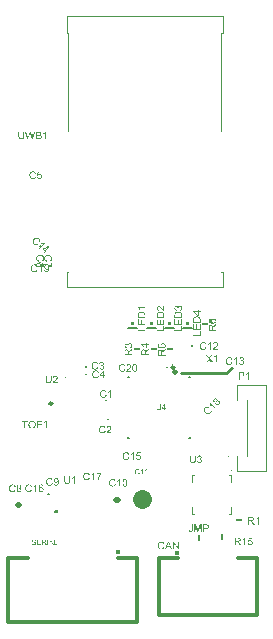
<source format=gto>
G04 Layer_Color=65535*
%FSLAX44Y44*%
%MOMM*%
G71*
G01*
G75*
%ADD41C,0.2540*%
%ADD45C,0.2500*%
%ADD46C,0.1000*%
%ADD47C,0.3048*%
%ADD48C,0.2000*%
%ADD49C,0.1500*%
%ADD50C,1.6002*%
%ADD51C,0.5080*%
%ADD52C,0.1524*%
%ADD53R,0.6048X0.1524*%
%ADD54R,0.1524X0.6048*%
G36*
X443030Y1449450D02*
Y1449440D01*
Y1449404D01*
Y1449357D01*
Y1449292D01*
X443020Y1449209D01*
Y1449117D01*
X443011Y1449006D01*
X443002Y1448895D01*
X442974Y1448645D01*
X442937Y1448387D01*
X442882Y1448137D01*
X442845Y1448017D01*
X442808Y1447906D01*
Y1447896D01*
X442799Y1447878D01*
X442780Y1447850D01*
X442761Y1447813D01*
X442706Y1447711D01*
X442623Y1447582D01*
X442512Y1447434D01*
X442382Y1447286D01*
X442216Y1447129D01*
X442013Y1446990D01*
X442003D01*
X441985Y1446972D01*
X441957Y1446963D01*
X441911Y1446935D01*
X441855Y1446907D01*
X441781Y1446879D01*
X441707Y1446852D01*
X441615Y1446815D01*
X441513Y1446778D01*
X441402Y1446750D01*
X441282Y1446722D01*
X441143Y1446694D01*
X441005Y1446676D01*
X440857Y1446658D01*
X440524Y1446639D01*
X440441D01*
X440376Y1446648D01*
X440302D01*
X440210Y1446658D01*
X440108Y1446667D01*
X440006Y1446676D01*
X439775Y1446713D01*
X439525Y1446768D01*
X439285Y1446842D01*
X439054Y1446944D01*
X439045D01*
X439026Y1446963D01*
X438998Y1446981D01*
X438961Y1447000D01*
X438860Y1447074D01*
X438740Y1447175D01*
X438601Y1447305D01*
X438471Y1447453D01*
X438342Y1447638D01*
X438240Y1447841D01*
Y1447850D01*
X438231Y1447869D01*
X438222Y1447906D01*
X438203Y1447952D01*
X438185Y1448007D01*
X438166Y1448081D01*
X438139Y1448165D01*
X438120Y1448266D01*
X438102Y1448377D01*
X438074Y1448497D01*
X438055Y1448627D01*
X438037Y1448766D01*
X438018Y1448923D01*
X438009Y1449089D01*
X438000Y1449265D01*
Y1449450D01*
Y1453148D01*
X438851D01*
Y1449450D01*
Y1449440D01*
Y1449413D01*
Y1449366D01*
Y1449311D01*
X438860Y1449246D01*
Y1449163D01*
X438869Y1448987D01*
X438888Y1448784D01*
X438915Y1448581D01*
X438952Y1448387D01*
X438971Y1448303D01*
X438998Y1448220D01*
X439008Y1448201D01*
X439026Y1448155D01*
X439072Y1448091D01*
X439128Y1447998D01*
X439193Y1447906D01*
X439285Y1447804D01*
X439396Y1447702D01*
X439525Y1447619D01*
X439544Y1447610D01*
X439590Y1447582D01*
X439673Y1447554D01*
X439784Y1447517D01*
X439914Y1447471D01*
X440080Y1447443D01*
X440256Y1447416D01*
X440450Y1447406D01*
X440542D01*
X440598Y1447416D01*
X440681D01*
X440764Y1447425D01*
X440968Y1447462D01*
X441190Y1447508D01*
X441402Y1447582D01*
X441606Y1447684D01*
X441698Y1447749D01*
X441781Y1447823D01*
X441791Y1447832D01*
X441800Y1447841D01*
X441818Y1447869D01*
X441846Y1447906D01*
X441874Y1447961D01*
X441911Y1448017D01*
X441948Y1448100D01*
X441985Y1448183D01*
X442022Y1448285D01*
X442050Y1448405D01*
X442086Y1448544D01*
X442114Y1448692D01*
X442142Y1448858D01*
X442160Y1449034D01*
X442179Y1449237D01*
Y1449450D01*
Y1453148D01*
X443030D01*
Y1449450D01*
D02*
G37*
G36*
X447079Y1446750D02*
X446293D01*
Y1451752D01*
X446284Y1451743D01*
X446238Y1451706D01*
X446182Y1451650D01*
X446090Y1451585D01*
X445988Y1451502D01*
X445859Y1451410D01*
X445711Y1451308D01*
X445544Y1451206D01*
X445535D01*
X445526Y1451197D01*
X445470Y1451160D01*
X445378Y1451114D01*
X445267Y1451058D01*
X445138Y1450994D01*
X444999Y1450929D01*
X444860Y1450864D01*
X444721Y1450809D01*
Y1451567D01*
X444731D01*
X444749Y1451585D01*
X444786Y1451595D01*
X444832Y1451622D01*
X444888Y1451650D01*
X444953Y1451687D01*
X445110Y1451780D01*
X445295Y1451881D01*
X445480Y1452011D01*
X445674Y1452159D01*
X445868Y1452316D01*
X445877Y1452325D01*
X445886Y1452334D01*
X445914Y1452362D01*
X445951Y1452390D01*
X446034Y1452482D01*
X446145Y1452593D01*
X446256Y1452723D01*
X446376Y1452871D01*
X446478Y1453018D01*
X446571Y1453176D01*
X447079D01*
Y1446750D01*
D02*
G37*
G36*
X427280Y1534700D02*
Y1534691D01*
Y1534653D01*
Y1534607D01*
Y1534543D01*
X427270Y1534459D01*
Y1534367D01*
X427261Y1534256D01*
X427252Y1534145D01*
X427224Y1533895D01*
X427187Y1533636D01*
X427132Y1533387D01*
X427095Y1533267D01*
X427058Y1533156D01*
Y1533147D01*
X427048Y1533128D01*
X427030Y1533100D01*
X427011Y1533063D01*
X426956Y1532962D01*
X426873Y1532832D01*
X426762Y1532684D01*
X426632Y1532536D01*
X426466Y1532379D01*
X426263Y1532240D01*
X426253D01*
X426235Y1532222D01*
X426207Y1532213D01*
X426161Y1532185D01*
X426105Y1532157D01*
X426031Y1532129D01*
X425957Y1532102D01*
X425865Y1532065D01*
X425763Y1532028D01*
X425652Y1532000D01*
X425532Y1531972D01*
X425393Y1531944D01*
X425255Y1531926D01*
X425107Y1531908D01*
X424774Y1531889D01*
X424691D01*
X424626Y1531898D01*
X424552D01*
X424460Y1531908D01*
X424358Y1531917D01*
X424256Y1531926D01*
X424025Y1531963D01*
X423775Y1532018D01*
X423535Y1532092D01*
X423304Y1532194D01*
X423295D01*
X423276Y1532213D01*
X423248Y1532231D01*
X423212Y1532250D01*
X423110Y1532324D01*
X422990Y1532425D01*
X422851Y1532555D01*
X422721Y1532703D01*
X422592Y1532888D01*
X422490Y1533091D01*
Y1533100D01*
X422481Y1533119D01*
X422472Y1533156D01*
X422453Y1533202D01*
X422435Y1533257D01*
X422416Y1533331D01*
X422389Y1533415D01*
X422370Y1533516D01*
X422352Y1533627D01*
X422324Y1533747D01*
X422305Y1533877D01*
X422287Y1534016D01*
X422268Y1534173D01*
X422259Y1534339D01*
X422250Y1534515D01*
Y1534700D01*
Y1538398D01*
X423101D01*
Y1534700D01*
Y1534691D01*
Y1534663D01*
Y1534617D01*
Y1534561D01*
X423110Y1534496D01*
Y1534413D01*
X423119Y1534237D01*
X423138Y1534034D01*
X423165Y1533831D01*
X423202Y1533636D01*
X423221Y1533553D01*
X423248Y1533470D01*
X423258Y1533452D01*
X423276Y1533405D01*
X423322Y1533341D01*
X423378Y1533248D01*
X423443Y1533156D01*
X423535Y1533054D01*
X423646Y1532952D01*
X423775Y1532869D01*
X423794Y1532860D01*
X423840Y1532832D01*
X423923Y1532804D01*
X424034Y1532767D01*
X424164Y1532721D01*
X424330Y1532693D01*
X424506Y1532666D01*
X424700Y1532656D01*
X424793D01*
X424848Y1532666D01*
X424931D01*
X425014Y1532675D01*
X425218Y1532712D01*
X425440Y1532758D01*
X425652Y1532832D01*
X425856Y1532934D01*
X425948Y1532999D01*
X426031Y1533073D01*
X426041Y1533082D01*
X426050Y1533091D01*
X426068Y1533119D01*
X426096Y1533156D01*
X426124Y1533211D01*
X426161Y1533267D01*
X426198Y1533350D01*
X426235Y1533433D01*
X426272Y1533535D01*
X426300Y1533655D01*
X426337Y1533794D01*
X426364Y1533942D01*
X426392Y1534108D01*
X426410Y1534284D01*
X426429Y1534487D01*
Y1534700D01*
Y1538398D01*
X427280D01*
Y1534700D01*
D02*
G37*
G36*
X410894Y1500250D02*
X410978D01*
X411061Y1500240D01*
X411172Y1500222D01*
X411283Y1500203D01*
X411523Y1500157D01*
X411800Y1500083D01*
X412068Y1499972D01*
X412207Y1499908D01*
X412346Y1499834D01*
X412355Y1499824D01*
X412374Y1499815D01*
X412411Y1499787D01*
X412466Y1499760D01*
X412522Y1499713D01*
X412595Y1499658D01*
X412753Y1499529D01*
X412919Y1499362D01*
X413104Y1499159D01*
X413280Y1498918D01*
X413428Y1498650D01*
Y1498641D01*
X413446Y1498613D01*
X413465Y1498576D01*
X413483Y1498521D01*
X413520Y1498447D01*
X413548Y1498364D01*
X413585Y1498262D01*
X413622Y1498151D01*
X413649Y1498031D01*
X413686Y1497901D01*
X413723Y1497753D01*
X413751Y1497605D01*
X413788Y1497282D01*
X413807Y1496931D01*
Y1496921D01*
Y1496884D01*
Y1496838D01*
X413797Y1496764D01*
Y1496681D01*
X413788Y1496579D01*
X413770Y1496468D01*
X413760Y1496348D01*
X413714Y1496080D01*
X413640Y1495784D01*
X413539Y1495488D01*
X413483Y1495340D01*
X413409Y1495192D01*
Y1495183D01*
X413391Y1495155D01*
X413372Y1495118D01*
X413335Y1495063D01*
X413298Y1494998D01*
X413252Y1494933D01*
X413122Y1494758D01*
X412965Y1494573D01*
X412780Y1494379D01*
X412559Y1494194D01*
X412300Y1494027D01*
X412290D01*
X412272Y1494009D01*
X412226Y1493990D01*
X412170Y1493963D01*
X412105Y1493935D01*
X412032Y1493907D01*
X411939Y1493870D01*
X411837Y1493833D01*
X411726Y1493796D01*
X411606Y1493759D01*
X411338Y1493704D01*
X411051Y1493658D01*
X410746Y1493639D01*
X410654D01*
X410598Y1493648D01*
X410515D01*
X410423Y1493667D01*
X410321Y1493676D01*
X410201Y1493694D01*
X409951Y1493750D01*
X409683Y1493824D01*
X409406Y1493935D01*
X409267Y1494000D01*
X409128Y1494074D01*
X409119Y1494083D01*
X409101Y1494092D01*
X409064Y1494120D01*
X409008Y1494157D01*
X408953Y1494194D01*
X408888Y1494249D01*
X408731Y1494388D01*
X408555Y1494554D01*
X408370Y1494758D01*
X408204Y1494989D01*
X408047Y1495257D01*
Y1495266D01*
X408028Y1495294D01*
X408010Y1495331D01*
X407991Y1495387D01*
X407963Y1495460D01*
X407936Y1495544D01*
X407899Y1495636D01*
X407871Y1495738D01*
X407834Y1495858D01*
X407797Y1495978D01*
X407742Y1496256D01*
X407705Y1496542D01*
X407686Y1496857D01*
Y1496866D01*
Y1496875D01*
Y1496931D01*
X407695Y1497014D01*
Y1497125D01*
X407714Y1497254D01*
X407732Y1497411D01*
X407760Y1497587D01*
X407797Y1497772D01*
X407834Y1497966D01*
X407890Y1498169D01*
X407963Y1498373D01*
X408047Y1498585D01*
X408139Y1498789D01*
X408259Y1498992D01*
X408389Y1499177D01*
X408537Y1499353D01*
X408546Y1499362D01*
X408574Y1499390D01*
X408629Y1499436D01*
X408694Y1499491D01*
X408777Y1499565D01*
X408879Y1499639D01*
X408999Y1499723D01*
X409138Y1499806D01*
X409286Y1499889D01*
X409452Y1499972D01*
X409637Y1500046D01*
X409831Y1500120D01*
X410044Y1500176D01*
X410266Y1500222D01*
X410497Y1500250D01*
X410746Y1500259D01*
X410830D01*
X410894Y1500250D01*
D02*
G37*
G36*
X422997Y1493750D02*
X422211D01*
Y1498752D01*
X422202Y1498743D01*
X422155Y1498706D01*
X422100Y1498650D01*
X422007Y1498585D01*
X421906Y1498502D01*
X421776Y1498410D01*
X421628Y1498308D01*
X421462Y1498206D01*
X421453D01*
X421443Y1498197D01*
X421388Y1498160D01*
X421296Y1498114D01*
X421185Y1498058D01*
X421055Y1497994D01*
X420916Y1497929D01*
X420778Y1497864D01*
X420639Y1497809D01*
Y1498567D01*
X420648D01*
X420667Y1498585D01*
X420704Y1498595D01*
X420750Y1498622D01*
X420806Y1498650D01*
X420870Y1498687D01*
X421027Y1498780D01*
X421212Y1498881D01*
X421397Y1499011D01*
X421591Y1499159D01*
X421786Y1499316D01*
X421795Y1499325D01*
X421804Y1499334D01*
X421832Y1499362D01*
X421869Y1499390D01*
X421952Y1499482D01*
X422063Y1499593D01*
X422174Y1499723D01*
X422294Y1499871D01*
X422396Y1500018D01*
X422488Y1500176D01*
X422997D01*
Y1493750D01*
D02*
G37*
G36*
X419262Y1499390D02*
X415785D01*
Y1497411D01*
X418790D01*
Y1496653D01*
X415785D01*
Y1493750D01*
X414935D01*
Y1500148D01*
X419262D01*
Y1499390D01*
D02*
G37*
G36*
X407067D02*
X404959D01*
Y1493750D01*
X404108D01*
Y1499390D01*
X402000D01*
Y1500148D01*
X407067D01*
Y1499390D01*
D02*
G37*
G36*
X422734Y1738500D02*
X421948D01*
Y1743502D01*
X421939Y1743493D01*
X421893Y1743456D01*
X421837Y1743400D01*
X421744Y1743336D01*
X421643Y1743252D01*
X421513Y1743160D01*
X421366Y1743058D01*
X421199Y1742956D01*
X421190D01*
X421181Y1742947D01*
X421125Y1742910D01*
X421033Y1742864D01*
X420922Y1742809D01*
X420792Y1742744D01*
X420654Y1742679D01*
X420515Y1742614D01*
X420376Y1742559D01*
Y1743317D01*
X420385D01*
X420404Y1743336D01*
X420441Y1743345D01*
X420487Y1743372D01*
X420543Y1743400D01*
X420607Y1743437D01*
X420765Y1743530D01*
X420949Y1743631D01*
X421134Y1743761D01*
X421329Y1743909D01*
X421523Y1744066D01*
X421532Y1744075D01*
X421541Y1744084D01*
X421569Y1744112D01*
X421606Y1744140D01*
X421689Y1744232D01*
X421800Y1744343D01*
X421911Y1744473D01*
X422031Y1744621D01*
X422133Y1744769D01*
X422225Y1744926D01*
X422734D01*
Y1738500D01*
D02*
G37*
G36*
X416678Y1744889D02*
X416752D01*
X416918Y1744870D01*
X417103Y1744852D01*
X417297Y1744815D01*
X417492Y1744769D01*
X417667Y1744704D01*
X417677D01*
X417686Y1744695D01*
X417741Y1744667D01*
X417824Y1744621D01*
X417917Y1744556D01*
X418028Y1744473D01*
X418148Y1744371D01*
X418259Y1744241D01*
X418361Y1744103D01*
X418370Y1744084D01*
X418398Y1744029D01*
X418444Y1743955D01*
X418490Y1743844D01*
X418536Y1743714D01*
X418583Y1743576D01*
X418610Y1743419D01*
X418619Y1743262D01*
Y1743243D01*
Y1743197D01*
X418610Y1743114D01*
X418592Y1743012D01*
X418564Y1742892D01*
X418518Y1742762D01*
X418462Y1742633D01*
X418388Y1742494D01*
X418379Y1742476D01*
X418351Y1742439D01*
X418296Y1742365D01*
X418222Y1742291D01*
X418130Y1742198D01*
X418019Y1742097D01*
X417880Y1742004D01*
X417723Y1741912D01*
X417732D01*
X417750Y1741902D01*
X417778Y1741893D01*
X417815Y1741875D01*
X417926Y1741838D01*
X418056Y1741773D01*
X418194Y1741690D01*
X418351Y1741588D01*
X418490Y1741468D01*
X418619Y1741320D01*
X418629Y1741301D01*
X418666Y1741246D01*
X418721Y1741163D01*
X418777Y1741052D01*
X418832Y1740904D01*
X418888Y1740747D01*
X418925Y1740562D01*
X418934Y1740358D01*
Y1740349D01*
Y1740340D01*
Y1740284D01*
X418925Y1740192D01*
X418906Y1740081D01*
X418888Y1739952D01*
X418851Y1739813D01*
X418804Y1739665D01*
X418740Y1739517D01*
X418731Y1739498D01*
X418703Y1739452D01*
X418666Y1739388D01*
X418610Y1739295D01*
X418536Y1739203D01*
X418462Y1739101D01*
X418370Y1738999D01*
X418268Y1738916D01*
X418259Y1738907D01*
X418222Y1738879D01*
X418157Y1738842D01*
X418074Y1738805D01*
X417972Y1738750D01*
X417852Y1738694D01*
X417723Y1738648D01*
X417565Y1738602D01*
X417547D01*
X417492Y1738583D01*
X417399Y1738574D01*
X417279Y1738555D01*
X417131Y1738537D01*
X416955Y1738519D01*
X416761Y1738509D01*
X416539Y1738500D01*
X414098D01*
Y1744898D01*
X416613D01*
X416678Y1744889D01*
D02*
G37*
G36*
X412372Y1399553D02*
X412417D01*
X412540Y1399540D01*
X412676Y1399521D01*
X412819Y1399489D01*
X412974Y1399450D01*
X413117Y1399398D01*
X413123D01*
X413136Y1399391D01*
X413156Y1399379D01*
X413181Y1399366D01*
X413246Y1399333D01*
X413330Y1399275D01*
X413428Y1399210D01*
X413525Y1399126D01*
X413615Y1399029D01*
X413700Y1398919D01*
Y1398912D01*
X413706Y1398906D01*
X413719Y1398886D01*
X413732Y1398867D01*
X413764Y1398802D01*
X413803Y1398718D01*
X413849Y1398614D01*
X413881Y1398491D01*
X413913Y1398362D01*
X413926Y1398219D01*
X413356Y1398174D01*
Y1398180D01*
Y1398193D01*
X413350Y1398213D01*
X413343Y1398245D01*
X413324Y1398316D01*
X413298Y1398413D01*
X413259Y1398517D01*
X413201Y1398621D01*
X413130Y1398718D01*
X413039Y1398808D01*
X413026Y1398815D01*
X412994Y1398841D01*
X412929Y1398880D01*
X412845Y1398919D01*
X412735Y1398958D01*
X412605Y1398996D01*
X412443Y1399022D01*
X412262Y1399029D01*
X412171D01*
X412132Y1399022D01*
X412080Y1399016D01*
X411964Y1399003D01*
X411834Y1398977D01*
X411705Y1398945D01*
X411582Y1398893D01*
X411530Y1398860D01*
X411478Y1398828D01*
X411465Y1398821D01*
X411439Y1398795D01*
X411400Y1398750D01*
X411361Y1398698D01*
X411316Y1398627D01*
X411277Y1398549D01*
X411251Y1398459D01*
X411238Y1398355D01*
Y1398342D01*
Y1398316D01*
X411245Y1398271D01*
X411258Y1398219D01*
X411277Y1398154D01*
X411310Y1398089D01*
X411348Y1398025D01*
X411407Y1397960D01*
X411413Y1397953D01*
X411446Y1397934D01*
X411471Y1397915D01*
X411497Y1397902D01*
X411536Y1397882D01*
X411582Y1397856D01*
X411640Y1397837D01*
X411705Y1397811D01*
X411776Y1397785D01*
X411860Y1397753D01*
X411951Y1397727D01*
X412054Y1397694D01*
X412171Y1397668D01*
X412301Y1397636D01*
X412307D01*
X412333Y1397630D01*
X412372Y1397623D01*
X412417Y1397610D01*
X412476Y1397597D01*
X412547Y1397578D01*
X412618Y1397558D01*
X412696Y1397539D01*
X412864Y1397494D01*
X413026Y1397448D01*
X413104Y1397422D01*
X413175Y1397397D01*
X413240Y1397377D01*
X413292Y1397351D01*
X413298D01*
X413311Y1397345D01*
X413330Y1397332D01*
X413356Y1397319D01*
X413428Y1397280D01*
X413512Y1397228D01*
X413609Y1397157D01*
X413706Y1397079D01*
X413797Y1396988D01*
X413875Y1396891D01*
X413881Y1396878D01*
X413907Y1396846D01*
X413933Y1396788D01*
X413972Y1396710D01*
X414004Y1396619D01*
X414036Y1396509D01*
X414056Y1396386D01*
X414062Y1396257D01*
Y1396250D01*
Y1396244D01*
Y1396224D01*
Y1396198D01*
X414049Y1396127D01*
X414036Y1396036D01*
X414011Y1395933D01*
X413978Y1395823D01*
X413926Y1395706D01*
X413855Y1395583D01*
Y1395576D01*
X413849Y1395570D01*
X413816Y1395531D01*
X413771Y1395473D01*
X413706Y1395408D01*
X413622Y1395330D01*
X413518Y1395246D01*
X413402Y1395168D01*
X413266Y1395097D01*
X413259D01*
X413246Y1395091D01*
X413227Y1395084D01*
X413201Y1395071D01*
X413162Y1395058D01*
X413117Y1395039D01*
X413013Y1395013D01*
X412890Y1394981D01*
X412741Y1394948D01*
X412579Y1394929D01*
X412404Y1394922D01*
X412301D01*
X412249Y1394929D01*
X412191D01*
X412126Y1394935D01*
X412048Y1394942D01*
X411886Y1394968D01*
X411718Y1394993D01*
X411549Y1395039D01*
X411387Y1395097D01*
X411381D01*
X411368Y1395104D01*
X411348Y1395117D01*
X411323Y1395130D01*
X411245Y1395168D01*
X411154Y1395227D01*
X411050Y1395304D01*
X410940Y1395395D01*
X410837Y1395505D01*
X410740Y1395628D01*
Y1395635D01*
X410727Y1395648D01*
X410720Y1395667D01*
X410701Y1395693D01*
X410688Y1395725D01*
X410668Y1395764D01*
X410623Y1395861D01*
X410578Y1395984D01*
X410539Y1396120D01*
X410513Y1396276D01*
X410500Y1396438D01*
X411057Y1396490D01*
Y1396483D01*
Y1396477D01*
X411063Y1396457D01*
Y1396431D01*
X411076Y1396373D01*
X411096Y1396289D01*
X411122Y1396205D01*
X411148Y1396108D01*
X411193Y1396017D01*
X411238Y1395933D01*
X411245Y1395926D01*
X411264Y1395900D01*
X411297Y1395855D01*
X411348Y1395810D01*
X411413Y1395751D01*
X411484Y1395693D01*
X411582Y1395635D01*
X411685Y1395583D01*
X411692D01*
X411698Y1395576D01*
X411718Y1395570D01*
X411737Y1395564D01*
X411802Y1395544D01*
X411886Y1395518D01*
X411990Y1395492D01*
X412106Y1395473D01*
X412236Y1395460D01*
X412378Y1395453D01*
X412437D01*
X412501Y1395460D01*
X412579Y1395466D01*
X412670Y1395479D01*
X412773Y1395492D01*
X412877Y1395518D01*
X412974Y1395551D01*
X412987Y1395557D01*
X413019Y1395570D01*
X413065Y1395596D01*
X413123Y1395622D01*
X413181Y1395667D01*
X413246Y1395712D01*
X413311Y1395764D01*
X413363Y1395829D01*
X413369Y1395836D01*
X413382Y1395861D01*
X413402Y1395894D01*
X413428Y1395946D01*
X413453Y1395997D01*
X413473Y1396062D01*
X413486Y1396134D01*
X413492Y1396211D01*
Y1396218D01*
Y1396250D01*
X413486Y1396289D01*
X413479Y1396341D01*
X413460Y1396393D01*
X413441Y1396457D01*
X413408Y1396522D01*
X413363Y1396580D01*
X413356Y1396587D01*
X413337Y1396606D01*
X413311Y1396632D01*
X413266Y1396671D01*
X413214Y1396710D01*
X413143Y1396755D01*
X413058Y1396801D01*
X412961Y1396839D01*
X412955Y1396846D01*
X412922Y1396852D01*
X412871Y1396872D01*
X412838Y1396878D01*
X412793Y1396891D01*
X412747Y1396911D01*
X412689Y1396924D01*
X412624Y1396943D01*
X412547Y1396962D01*
X412469Y1396982D01*
X412378Y1397008D01*
X412275Y1397034D01*
X412165Y1397060D01*
X412158D01*
X412139Y1397066D01*
X412106Y1397073D01*
X412067Y1397086D01*
X412016Y1397099D01*
X411957Y1397112D01*
X411828Y1397150D01*
X411685Y1397196D01*
X411536Y1397241D01*
X411407Y1397286D01*
X411348Y1397312D01*
X411297Y1397338D01*
X411290D01*
X411284Y1397345D01*
X411245Y1397371D01*
X411187Y1397403D01*
X411122Y1397455D01*
X411044Y1397513D01*
X410966Y1397584D01*
X410889Y1397668D01*
X410824Y1397759D01*
X410817Y1397772D01*
X410798Y1397805D01*
X410772Y1397856D01*
X410746Y1397921D01*
X410720Y1398005D01*
X410694Y1398103D01*
X410675Y1398206D01*
X410668Y1398316D01*
Y1398323D01*
Y1398329D01*
Y1398349D01*
Y1398374D01*
X410681Y1398439D01*
X410694Y1398524D01*
X410714Y1398621D01*
X410746Y1398731D01*
X410792Y1398841D01*
X410856Y1398951D01*
Y1398958D01*
X410863Y1398964D01*
X410895Y1399003D01*
X410940Y1399055D01*
X410999Y1399119D01*
X411076Y1399191D01*
X411174Y1399268D01*
X411290Y1399340D01*
X411420Y1399404D01*
X411426D01*
X411439Y1399411D01*
X411459Y1399417D01*
X411484Y1399430D01*
X411517Y1399443D01*
X411562Y1399456D01*
X411659Y1399482D01*
X411782Y1399508D01*
X411925Y1399534D01*
X412074Y1399553D01*
X412242Y1399560D01*
X412327D01*
X412372Y1399553D01*
D02*
G37*
G36*
X404280Y1741200D02*
Y1741190D01*
Y1741154D01*
Y1741107D01*
Y1741042D01*
X404270Y1740959D01*
Y1740867D01*
X404261Y1740756D01*
X404252Y1740645D01*
X404224Y1740395D01*
X404187Y1740137D01*
X404132Y1739887D01*
X404095Y1739767D01*
X404058Y1739656D01*
Y1739646D01*
X404049Y1739628D01*
X404030Y1739600D01*
X404011Y1739563D01*
X403956Y1739462D01*
X403873Y1739332D01*
X403762Y1739184D01*
X403632Y1739036D01*
X403466Y1738879D01*
X403263Y1738740D01*
X403253D01*
X403235Y1738722D01*
X403207Y1738713D01*
X403161Y1738685D01*
X403105Y1738657D01*
X403032Y1738629D01*
X402957Y1738602D01*
X402865Y1738565D01*
X402763Y1738528D01*
X402652Y1738500D01*
X402532Y1738472D01*
X402393Y1738445D01*
X402255Y1738426D01*
X402107Y1738407D01*
X401774Y1738389D01*
X401691D01*
X401626Y1738398D01*
X401552D01*
X401460Y1738407D01*
X401358Y1738417D01*
X401256Y1738426D01*
X401025Y1738463D01*
X400775Y1738519D01*
X400535Y1738593D01*
X400304Y1738694D01*
X400295D01*
X400276Y1738713D01*
X400248Y1738731D01*
X400211Y1738750D01*
X400110Y1738824D01*
X399990Y1738925D01*
X399851Y1739055D01*
X399721Y1739203D01*
X399592Y1739388D01*
X399490Y1739591D01*
Y1739600D01*
X399481Y1739619D01*
X399472Y1739656D01*
X399453Y1739702D01*
X399435Y1739757D01*
X399416Y1739831D01*
X399389Y1739915D01*
X399370Y1740016D01*
X399352Y1740127D01*
X399324Y1740247D01*
X399305Y1740377D01*
X399287Y1740515D01*
X399268Y1740673D01*
X399259Y1740839D01*
X399250Y1741015D01*
Y1741200D01*
Y1744898D01*
X400101D01*
Y1741200D01*
Y1741190D01*
Y1741163D01*
Y1741116D01*
Y1741061D01*
X400110Y1740996D01*
Y1740913D01*
X400119Y1740737D01*
X400138Y1740534D01*
X400165Y1740331D01*
X400202Y1740137D01*
X400221Y1740053D01*
X400248Y1739970D01*
X400258Y1739952D01*
X400276Y1739905D01*
X400322Y1739841D01*
X400378Y1739748D01*
X400443Y1739656D01*
X400535Y1739554D01*
X400646Y1739452D01*
X400775Y1739369D01*
X400794Y1739360D01*
X400840Y1739332D01*
X400924Y1739304D01*
X401034Y1739267D01*
X401164Y1739221D01*
X401330Y1739193D01*
X401506Y1739166D01*
X401700Y1739156D01*
X401792D01*
X401848Y1739166D01*
X401931D01*
X402014Y1739175D01*
X402218Y1739212D01*
X402440Y1739258D01*
X402652Y1739332D01*
X402856Y1739434D01*
X402948Y1739498D01*
X403032Y1739572D01*
X403041Y1739582D01*
X403050Y1739591D01*
X403068Y1739619D01*
X403096Y1739656D01*
X403124Y1739711D01*
X403161Y1739767D01*
X403198Y1739850D01*
X403235Y1739933D01*
X403272Y1740035D01*
X403300Y1740155D01*
X403337Y1740294D01*
X403364Y1740442D01*
X403392Y1740608D01*
X403410Y1740784D01*
X403429Y1740987D01*
Y1741200D01*
Y1744898D01*
X404280D01*
Y1741200D01*
D02*
G37*
G36*
X430645Y1538416D02*
X430719Y1538407D01*
X430811Y1538398D01*
X430913Y1538380D01*
X431015Y1538361D01*
X431255Y1538296D01*
X431496Y1538204D01*
X431616Y1538148D01*
X431736Y1538084D01*
X431847Y1538000D01*
X431949Y1537908D01*
X431958Y1537899D01*
X431976Y1537890D01*
X431995Y1537852D01*
X432032Y1537816D01*
X432078Y1537769D01*
X432124Y1537704D01*
X432170Y1537640D01*
X432226Y1537557D01*
X432318Y1537381D01*
X432411Y1537159D01*
X432448Y1537048D01*
X432466Y1536919D01*
X432485Y1536789D01*
X432494Y1536651D01*
Y1536632D01*
Y1536586D01*
X432485Y1536512D01*
X432476Y1536410D01*
X432457Y1536299D01*
X432420Y1536170D01*
X432383Y1536031D01*
X432328Y1535892D01*
X432318Y1535874D01*
X432300Y1535828D01*
X432263Y1535754D01*
X432207Y1535652D01*
X432134Y1535541D01*
X432041Y1535402D01*
X431930Y1535264D01*
X431801Y1535107D01*
X431782Y1535088D01*
X431736Y1535033D01*
X431690Y1534986D01*
X431643Y1534940D01*
X431588Y1534885D01*
X431514Y1534811D01*
X431440Y1534737D01*
X431348Y1534653D01*
X431255Y1534561D01*
X431144Y1534459D01*
X431024Y1534358D01*
X430895Y1534237D01*
X430747Y1534117D01*
X430599Y1533988D01*
X430589Y1533979D01*
X430571Y1533960D01*
X430534Y1533932D01*
X430488Y1533895D01*
X430432Y1533840D01*
X430368Y1533784D01*
X430220Y1533664D01*
X430062Y1533526D01*
X429915Y1533387D01*
X429785Y1533267D01*
X429730Y1533220D01*
X429683Y1533174D01*
X429674Y1533165D01*
X429646Y1533137D01*
X429609Y1533100D01*
X429563Y1533045D01*
X429517Y1532980D01*
X429462Y1532915D01*
X429351Y1532758D01*
X432503D01*
Y1532000D01*
X428260D01*
Y1532009D01*
Y1532046D01*
Y1532102D01*
X428269Y1532176D01*
X428278Y1532259D01*
X428297Y1532351D01*
X428315Y1532444D01*
X428352Y1532545D01*
Y1532555D01*
X428361Y1532564D01*
X428380Y1532619D01*
X428417Y1532703D01*
X428472Y1532814D01*
X428546Y1532943D01*
X428639Y1533091D01*
X428740Y1533239D01*
X428870Y1533396D01*
Y1533405D01*
X428888Y1533415D01*
X428935Y1533470D01*
X429018Y1533553D01*
X429138Y1533674D01*
X429277Y1533812D01*
X429452Y1533979D01*
X429665Y1534164D01*
X429896Y1534358D01*
X429905Y1534367D01*
X429942Y1534395D01*
X429998Y1534441D01*
X430062Y1534496D01*
X430146Y1534570D01*
X430247Y1534653D01*
X430349Y1534746D01*
X430469Y1534848D01*
X430700Y1535069D01*
X430932Y1535291D01*
X431043Y1535402D01*
X431144Y1535513D01*
X431237Y1535615D01*
X431311Y1535717D01*
Y1535726D01*
X431329Y1535735D01*
X431348Y1535763D01*
X431366Y1535800D01*
X431431Y1535902D01*
X431505Y1536022D01*
X431570Y1536170D01*
X431634Y1536327D01*
X431671Y1536503D01*
X431690Y1536669D01*
Y1536678D01*
Y1536687D01*
X431680Y1536743D01*
X431671Y1536835D01*
X431643Y1536937D01*
X431607Y1537067D01*
X431542Y1537196D01*
X431459Y1537325D01*
X431348Y1537455D01*
X431329Y1537473D01*
X431283Y1537510D01*
X431218Y1537557D01*
X431116Y1537621D01*
X430987Y1537677D01*
X430839Y1537732D01*
X430663Y1537769D01*
X430469Y1537778D01*
X430414D01*
X430377Y1537769D01*
X430266Y1537760D01*
X430136Y1537732D01*
X429998Y1537695D01*
X429841Y1537631D01*
X429693Y1537547D01*
X429554Y1537436D01*
X429535Y1537418D01*
X429499Y1537372D01*
X429443Y1537298D01*
X429388Y1537187D01*
X429323Y1537057D01*
X429267Y1536891D01*
X429230Y1536706D01*
X429212Y1536493D01*
X428408Y1536577D01*
Y1536586D01*
X428417Y1536614D01*
Y1536660D01*
X428426Y1536725D01*
X428445Y1536799D01*
X428463Y1536882D01*
X428491Y1536983D01*
X428518Y1537085D01*
X428592Y1537307D01*
X428703Y1537529D01*
X428768Y1537640D01*
X428851Y1537751D01*
X428935Y1537852D01*
X429027Y1537945D01*
X429036Y1537954D01*
X429055Y1537963D01*
X429082Y1537991D01*
X429129Y1538019D01*
X429184Y1538056D01*
X429249Y1538093D01*
X429323Y1538139D01*
X429415Y1538185D01*
X429517Y1538232D01*
X429628Y1538278D01*
X429748Y1538315D01*
X429878Y1538352D01*
X430016Y1538380D01*
X430164Y1538407D01*
X430321Y1538416D01*
X430488Y1538426D01*
X430580D01*
X430645Y1538416D01*
D02*
G37*
G36*
X414338Y1439750D02*
X413552D01*
Y1444752D01*
X413543Y1444743D01*
X413497Y1444706D01*
X413441Y1444650D01*
X413349Y1444586D01*
X413247Y1444502D01*
X413118Y1444410D01*
X412970Y1444308D01*
X412803Y1444206D01*
X412794D01*
X412785Y1444197D01*
X412729Y1444160D01*
X412637Y1444114D01*
X412526Y1444059D01*
X412397Y1443994D01*
X412258Y1443929D01*
X412119Y1443864D01*
X411980Y1443809D01*
Y1444567D01*
X411990D01*
X412008Y1444586D01*
X412045Y1444595D01*
X412091Y1444622D01*
X412147Y1444650D01*
X412212Y1444687D01*
X412369Y1444780D01*
X412554Y1444881D01*
X412739Y1445011D01*
X412933Y1445159D01*
X413127Y1445316D01*
X413136Y1445325D01*
X413145Y1445334D01*
X413173Y1445362D01*
X413210Y1445390D01*
X413293Y1445482D01*
X413404Y1445593D01*
X413515Y1445723D01*
X413635Y1445871D01*
X413737Y1446019D01*
X413830Y1446176D01*
X414338D01*
Y1439750D01*
D02*
G37*
G36*
X411584Y1738500D02*
X410751D01*
X409411Y1743372D01*
Y1743382D01*
X409402Y1743400D01*
X409392Y1743428D01*
X409383Y1743474D01*
X409355Y1743576D01*
X409328Y1743696D01*
X409291Y1743826D01*
X409254Y1743946D01*
X409226Y1744047D01*
X409217Y1744094D01*
X409207Y1744121D01*
Y1744112D01*
X409198Y1744103D01*
X409189Y1744047D01*
X409170Y1743964D01*
X409143Y1743862D01*
X409115Y1743752D01*
X409078Y1743622D01*
X409050Y1743493D01*
X409013Y1743372D01*
X407663Y1738500D01*
X406776D01*
X405103Y1744898D01*
X405981D01*
X406933Y1740701D01*
Y1740691D01*
X406942Y1740673D01*
X406952Y1740636D01*
X406961Y1740589D01*
X406970Y1740525D01*
X406989Y1740460D01*
X407007Y1740377D01*
X407026Y1740284D01*
X407072Y1740090D01*
X407118Y1739868D01*
X407164Y1739628D01*
X407211Y1739388D01*
Y1739397D01*
X407220Y1739434D01*
X407238Y1739480D01*
X407247Y1739554D01*
X407266Y1739628D01*
X407294Y1739720D01*
X407340Y1739924D01*
X407395Y1740127D01*
X407414Y1740229D01*
X407442Y1740321D01*
X407460Y1740405D01*
X407479Y1740479D01*
X407497Y1740534D01*
X407506Y1740571D01*
X408717Y1744898D01*
X409744D01*
X410650Y1741653D01*
Y1741644D01*
X410668Y1741597D01*
X410687Y1741533D01*
X410705Y1741449D01*
X410733Y1741338D01*
X410770Y1741218D01*
X410807Y1741080D01*
X410844Y1740922D01*
X410890Y1740747D01*
X410927Y1740571D01*
X411010Y1740192D01*
X411094Y1739794D01*
X411158Y1739388D01*
Y1739397D01*
X411168Y1739415D01*
Y1739452D01*
X411186Y1739498D01*
X411195Y1739554D01*
X411214Y1739619D01*
X411223Y1739702D01*
X411251Y1739794D01*
X411297Y1739998D01*
X411353Y1740238D01*
X411408Y1740497D01*
X411482Y1740784D01*
X412481Y1744898D01*
X413340D01*
X411584Y1738500D01*
D02*
G37*
G36*
X520421Y1397750D02*
X520504Y1397740D01*
X520606Y1397731D01*
X520708Y1397722D01*
X520828Y1397694D01*
X521078Y1397639D01*
X521355Y1397556D01*
X521494Y1397500D01*
X521623Y1397435D01*
X521753Y1397352D01*
X521882Y1397269D01*
X521891Y1397260D01*
X521910Y1397250D01*
X521947Y1397223D01*
X521993Y1397176D01*
X522039Y1397130D01*
X522104Y1397065D01*
X522169Y1396991D01*
X522243Y1396918D01*
X522317Y1396825D01*
X522391Y1396714D01*
X522474Y1396603D01*
X522548Y1396483D01*
X522612Y1396344D01*
X522686Y1396206D01*
X522742Y1396058D01*
X522797Y1395891D01*
X521965Y1395697D01*
Y1395706D01*
X521956Y1395725D01*
X521937Y1395762D01*
X521919Y1395808D01*
X521900Y1395864D01*
X521873Y1395938D01*
X521799Y1396085D01*
X521706Y1396252D01*
X521595Y1396418D01*
X521457Y1396575D01*
X521309Y1396714D01*
X521290Y1396733D01*
X521235Y1396770D01*
X521142Y1396816D01*
X521022Y1396881D01*
X520865Y1396936D01*
X520689Y1396991D01*
X520477Y1397029D01*
X520246Y1397038D01*
X520172D01*
X520125Y1397029D01*
X520061D01*
X519987Y1397019D01*
X519811Y1396991D01*
X519617Y1396954D01*
X519413Y1396890D01*
X519201Y1396797D01*
X519007Y1396677D01*
X518997D01*
X518988Y1396659D01*
X518923Y1396612D01*
X518840Y1396539D01*
X518739Y1396427D01*
X518618Y1396289D01*
X518507Y1396132D01*
X518406Y1395938D01*
X518313Y1395725D01*
Y1395716D01*
X518304Y1395697D01*
X518295Y1395669D01*
X518285Y1395623D01*
X518267Y1395568D01*
X518248Y1395503D01*
X518221Y1395346D01*
X518184Y1395161D01*
X518147Y1394957D01*
X518128Y1394736D01*
X518119Y1394495D01*
Y1394486D01*
Y1394458D01*
Y1394412D01*
Y1394357D01*
X518128Y1394292D01*
Y1394209D01*
X518138Y1394116D01*
X518147Y1394014D01*
X518175Y1393793D01*
X518221Y1393552D01*
X518276Y1393312D01*
X518350Y1393071D01*
Y1393062D01*
X518359Y1393044D01*
X518378Y1393016D01*
X518396Y1392970D01*
X518452Y1392859D01*
X518535Y1392729D01*
X518637Y1392581D01*
X518766Y1392424D01*
X518914Y1392285D01*
X519090Y1392156D01*
X519099D01*
X519118Y1392147D01*
X519145Y1392128D01*
X519182Y1392110D01*
X519229Y1392091D01*
X519284Y1392064D01*
X519413Y1392008D01*
X519580Y1391953D01*
X519765Y1391906D01*
X519968Y1391870D01*
X520181Y1391860D01*
X520246D01*
X520301Y1391870D01*
X520366D01*
X520430Y1391879D01*
X520597Y1391916D01*
X520791Y1391962D01*
X520985Y1392036D01*
X521189Y1392138D01*
X521290Y1392193D01*
X521383Y1392267D01*
X521392Y1392276D01*
X521401Y1392285D01*
X521429Y1392313D01*
X521466Y1392341D01*
X521503Y1392387D01*
X521549Y1392443D01*
X521605Y1392498D01*
X521651Y1392572D01*
X521706Y1392655D01*
X521771Y1392748D01*
X521827Y1392840D01*
X521882Y1392951D01*
X521928Y1393071D01*
X521974Y1393201D01*
X522021Y1393340D01*
X522058Y1393487D01*
X522908Y1393275D01*
Y1393266D01*
X522899Y1393229D01*
X522881Y1393173D01*
X522853Y1393099D01*
X522825Y1393016D01*
X522788Y1392914D01*
X522742Y1392803D01*
X522686Y1392683D01*
X522557Y1392424D01*
X522391Y1392165D01*
X522289Y1392036D01*
X522187Y1391906D01*
X522076Y1391796D01*
X521947Y1391685D01*
X521937Y1391675D01*
X521919Y1391657D01*
X521873Y1391638D01*
X521827Y1391601D01*
X521753Y1391555D01*
X521679Y1391509D01*
X521577Y1391463D01*
X521475Y1391416D01*
X521355Y1391361D01*
X521226Y1391315D01*
X521087Y1391268D01*
X520939Y1391222D01*
X520782Y1391185D01*
X520615Y1391167D01*
X520440Y1391148D01*
X520255Y1391139D01*
X520153D01*
X520079Y1391148D01*
X519996D01*
X519894Y1391158D01*
X519783Y1391176D01*
X519654Y1391194D01*
X519386Y1391241D01*
X519108Y1391315D01*
X518831Y1391416D01*
X518702Y1391481D01*
X518572Y1391555D01*
X518563Y1391564D01*
X518544Y1391574D01*
X518507Y1391601D01*
X518470Y1391638D01*
X518415Y1391675D01*
X518350Y1391731D01*
X518276Y1391796D01*
X518202Y1391870D01*
X518128Y1391953D01*
X518045Y1392036D01*
X517879Y1392249D01*
X517721Y1392498D01*
X517583Y1392776D01*
Y1392785D01*
X517564Y1392812D01*
X517555Y1392859D01*
X517527Y1392914D01*
X517509Y1392988D01*
X517481Y1393081D01*
X517444Y1393182D01*
X517416Y1393293D01*
X517389Y1393414D01*
X517352Y1393552D01*
X517305Y1393839D01*
X517268Y1394162D01*
X517250Y1394495D01*
Y1394505D01*
Y1394541D01*
Y1394597D01*
X517259Y1394662D01*
Y1394754D01*
X517268Y1394846D01*
X517278Y1394967D01*
X517296Y1395087D01*
X517342Y1395355D01*
X517407Y1395651D01*
X517500Y1395947D01*
X517629Y1396233D01*
X517638Y1396243D01*
X517648Y1396270D01*
X517666Y1396307D01*
X517703Y1396354D01*
X517740Y1396418D01*
X517786Y1396492D01*
X517906Y1396659D01*
X518064Y1396844D01*
X518248Y1397029D01*
X518461Y1397213D01*
X518711Y1397371D01*
X518720Y1397380D01*
X518748Y1397389D01*
X518785Y1397408D01*
X518831Y1397435D01*
X518905Y1397463D01*
X518979Y1397491D01*
X519071Y1397528D01*
X519173Y1397565D01*
X519284Y1397602D01*
X519404Y1397639D01*
X519663Y1397694D01*
X519959Y1397740D01*
X520264Y1397759D01*
X520356D01*
X520421Y1397750D01*
D02*
G37*
G36*
X546791Y1408034D02*
Y1408025D01*
Y1407997D01*
Y1407960D01*
Y1407905D01*
X546782Y1407831D01*
Y1407757D01*
X546763Y1407581D01*
X546745Y1407378D01*
X546708Y1407165D01*
X546652Y1406971D01*
X546588Y1406786D01*
Y1406777D01*
X546578Y1406767D01*
X546551Y1406712D01*
X546504Y1406638D01*
X546440Y1406536D01*
X546347Y1406435D01*
X546246Y1406324D01*
X546116Y1406213D01*
X545968Y1406120D01*
X545950Y1406111D01*
X545894Y1406083D01*
X545811Y1406046D01*
X545691Y1406009D01*
X545543Y1405963D01*
X545377Y1405926D01*
X545192Y1405898D01*
X544988Y1405889D01*
X544905D01*
X544850Y1405898D01*
X544776Y1405908D01*
X544702Y1405917D01*
X544507Y1405954D01*
X544304Y1406009D01*
X544091Y1406093D01*
X543980Y1406148D01*
X543879Y1406213D01*
X543786Y1406287D01*
X543694Y1406370D01*
X543685Y1406379D01*
X543675Y1406388D01*
X543657Y1406425D01*
X543629Y1406462D01*
X543592Y1406508D01*
X543555Y1406573D01*
X543518Y1406647D01*
X543472Y1406730D01*
X543435Y1406823D01*
X543398Y1406934D01*
X543361Y1407045D01*
X543324Y1407174D01*
X543306Y1407313D01*
X543278Y1407470D01*
X543269Y1407627D01*
Y1407803D01*
X544036Y1407914D01*
Y1407905D01*
Y1407886D01*
Y1407849D01*
X544045Y1407794D01*
X544054Y1407738D01*
Y1407673D01*
X544082Y1407516D01*
X544110Y1407350D01*
X544165Y1407183D01*
X544221Y1407036D01*
X544258Y1406971D01*
X544304Y1406915D01*
X544313Y1406906D01*
X544350Y1406878D01*
X544406Y1406832D01*
X544480Y1406786D01*
X544581Y1406730D01*
X544692Y1406693D01*
X544831Y1406656D01*
X544979Y1406647D01*
X545034D01*
X545090Y1406656D01*
X545173Y1406666D01*
X545256Y1406684D01*
X545349Y1406703D01*
X545441Y1406740D01*
X545534Y1406786D01*
X545543Y1406795D01*
X545571Y1406814D01*
X545608Y1406851D01*
X545663Y1406888D01*
X545709Y1406952D01*
X545765Y1407017D01*
X545811Y1407091D01*
X545848Y1407183D01*
Y1407193D01*
X545867Y1407230D01*
X545876Y1407294D01*
X545894Y1407378D01*
X545913Y1407489D01*
X545922Y1407627D01*
X545941Y1407794D01*
Y1407988D01*
Y1412398D01*
X546791D01*
Y1408034D01*
D02*
G37*
G36*
X554252Y1406000D02*
X553439D01*
Y1411353D01*
X551571Y1406000D01*
X550813D01*
X548964Y1411446D01*
Y1406000D01*
X548150D01*
Y1412398D01*
X549417D01*
X550933Y1407858D01*
Y1407849D01*
X550942Y1407831D01*
X550952Y1407803D01*
X550970Y1407757D01*
X551007Y1407646D01*
X551053Y1407507D01*
X551100Y1407350D01*
X551155Y1407193D01*
X551201Y1407045D01*
X551238Y1406915D01*
X551247Y1406934D01*
X551257Y1406980D01*
X551284Y1407063D01*
X551321Y1407174D01*
X551368Y1407322D01*
X551432Y1407498D01*
X551497Y1407701D01*
X551580Y1407942D01*
X553115Y1412398D01*
X554252D01*
Y1406000D01*
D02*
G37*
G36*
X508215Y1564921D02*
X509750D01*
Y1564135D01*
X508215D01*
Y1561353D01*
X507494D01*
X503352Y1564283D01*
Y1564921D01*
X507494D01*
Y1565790D01*
X508215D01*
Y1564921D01*
D02*
G37*
G36*
X495500Y1560067D02*
X494169Y1559226D01*
X494159D01*
X494141Y1559207D01*
X494113Y1559189D01*
X494076Y1559161D01*
X493974Y1559097D01*
X493845Y1559013D01*
X493706Y1558912D01*
X493558Y1558810D01*
X493420Y1558708D01*
X493290Y1558616D01*
X493281Y1558607D01*
X493244Y1558579D01*
X493189Y1558533D01*
X493124Y1558468D01*
X492985Y1558329D01*
X492920Y1558255D01*
X492865Y1558181D01*
X492856Y1558172D01*
X492846Y1558154D01*
X492828Y1558116D01*
X492800Y1558061D01*
X492772Y1558006D01*
X492745Y1557941D01*
X492699Y1557793D01*
Y1557784D01*
X492689Y1557765D01*
Y1557728D01*
X492680Y1557682D01*
X492671Y1557617D01*
Y1557543D01*
X492662Y1557442D01*
Y1557331D01*
Y1556351D01*
X495500D01*
Y1555500D01*
X489102D01*
Y1558329D01*
Y1558338D01*
Y1558366D01*
Y1558412D01*
Y1558468D01*
X489111Y1558542D01*
Y1558625D01*
X489120Y1558819D01*
X489148Y1559023D01*
X489176Y1559245D01*
X489222Y1559448D01*
X489250Y1559550D01*
X489278Y1559633D01*
Y1559642D01*
X489287Y1559651D01*
X489315Y1559707D01*
X489352Y1559790D01*
X489416Y1559892D01*
X489500Y1560003D01*
X489611Y1560123D01*
X489740Y1560234D01*
X489888Y1560345D01*
X489897D01*
X489906Y1560354D01*
X489962Y1560391D01*
X490054Y1560428D01*
X490174Y1560483D01*
X490313Y1560530D01*
X490480Y1560576D01*
X490655Y1560604D01*
X490849Y1560613D01*
X490914D01*
X490960Y1560604D01*
X491025D01*
X491090Y1560594D01*
X491247Y1560557D01*
X491432Y1560502D01*
X491626Y1560428D01*
X491820Y1560317D01*
X491913Y1560243D01*
X492005Y1560169D01*
X492014Y1560160D01*
X492024Y1560150D01*
X492051Y1560123D01*
X492079Y1560086D01*
X492116Y1560040D01*
X492153Y1559984D01*
X492199Y1559910D01*
X492255Y1559836D01*
X492301Y1559744D01*
X492347Y1559642D01*
X492403Y1559531D01*
X492449Y1559411D01*
X492486Y1559272D01*
X492532Y1559133D01*
X492560Y1558976D01*
X492588Y1558810D01*
X492597Y1558828D01*
X492615Y1558865D01*
X492652Y1558921D01*
X492689Y1558995D01*
X492791Y1559161D01*
X492856Y1559245D01*
X492911Y1559318D01*
X492930Y1559337D01*
X492976Y1559383D01*
X493050Y1559457D01*
X493142Y1559550D01*
X493272Y1559651D01*
X493410Y1559772D01*
X493577Y1559892D01*
X493762Y1560021D01*
X495500Y1561121D01*
Y1560067D01*
D02*
G37*
G36*
X594348Y1535000D02*
X593563D01*
Y1540002D01*
X593553Y1539993D01*
X593507Y1539956D01*
X593452Y1539900D01*
X593359Y1539836D01*
X593257Y1539752D01*
X593128Y1539660D01*
X592980Y1539558D01*
X592814Y1539456D01*
X592804D01*
X592795Y1539447D01*
X592740Y1539410D01*
X592647Y1539364D01*
X592536Y1539308D01*
X592407Y1539244D01*
X592268Y1539179D01*
X592130Y1539114D01*
X591991Y1539059D01*
Y1539817D01*
X592000D01*
X592019Y1539836D01*
X592056Y1539845D01*
X592102Y1539872D01*
X592157Y1539900D01*
X592222Y1539937D01*
X592379Y1540030D01*
X592564Y1540131D01*
X592749Y1540261D01*
X592943Y1540409D01*
X593137Y1540566D01*
X593147Y1540575D01*
X593156Y1540584D01*
X593184Y1540612D01*
X593220Y1540640D01*
X593304Y1540732D01*
X593415Y1540843D01*
X593526Y1540973D01*
X593646Y1541121D01*
X593747Y1541268D01*
X593840Y1541426D01*
X594348D01*
Y1535000D01*
D02*
G37*
G36*
X588514Y1541389D02*
X588672Y1541380D01*
X588838Y1541370D01*
X588995Y1541352D01*
X589134Y1541333D01*
X589152D01*
X589217Y1541315D01*
X589300Y1541296D01*
X589411Y1541268D01*
X589532Y1541222D01*
X589661Y1541167D01*
X589800Y1541102D01*
X589920Y1541028D01*
X589938Y1541019D01*
X589975Y1540991D01*
X590031Y1540936D01*
X590105Y1540871D01*
X590188Y1540788D01*
X590271Y1540677D01*
X590364Y1540557D01*
X590438Y1540418D01*
X590447Y1540399D01*
X590465Y1540353D01*
X590502Y1540270D01*
X590539Y1540159D01*
X590567Y1540030D01*
X590604Y1539882D01*
X590622Y1539715D01*
X590632Y1539540D01*
Y1539530D01*
Y1539503D01*
Y1539466D01*
X590622Y1539401D01*
X590613Y1539336D01*
X590604Y1539253D01*
X590586Y1539160D01*
X590567Y1539059D01*
X590502Y1538846D01*
X590465Y1538735D01*
X590410Y1538615D01*
X590345Y1538495D01*
X590280Y1538384D01*
X590197Y1538273D01*
X590105Y1538162D01*
X590095Y1538153D01*
X590077Y1538134D01*
X590049Y1538107D01*
X590003Y1538079D01*
X589948Y1538033D01*
X589874Y1537986D01*
X589781Y1537931D01*
X589679Y1537885D01*
X589559Y1537829D01*
X589421Y1537774D01*
X589273Y1537728D01*
X589097Y1537690D01*
X588912Y1537654D01*
X588709Y1537626D01*
X588478Y1537607D01*
X588237Y1537598D01*
X586601D01*
Y1535000D01*
X585750D01*
Y1541398D01*
X588376D01*
X588514Y1541389D01*
D02*
G37*
G36*
X493753Y1565809D02*
X493826Y1565800D01*
X493910Y1565781D01*
X494002Y1565763D01*
X494104Y1565744D01*
X494326Y1565670D01*
X494446Y1565615D01*
X494557Y1565559D01*
X494677Y1565485D01*
X494797Y1565402D01*
X494917Y1565310D01*
X495028Y1565199D01*
X495038Y1565189D01*
X495056Y1565171D01*
X495084Y1565134D01*
X495121Y1565088D01*
X495167Y1565032D01*
X495213Y1564958D01*
X495269Y1564875D01*
X495315Y1564773D01*
X495371Y1564672D01*
X495426Y1564551D01*
X495472Y1564431D01*
X495518Y1564293D01*
X495555Y1564145D01*
X495583Y1563987D01*
X495602Y1563830D01*
X495611Y1563655D01*
Y1563645D01*
Y1563618D01*
Y1563571D01*
X495602Y1563516D01*
X495592Y1563442D01*
X495583Y1563359D01*
X495565Y1563266D01*
X495546Y1563165D01*
X495491Y1562943D01*
X495398Y1562712D01*
X495343Y1562591D01*
X495278Y1562480D01*
X495195Y1562370D01*
X495112Y1562258D01*
X495102Y1562249D01*
X495084Y1562231D01*
X495056Y1562203D01*
X495019Y1562175D01*
X494973Y1562129D01*
X494908Y1562083D01*
X494844Y1562027D01*
X494760Y1561972D01*
X494668Y1561916D01*
X494575Y1561861D01*
X494353Y1561759D01*
X494095Y1561676D01*
X493956Y1561648D01*
X493808Y1561630D01*
X493706Y1562416D01*
X493716D01*
X493734Y1562425D01*
X493771Y1562434D01*
X493817Y1562443D01*
X493873Y1562453D01*
X493937Y1562471D01*
X494076Y1562517D01*
X494243Y1562582D01*
X494400Y1562665D01*
X494548Y1562758D01*
X494677Y1562869D01*
X494686Y1562887D01*
X494723Y1562924D01*
X494770Y1562998D01*
X494816Y1563091D01*
X494871Y1563202D01*
X494917Y1563340D01*
X494954Y1563497D01*
X494964Y1563664D01*
Y1563673D01*
Y1563692D01*
Y1563719D01*
X494954Y1563756D01*
X494945Y1563858D01*
X494917Y1563987D01*
X494871Y1564135D01*
X494807Y1564293D01*
X494714Y1564450D01*
X494585Y1564598D01*
X494566Y1564616D01*
X494511Y1564662D01*
X494427Y1564718D01*
X494317Y1564792D01*
X494178Y1564866D01*
X494021Y1564921D01*
X493836Y1564967D01*
X493632Y1564986D01*
X493577D01*
X493540Y1564977D01*
X493438Y1564967D01*
X493318Y1564940D01*
X493170Y1564903D01*
X493022Y1564838D01*
X492874Y1564746D01*
X492736Y1564625D01*
X492717Y1564607D01*
X492680Y1564561D01*
X492625Y1564487D01*
X492560Y1564385D01*
X492495Y1564256D01*
X492440Y1564098D01*
X492403Y1563923D01*
X492384Y1563729D01*
Y1563719D01*
Y1563692D01*
Y1563645D01*
X492393Y1563581D01*
X492403Y1563497D01*
X492421Y1563405D01*
X492440Y1563294D01*
X492467Y1563174D01*
X491774Y1563266D01*
Y1563275D01*
Y1563313D01*
X491783Y1563349D01*
Y1563387D01*
Y1563396D01*
Y1563405D01*
Y1563433D01*
Y1563470D01*
X491765Y1563571D01*
X491746Y1563692D01*
X491718Y1563830D01*
X491672Y1563987D01*
X491608Y1564135D01*
X491524Y1564293D01*
Y1564302D01*
X491515Y1564311D01*
X491478Y1564357D01*
X491413Y1564422D01*
X491330Y1564496D01*
X491210Y1564570D01*
X491071Y1564635D01*
X490914Y1564681D01*
X490822Y1564699D01*
X490646D01*
X490572Y1564681D01*
X490470Y1564662D01*
X490359Y1564625D01*
X490239Y1564579D01*
X490119Y1564505D01*
X490008Y1564404D01*
X489999Y1564394D01*
X489962Y1564348D01*
X489916Y1564283D01*
X489860Y1564200D01*
X489814Y1564089D01*
X489768Y1563960D01*
X489731Y1563812D01*
X489721Y1563645D01*
Y1563636D01*
Y1563627D01*
Y1563571D01*
X489740Y1563488D01*
X489758Y1563377D01*
X489795Y1563257D01*
X489842Y1563137D01*
X489916Y1563007D01*
X490008Y1562887D01*
X490017Y1562878D01*
X490064Y1562841D01*
X490128Y1562785D01*
X490221Y1562721D01*
X490341Y1562656D01*
X490489Y1562591D01*
X490665Y1562536D01*
X490868Y1562499D01*
X490729Y1561713D01*
X490720D01*
X490692Y1561722D01*
X490655Y1561732D01*
X490600Y1561741D01*
X490535Y1561759D01*
X490461Y1561787D01*
X490285Y1561842D01*
X490082Y1561935D01*
X489879Y1562046D01*
X489684Y1562185D01*
X489509Y1562360D01*
X489500Y1562370D01*
X489490Y1562388D01*
X489472Y1562416D01*
X489444Y1562453D01*
X489407Y1562499D01*
X489370Y1562564D01*
X489333Y1562628D01*
X489287Y1562712D01*
X489213Y1562897D01*
X489139Y1563109D01*
X489093Y1563359D01*
X489074Y1563488D01*
Y1563627D01*
Y1563636D01*
Y1563655D01*
Y1563682D01*
Y1563719D01*
X489084Y1563821D01*
X489102Y1563941D01*
X489130Y1564089D01*
X489176Y1564256D01*
X489231Y1564422D01*
X489305Y1564588D01*
Y1564598D01*
X489315Y1564607D01*
X489342Y1564662D01*
X489398Y1564746D01*
X489463Y1564838D01*
X489555Y1564949D01*
X489657Y1565060D01*
X489777Y1565171D01*
X489916Y1565263D01*
X489934Y1565273D01*
X489980Y1565300D01*
X490064Y1565337D01*
X490165Y1565383D01*
X490285Y1565430D01*
X490424Y1565467D01*
X490581Y1565495D01*
X490738Y1565504D01*
X490812D01*
X490886Y1565495D01*
X490988Y1565476D01*
X491108Y1565448D01*
X491238Y1565402D01*
X491367Y1565347D01*
X491497Y1565273D01*
X491515Y1565263D01*
X491552Y1565236D01*
X491617Y1565180D01*
X491691Y1565106D01*
X491774Y1565014D01*
X491866Y1564903D01*
X491950Y1564773D01*
X492033Y1564616D01*
Y1564625D01*
X492042Y1564644D01*
X492051Y1564672D01*
X492061Y1564709D01*
X492098Y1564810D01*
X492153Y1564940D01*
X492227Y1565088D01*
X492319Y1565236D01*
X492440Y1565374D01*
X492578Y1565504D01*
X492597Y1565513D01*
X492652Y1565550D01*
X492745Y1565605D01*
X492865Y1565661D01*
X493013Y1565716D01*
X493189Y1565772D01*
X493392Y1565809D01*
X493614Y1565818D01*
X493697D01*
X493753Y1565809D01*
D02*
G37*
G36*
X534946Y1391250D02*
X534068D01*
X530721Y1396270D01*
Y1391250D01*
X529907D01*
Y1397648D01*
X530776D01*
X534132Y1392618D01*
Y1397648D01*
X534946D01*
Y1391250D01*
D02*
G37*
G36*
X564836Y1586559D02*
X564892D01*
X565040Y1586531D01*
X565215Y1586503D01*
X565400Y1586457D01*
X565603Y1586392D01*
X565798Y1586300D01*
X565807D01*
X565816Y1586291D01*
X565844Y1586272D01*
X565881Y1586254D01*
X565973Y1586198D01*
X566094Y1586115D01*
X566223Y1586013D01*
X566352Y1585893D01*
X566482Y1585745D01*
X566593Y1585588D01*
Y1585579D01*
X566602Y1585569D01*
X566621Y1585542D01*
X566630Y1585505D01*
X566676Y1585412D01*
X566722Y1585292D01*
X566778Y1585135D01*
X566815Y1584959D01*
X566852Y1584765D01*
X566861Y1584552D01*
Y1584543D01*
Y1584506D01*
X566852Y1584460D01*
Y1584386D01*
X566842Y1584303D01*
X566824Y1584210D01*
X566796Y1584099D01*
X566768Y1583989D01*
X566731Y1583859D01*
X566685Y1583730D01*
X566630Y1583600D01*
X566556Y1583462D01*
X566473Y1583332D01*
X566380Y1583203D01*
X566269Y1583073D01*
X566140Y1582953D01*
X566130Y1582944D01*
X566103Y1582925D01*
X566066Y1582898D01*
X566001Y1582861D01*
X565918Y1582805D01*
X565825Y1582759D01*
X565705Y1582703D01*
X565576Y1582648D01*
X565419Y1582583D01*
X565243Y1582528D01*
X565049Y1582482D01*
X564836Y1582435D01*
X564596Y1582389D01*
X564337Y1582361D01*
X564059Y1582343D01*
X563764Y1582334D01*
X563680D01*
X563588Y1582343D01*
X563459D01*
X563311Y1582352D01*
X563135Y1582371D01*
X562941Y1582389D01*
X562728Y1582417D01*
X562515Y1582454D01*
X562284Y1582500D01*
X562062Y1582556D01*
X561841Y1582620D01*
X561628Y1582703D01*
X561424Y1582796D01*
X561230Y1582898D01*
X561064Y1583018D01*
X561055Y1583027D01*
X561036Y1583046D01*
X560999Y1583082D01*
X560944Y1583129D01*
X560888Y1583184D01*
X560833Y1583258D01*
X560759Y1583351D01*
X560694Y1583443D01*
X560629Y1583554D01*
X560555Y1583674D01*
X560500Y1583813D01*
X560435Y1583952D01*
X560389Y1584109D01*
X560352Y1584275D01*
X560334Y1584451D01*
X560324Y1584636D01*
Y1584645D01*
Y1584673D01*
Y1584710D01*
X560334Y1584765D01*
Y1584830D01*
X560343Y1584904D01*
X560380Y1585079D01*
X560426Y1585274D01*
X560500Y1585477D01*
X560611Y1585681D01*
X560676Y1585782D01*
X560750Y1585875D01*
X560759Y1585884D01*
X560768Y1585893D01*
X560796Y1585921D01*
X560824Y1585949D01*
X560870Y1585995D01*
X560925Y1586032D01*
X561055Y1586134D01*
X561221Y1586235D01*
X561424Y1586328D01*
X561656Y1586411D01*
X561914Y1586466D01*
X561979Y1585681D01*
X561970D01*
X561961Y1585671D01*
X561905Y1585662D01*
X561822Y1585634D01*
X561720Y1585597D01*
X561609Y1585560D01*
X561498Y1585505D01*
X561397Y1585440D01*
X561314Y1585375D01*
X561295Y1585357D01*
X561258Y1585320D01*
X561203Y1585255D01*
X561138Y1585163D01*
X561082Y1585043D01*
X561027Y1584913D01*
X560990Y1584756D01*
X560971Y1584590D01*
Y1584571D01*
Y1584525D01*
X560981Y1584451D01*
X560999Y1584368D01*
X561027Y1584257D01*
X561064Y1584146D01*
X561110Y1584035D01*
X561184Y1583924D01*
X561193Y1583905D01*
X561230Y1583859D01*
X561295Y1583794D01*
X561387Y1583711D01*
X561498Y1583619D01*
X561628Y1583517D01*
X561794Y1583425D01*
X561979Y1583332D01*
X561988D01*
X562007Y1583323D01*
X562035Y1583314D01*
X562072Y1583295D01*
X562127Y1583286D01*
X562192Y1583267D01*
X562266Y1583249D01*
X562358Y1583230D01*
X562460Y1583203D01*
X562571Y1583184D01*
X562691Y1583166D01*
X562821Y1583156D01*
X562968Y1583138D01*
X563116Y1583129D01*
X563283Y1583120D01*
X563449D01*
X563440Y1583129D01*
X563385Y1583166D01*
X563311Y1583230D01*
X563218Y1583314D01*
X563107Y1583406D01*
X563005Y1583526D01*
X562904Y1583656D01*
X562811Y1583804D01*
Y1583813D01*
X562802Y1583822D01*
X562774Y1583878D01*
X562747Y1583961D01*
X562700Y1584072D01*
X562663Y1584201D01*
X562636Y1584349D01*
X562608Y1584506D01*
X562599Y1584673D01*
Y1584682D01*
Y1584710D01*
Y1584747D01*
X562608Y1584802D01*
X562617Y1584876D01*
X562626Y1584950D01*
X562645Y1585043D01*
X562673Y1585135D01*
X562737Y1585348D01*
X562784Y1585459D01*
X562848Y1585569D01*
X562913Y1585681D01*
X562987Y1585801D01*
X563079Y1585912D01*
X563181Y1586013D01*
X563190Y1586023D01*
X563209Y1586041D01*
X563237Y1586069D01*
X563283Y1586096D01*
X563348Y1586143D01*
X563412Y1586189D01*
X563495Y1586235D01*
X563588Y1586291D01*
X563690Y1586346D01*
X563801Y1586392D01*
X563930Y1586439D01*
X564059Y1586485D01*
X564198Y1586513D01*
X564355Y1586540D01*
X564513Y1586559D01*
X564679Y1586568D01*
X564781D01*
X564836Y1586559D01*
D02*
G37*
G36*
X566750Y1580817D02*
X565419Y1579976D01*
X565409D01*
X565391Y1579957D01*
X565363Y1579939D01*
X565326Y1579911D01*
X565224Y1579846D01*
X565095Y1579763D01*
X564956Y1579662D01*
X564808Y1579560D01*
X564670Y1579458D01*
X564540Y1579366D01*
X564531Y1579357D01*
X564494Y1579329D01*
X564439Y1579283D01*
X564374Y1579218D01*
X564235Y1579079D01*
X564170Y1579005D01*
X564115Y1578931D01*
X564106Y1578922D01*
X564096Y1578904D01*
X564078Y1578866D01*
X564050Y1578811D01*
X564022Y1578755D01*
X563995Y1578691D01*
X563949Y1578543D01*
Y1578534D01*
X563939Y1578515D01*
Y1578478D01*
X563930Y1578432D01*
X563921Y1578367D01*
Y1578293D01*
X563912Y1578192D01*
Y1578081D01*
Y1577101D01*
X566750D01*
Y1576250D01*
X560352D01*
Y1579079D01*
Y1579088D01*
Y1579116D01*
Y1579162D01*
Y1579218D01*
X560361Y1579292D01*
Y1579375D01*
X560370Y1579569D01*
X560398Y1579773D01*
X560426Y1579995D01*
X560472Y1580198D01*
X560500Y1580300D01*
X560528Y1580383D01*
Y1580392D01*
X560537Y1580401D01*
X560565Y1580457D01*
X560602Y1580540D01*
X560666Y1580642D01*
X560750Y1580753D01*
X560860Y1580873D01*
X560990Y1580984D01*
X561138Y1581095D01*
X561147D01*
X561156Y1581104D01*
X561212Y1581141D01*
X561304Y1581178D01*
X561424Y1581233D01*
X561563Y1581280D01*
X561730Y1581326D01*
X561905Y1581354D01*
X562099Y1581363D01*
X562164D01*
X562210Y1581354D01*
X562275D01*
X562340Y1581344D01*
X562497Y1581307D01*
X562682Y1581252D01*
X562876Y1581178D01*
X563070Y1581067D01*
X563163Y1580993D01*
X563255Y1580919D01*
X563264Y1580910D01*
X563274Y1580901D01*
X563301Y1580873D01*
X563329Y1580836D01*
X563366Y1580790D01*
X563403Y1580734D01*
X563449Y1580660D01*
X563505Y1580586D01*
X563551Y1580494D01*
X563597Y1580392D01*
X563653Y1580281D01*
X563699Y1580161D01*
X563736Y1580022D01*
X563782Y1579884D01*
X563810Y1579726D01*
X563838Y1579560D01*
X563847Y1579578D01*
X563865Y1579615D01*
X563902Y1579671D01*
X563939Y1579745D01*
X564041Y1579911D01*
X564106Y1579995D01*
X564161Y1580068D01*
X564180Y1580087D01*
X564226Y1580133D01*
X564300Y1580207D01*
X564392Y1580300D01*
X564522Y1580401D01*
X564660Y1580522D01*
X564827Y1580642D01*
X565012Y1580771D01*
X566750Y1581871D01*
Y1580817D01*
D02*
G37*
G36*
X529232Y1391250D02*
X528271D01*
X527522Y1393192D01*
X524841D01*
X524147Y1391250D01*
X523250D01*
X525691Y1397648D01*
X526616D01*
X529232Y1391250D01*
D02*
G37*
G36*
X509750Y1560067D02*
X508419Y1559226D01*
X508409D01*
X508391Y1559207D01*
X508363Y1559189D01*
X508326Y1559161D01*
X508224Y1559097D01*
X508095Y1559013D01*
X507956Y1558912D01*
X507808Y1558810D01*
X507670Y1558708D01*
X507540Y1558616D01*
X507531Y1558607D01*
X507494Y1558579D01*
X507439Y1558533D01*
X507374Y1558468D01*
X507235Y1558329D01*
X507170Y1558255D01*
X507115Y1558181D01*
X507106Y1558172D01*
X507096Y1558154D01*
X507078Y1558116D01*
X507050Y1558061D01*
X507023Y1558006D01*
X506995Y1557941D01*
X506949Y1557793D01*
Y1557784D01*
X506939Y1557765D01*
Y1557728D01*
X506930Y1557682D01*
X506921Y1557617D01*
Y1557543D01*
X506912Y1557442D01*
Y1557331D01*
Y1556351D01*
X509750D01*
Y1555500D01*
X503352D01*
Y1558329D01*
Y1558338D01*
Y1558366D01*
Y1558412D01*
Y1558468D01*
X503361Y1558542D01*
Y1558625D01*
X503371Y1558819D01*
X503398Y1559023D01*
X503426Y1559245D01*
X503472Y1559448D01*
X503500Y1559550D01*
X503528Y1559633D01*
Y1559642D01*
X503537Y1559651D01*
X503565Y1559707D01*
X503602Y1559790D01*
X503666Y1559892D01*
X503750Y1560003D01*
X503861Y1560123D01*
X503990Y1560234D01*
X504138Y1560345D01*
X504147D01*
X504156Y1560354D01*
X504212Y1560391D01*
X504304Y1560428D01*
X504425Y1560483D01*
X504563Y1560530D01*
X504730Y1560576D01*
X504905Y1560604D01*
X505099Y1560613D01*
X505164D01*
X505210Y1560604D01*
X505275D01*
X505340Y1560594D01*
X505497Y1560557D01*
X505682Y1560502D01*
X505876Y1560428D01*
X506070Y1560317D01*
X506163Y1560243D01*
X506255Y1560169D01*
X506264Y1560160D01*
X506274Y1560150D01*
X506301Y1560123D01*
X506329Y1560086D01*
X506366Y1560040D01*
X506403Y1559984D01*
X506449Y1559910D01*
X506505Y1559836D01*
X506551Y1559744D01*
X506597Y1559642D01*
X506653Y1559531D01*
X506699Y1559411D01*
X506736Y1559272D01*
X506782Y1559133D01*
X506810Y1558976D01*
X506838Y1558810D01*
X506847Y1558828D01*
X506865Y1558865D01*
X506902Y1558921D01*
X506939Y1558995D01*
X507041Y1559161D01*
X507106Y1559245D01*
X507161Y1559318D01*
X507180Y1559337D01*
X507226Y1559383D01*
X507300Y1559457D01*
X507392Y1559550D01*
X507522Y1559651D01*
X507660Y1559772D01*
X507827Y1559892D01*
X508012Y1560021D01*
X509750Y1561121D01*
Y1560067D01*
D02*
G37*
G36*
X521735Y1565605D02*
X521808Y1565596D01*
X521892Y1565587D01*
X521993Y1565568D01*
X522095Y1565550D01*
X522335Y1565494D01*
X522585Y1565402D01*
X522715Y1565346D01*
X522835Y1565272D01*
X522964Y1565198D01*
X523084Y1565106D01*
X523094Y1565097D01*
X523121Y1565078D01*
X523158Y1565041D01*
X523204Y1564995D01*
X523260Y1564930D01*
X523334Y1564856D01*
X523399Y1564764D01*
X523473Y1564662D01*
X523547Y1564551D01*
X523611Y1564422D01*
X523676Y1564283D01*
X523741Y1564135D01*
X523787Y1563978D01*
X523824Y1563802D01*
X523852Y1563617D01*
X523861Y1563423D01*
Y1563414D01*
Y1563386D01*
Y1563340D01*
X523852Y1563275D01*
X523843Y1563201D01*
X523833Y1563118D01*
X523824Y1563016D01*
X523796Y1562915D01*
X523741Y1562684D01*
X523658Y1562452D01*
X523602Y1562332D01*
X523537Y1562212D01*
X523463Y1562101D01*
X523380Y1561990D01*
X523371Y1561981D01*
X523362Y1561962D01*
X523325Y1561944D01*
X523288Y1561907D01*
X523242Y1561861D01*
X523186Y1561814D01*
X523112Y1561759D01*
X523029Y1561713D01*
X522946Y1561657D01*
X522844Y1561602D01*
X522622Y1561500D01*
X522363Y1561417D01*
X522225Y1561389D01*
X522077Y1561371D01*
X522012Y1562193D01*
X522040D01*
X522067Y1562203D01*
X522113Y1562212D01*
X522215Y1562240D01*
X522354Y1562277D01*
X522493Y1562332D01*
X522650Y1562406D01*
X522789Y1562499D01*
X522918Y1562610D01*
X522927Y1562628D01*
X522964Y1562665D01*
X523010Y1562739D01*
X523066Y1562841D01*
X523121Y1562952D01*
X523167Y1563090D01*
X523204Y1563247D01*
X523214Y1563423D01*
Y1563432D01*
Y1563451D01*
Y1563479D01*
X523204Y1563516D01*
X523195Y1563627D01*
X523158Y1563756D01*
X523112Y1563913D01*
X523038Y1564070D01*
X522927Y1564237D01*
X522862Y1564311D01*
X522789Y1564385D01*
X522779Y1564394D01*
X522770Y1564403D01*
X522742Y1564422D01*
X522715Y1564449D01*
X522613Y1564514D01*
X522483Y1564588D01*
X522326Y1564653D01*
X522132Y1564718D01*
X521901Y1564764D01*
X521781Y1564782D01*
X521586D01*
X521540Y1564773D01*
X521485D01*
X521420Y1564764D01*
X521272Y1564736D01*
X521096Y1564690D01*
X520921Y1564625D01*
X520754Y1564533D01*
X520597Y1564403D01*
X520588D01*
X520579Y1564385D01*
X520532Y1564338D01*
X520468Y1564255D01*
X520394Y1564144D01*
X520329Y1563996D01*
X520264Y1563830D01*
X520218Y1563636D01*
X520200Y1563525D01*
Y1563414D01*
Y1563395D01*
Y1563349D01*
X520209Y1563275D01*
X520218Y1563183D01*
X520246Y1563072D01*
X520274Y1562961D01*
X520320Y1562841D01*
X520375Y1562720D01*
X520385Y1562711D01*
X520403Y1562674D01*
X520449Y1562619D01*
X520496Y1562545D01*
X520560Y1562471D01*
X520644Y1562397D01*
X520727Y1562314D01*
X520828Y1562249D01*
X520727Y1561509D01*
X517435Y1562129D01*
Y1565309D01*
X518184D01*
Y1562748D01*
X519913Y1562406D01*
X519904Y1562415D01*
X519895Y1562434D01*
X519876Y1562462D01*
X519848Y1562508D01*
X519821Y1562563D01*
X519784Y1562628D01*
X519710Y1562776D01*
X519636Y1562961D01*
X519571Y1563164D01*
X519525Y1563386D01*
X519506Y1563497D01*
Y1563617D01*
Y1563627D01*
Y1563654D01*
Y1563701D01*
X519515Y1563756D01*
X519525Y1563830D01*
X519534Y1563913D01*
X519552Y1564006D01*
X519580Y1564107D01*
X519645Y1564329D01*
X519691Y1564449D01*
X519756Y1564570D01*
X519821Y1564690D01*
X519895Y1564810D01*
X519987Y1564921D01*
X520089Y1565032D01*
X520098Y1565041D01*
X520117Y1565060D01*
X520144Y1565087D01*
X520191Y1565124D01*
X520255Y1565170D01*
X520320Y1565217D01*
X520403Y1565272D01*
X520496Y1565328D01*
X520597Y1565374D01*
X520708Y1565429D01*
X520838Y1565476D01*
X520967Y1565522D01*
X521106Y1565559D01*
X521263Y1565587D01*
X521420Y1565605D01*
X521586Y1565614D01*
X521670D01*
X521735Y1565605D01*
D02*
G37*
G36*
X523750Y1559817D02*
X522419Y1558976D01*
X522409D01*
X522391Y1558958D01*
X522363Y1558939D01*
X522326Y1558911D01*
X522225Y1558846D01*
X522095Y1558763D01*
X521956Y1558662D01*
X521808Y1558560D01*
X521670Y1558458D01*
X521540Y1558366D01*
X521531Y1558356D01*
X521494Y1558329D01*
X521439Y1558283D01*
X521374Y1558218D01*
X521235Y1558079D01*
X521171Y1558005D01*
X521115Y1557931D01*
X521106Y1557922D01*
X521096Y1557903D01*
X521078Y1557867D01*
X521050Y1557811D01*
X521023Y1557756D01*
X520995Y1557691D01*
X520949Y1557543D01*
Y1557534D01*
X520939Y1557515D01*
Y1557478D01*
X520930Y1557432D01*
X520921Y1557367D01*
Y1557293D01*
X520912Y1557192D01*
Y1557081D01*
Y1556101D01*
X523750D01*
Y1555250D01*
X517352D01*
Y1558079D01*
Y1558088D01*
Y1558116D01*
Y1558162D01*
Y1558218D01*
X517361Y1558292D01*
Y1558375D01*
X517370Y1558569D01*
X517398Y1558773D01*
X517426Y1558994D01*
X517472Y1559198D01*
X517500Y1559300D01*
X517528Y1559383D01*
Y1559392D01*
X517537Y1559401D01*
X517565Y1559457D01*
X517602Y1559540D01*
X517666Y1559642D01*
X517750Y1559753D01*
X517861Y1559873D01*
X517990Y1559984D01*
X518138Y1560095D01*
X518147D01*
X518156Y1560104D01*
X518212Y1560141D01*
X518304Y1560178D01*
X518424Y1560233D01*
X518563Y1560280D01*
X518730Y1560326D01*
X518905Y1560354D01*
X519100Y1560363D01*
X519164D01*
X519210Y1560354D01*
X519275D01*
X519340Y1560344D01*
X519497Y1560307D01*
X519682Y1560252D01*
X519876Y1560178D01*
X520070Y1560067D01*
X520163Y1559993D01*
X520255Y1559919D01*
X520264Y1559910D01*
X520274Y1559901D01*
X520301Y1559873D01*
X520329Y1559836D01*
X520366Y1559790D01*
X520403Y1559734D01*
X520449Y1559660D01*
X520505Y1559586D01*
X520551Y1559494D01*
X520597Y1559392D01*
X520653Y1559281D01*
X520699Y1559161D01*
X520736Y1559022D01*
X520782Y1558884D01*
X520810Y1558726D01*
X520838Y1558560D01*
X520847Y1558578D01*
X520865Y1558615D01*
X520902Y1558671D01*
X520939Y1558745D01*
X521041Y1558911D01*
X521106Y1558994D01*
X521161Y1559068D01*
X521180Y1559087D01*
X521226Y1559133D01*
X521300Y1559207D01*
X521392Y1559300D01*
X521522Y1559401D01*
X521660Y1559521D01*
X521827Y1559642D01*
X522012Y1559771D01*
X523750Y1560871D01*
Y1559817D01*
D02*
G37*
G36*
X408171Y1446250D02*
X408255Y1446240D01*
X408356Y1446231D01*
X408458Y1446222D01*
X408578Y1446194D01*
X408828Y1446139D01*
X409105Y1446055D01*
X409244Y1446000D01*
X409373Y1445935D01*
X409503Y1445852D01*
X409632Y1445769D01*
X409641Y1445760D01*
X409660Y1445750D01*
X409697Y1445723D01*
X409743Y1445676D01*
X409789Y1445630D01*
X409854Y1445565D01*
X409919Y1445491D01*
X409993Y1445418D01*
X410067Y1445325D01*
X410141Y1445214D01*
X410224Y1445103D01*
X410298Y1444983D01*
X410363Y1444844D01*
X410436Y1444706D01*
X410492Y1444558D01*
X410547Y1444391D01*
X409715Y1444197D01*
Y1444206D01*
X409706Y1444225D01*
X409688Y1444262D01*
X409669Y1444308D01*
X409650Y1444364D01*
X409623Y1444438D01*
X409549Y1444586D01*
X409456Y1444752D01*
X409345Y1444918D01*
X409207Y1445076D01*
X409059Y1445214D01*
X409040Y1445233D01*
X408985Y1445270D01*
X408892Y1445316D01*
X408772Y1445381D01*
X408615Y1445436D01*
X408439Y1445491D01*
X408227Y1445529D01*
X407996Y1445538D01*
X407922D01*
X407875Y1445529D01*
X407811D01*
X407737Y1445519D01*
X407561Y1445491D01*
X407367Y1445455D01*
X407164Y1445390D01*
X406951Y1445297D01*
X406757Y1445177D01*
X406747D01*
X406738Y1445159D01*
X406674Y1445112D01*
X406590Y1445038D01*
X406488Y1444928D01*
X406368Y1444789D01*
X406257Y1444632D01*
X406156Y1444438D01*
X406063Y1444225D01*
Y1444216D01*
X406054Y1444197D01*
X406045Y1444169D01*
X406035Y1444123D01*
X406017Y1444068D01*
X405998Y1444003D01*
X405971Y1443846D01*
X405934Y1443661D01*
X405897Y1443457D01*
X405878Y1443236D01*
X405869Y1442995D01*
Y1442986D01*
Y1442958D01*
Y1442912D01*
Y1442856D01*
X405878Y1442792D01*
Y1442709D01*
X405888Y1442616D01*
X405897Y1442514D01*
X405925Y1442292D01*
X405971Y1442052D01*
X406026Y1441812D01*
X406100Y1441571D01*
Y1441562D01*
X406110Y1441544D01*
X406128Y1441516D01*
X406147Y1441470D01*
X406202Y1441359D01*
X406285Y1441229D01*
X406387Y1441081D01*
X406516Y1440924D01*
X406664Y1440786D01*
X406840Y1440656D01*
X406849D01*
X406868Y1440647D01*
X406895Y1440628D01*
X406932Y1440610D01*
X406979Y1440591D01*
X407034Y1440564D01*
X407164Y1440508D01*
X407330Y1440453D01*
X407515Y1440406D01*
X407718Y1440370D01*
X407931Y1440360D01*
X407996D01*
X408051Y1440370D01*
X408116D01*
X408181Y1440379D01*
X408347Y1440416D01*
X408541Y1440462D01*
X408735Y1440536D01*
X408939Y1440638D01*
X409040Y1440693D01*
X409133Y1440767D01*
X409142Y1440776D01*
X409151Y1440786D01*
X409179Y1440813D01*
X409216Y1440841D01*
X409253Y1440887D01*
X409299Y1440943D01*
X409355Y1440998D01*
X409401Y1441072D01*
X409456Y1441155D01*
X409521Y1441248D01*
X409577Y1441340D01*
X409632Y1441451D01*
X409678Y1441571D01*
X409725Y1441701D01*
X409771Y1441839D01*
X409808Y1441987D01*
X410658Y1441775D01*
Y1441765D01*
X410649Y1441729D01*
X410631Y1441673D01*
X410603Y1441599D01*
X410575Y1441516D01*
X410538Y1441414D01*
X410492Y1441303D01*
X410436Y1441183D01*
X410307Y1440924D01*
X410141Y1440665D01*
X410039Y1440536D01*
X409937Y1440406D01*
X409826Y1440296D01*
X409697Y1440184D01*
X409688Y1440175D01*
X409669Y1440157D01*
X409623Y1440138D01*
X409577Y1440101D01*
X409503Y1440055D01*
X409429Y1440009D01*
X409327Y1439963D01*
X409225Y1439916D01*
X409105Y1439861D01*
X408976Y1439815D01*
X408837Y1439769D01*
X408689Y1439722D01*
X408532Y1439685D01*
X408365Y1439667D01*
X408190Y1439648D01*
X408005Y1439639D01*
X407903D01*
X407829Y1439648D01*
X407746D01*
X407644Y1439657D01*
X407533Y1439676D01*
X407404Y1439695D01*
X407136Y1439741D01*
X406858Y1439815D01*
X406581Y1439916D01*
X406452Y1439981D01*
X406322Y1440055D01*
X406313Y1440064D01*
X406294Y1440074D01*
X406257Y1440101D01*
X406220Y1440138D01*
X406165Y1440175D01*
X406100Y1440231D01*
X406026Y1440296D01*
X405952Y1440370D01*
X405878Y1440453D01*
X405795Y1440536D01*
X405629Y1440748D01*
X405471Y1440998D01*
X405333Y1441275D01*
Y1441285D01*
X405314Y1441313D01*
X405305Y1441359D01*
X405277Y1441414D01*
X405259Y1441488D01*
X405231Y1441581D01*
X405194Y1441682D01*
X405166Y1441793D01*
X405139Y1441913D01*
X405102Y1442052D01*
X405056Y1442339D01*
X405019Y1442662D01*
X405000Y1442995D01*
Y1443004D01*
Y1443041D01*
Y1443097D01*
X405009Y1443162D01*
Y1443254D01*
X405019Y1443347D01*
X405028Y1443467D01*
X405046Y1443587D01*
X405093Y1443855D01*
X405157Y1444151D01*
X405250Y1444447D01*
X405379Y1444733D01*
X405388Y1444743D01*
X405398Y1444770D01*
X405416Y1444807D01*
X405453Y1444854D01*
X405490Y1444918D01*
X405536Y1444992D01*
X405656Y1445159D01*
X405814Y1445344D01*
X405998Y1445529D01*
X406211Y1445713D01*
X406461Y1445871D01*
X406470Y1445880D01*
X406498Y1445889D01*
X406535Y1445908D01*
X406581Y1445935D01*
X406655Y1445963D01*
X406729Y1445991D01*
X406821Y1446028D01*
X406923Y1446065D01*
X407034Y1446102D01*
X407154Y1446139D01*
X407413Y1446194D01*
X407709Y1446240D01*
X408014Y1446259D01*
X408106D01*
X408171Y1446250D01*
D02*
G37*
G36*
X567005Y1549500D02*
X566219D01*
Y1554502D01*
X566210Y1554493D01*
X566163Y1554456D01*
X566108Y1554400D01*
X566016Y1554335D01*
X565914Y1554252D01*
X565784Y1554160D01*
X565636Y1554058D01*
X565470Y1553956D01*
X565461D01*
X565452Y1553947D01*
X565396Y1553910D01*
X565304Y1553864D01*
X565193Y1553808D01*
X565063Y1553744D01*
X564925Y1553679D01*
X564786Y1553614D01*
X564647Y1553559D01*
Y1554317D01*
X564656D01*
X564675Y1554335D01*
X564712Y1554345D01*
X564758Y1554372D01*
X564814Y1554400D01*
X564878Y1554437D01*
X565036Y1554530D01*
X565220Y1554631D01*
X565405Y1554761D01*
X565600Y1554909D01*
X565794Y1555066D01*
X565803Y1555075D01*
X565812Y1555084D01*
X565840Y1555112D01*
X565877Y1555140D01*
X565960Y1555232D01*
X566071Y1555343D01*
X566182Y1555473D01*
X566302Y1555621D01*
X566404Y1555768D01*
X566496Y1555926D01*
X567005D01*
Y1549500D01*
D02*
G37*
G36*
X394421Y1446250D02*
X394504Y1446240D01*
X394606Y1446231D01*
X394708Y1446222D01*
X394828Y1446194D01*
X395078Y1446139D01*
X395355Y1446055D01*
X395494Y1446000D01*
X395623Y1445935D01*
X395753Y1445852D01*
X395882Y1445769D01*
X395891Y1445760D01*
X395910Y1445750D01*
X395947Y1445723D01*
X395993Y1445676D01*
X396039Y1445630D01*
X396104Y1445565D01*
X396169Y1445491D01*
X396243Y1445418D01*
X396317Y1445325D01*
X396390Y1445214D01*
X396474Y1445103D01*
X396548Y1444983D01*
X396612Y1444844D01*
X396686Y1444706D01*
X396742Y1444558D01*
X396797Y1444391D01*
X395965Y1444197D01*
Y1444206D01*
X395956Y1444225D01*
X395938Y1444262D01*
X395919Y1444308D01*
X395900Y1444364D01*
X395873Y1444438D01*
X395799Y1444586D01*
X395706Y1444752D01*
X395595Y1444918D01*
X395457Y1445076D01*
X395309Y1445214D01*
X395290Y1445233D01*
X395235Y1445270D01*
X395142Y1445316D01*
X395022Y1445381D01*
X394865Y1445436D01*
X394689Y1445491D01*
X394477Y1445529D01*
X394246Y1445538D01*
X394172D01*
X394125Y1445529D01*
X394061D01*
X393987Y1445519D01*
X393811Y1445491D01*
X393617Y1445455D01*
X393414Y1445390D01*
X393201Y1445297D01*
X393007Y1445177D01*
X392997D01*
X392988Y1445159D01*
X392923Y1445112D01*
X392840Y1445038D01*
X392738Y1444928D01*
X392618Y1444789D01*
X392507Y1444632D01*
X392406Y1444438D01*
X392313Y1444225D01*
Y1444216D01*
X392304Y1444197D01*
X392295Y1444169D01*
X392285Y1444123D01*
X392267Y1444068D01*
X392248Y1444003D01*
X392221Y1443846D01*
X392184Y1443661D01*
X392147Y1443457D01*
X392128Y1443236D01*
X392119Y1442995D01*
Y1442986D01*
Y1442958D01*
Y1442912D01*
Y1442856D01*
X392128Y1442792D01*
Y1442709D01*
X392138Y1442616D01*
X392147Y1442514D01*
X392175Y1442292D01*
X392221Y1442052D01*
X392276Y1441812D01*
X392350Y1441571D01*
Y1441562D01*
X392360Y1441544D01*
X392378Y1441516D01*
X392396Y1441470D01*
X392452Y1441359D01*
X392535Y1441229D01*
X392637Y1441081D01*
X392766Y1440924D01*
X392914Y1440786D01*
X393090Y1440656D01*
X393099D01*
X393118Y1440647D01*
X393145Y1440628D01*
X393182Y1440610D01*
X393229Y1440591D01*
X393284Y1440564D01*
X393414Y1440508D01*
X393580Y1440453D01*
X393765Y1440406D01*
X393968Y1440370D01*
X394181Y1440360D01*
X394246D01*
X394301Y1440370D01*
X394366D01*
X394431Y1440379D01*
X394597Y1440416D01*
X394791Y1440462D01*
X394985Y1440536D01*
X395189Y1440638D01*
X395290Y1440693D01*
X395383Y1440767D01*
X395392Y1440776D01*
X395401Y1440786D01*
X395429Y1440813D01*
X395466Y1440841D01*
X395503Y1440887D01*
X395549Y1440943D01*
X395605Y1440998D01*
X395651Y1441072D01*
X395706Y1441155D01*
X395771Y1441248D01*
X395827Y1441340D01*
X395882Y1441451D01*
X395928Y1441571D01*
X395975Y1441701D01*
X396021Y1441839D01*
X396058Y1441987D01*
X396908Y1441775D01*
Y1441765D01*
X396899Y1441729D01*
X396881Y1441673D01*
X396853Y1441599D01*
X396825Y1441516D01*
X396788Y1441414D01*
X396742Y1441303D01*
X396686Y1441183D01*
X396557Y1440924D01*
X396390Y1440665D01*
X396289Y1440536D01*
X396187Y1440406D01*
X396076Y1440296D01*
X395947Y1440184D01*
X395938Y1440175D01*
X395919Y1440157D01*
X395873Y1440138D01*
X395827Y1440101D01*
X395753Y1440055D01*
X395679Y1440009D01*
X395577Y1439963D01*
X395475Y1439916D01*
X395355Y1439861D01*
X395226Y1439815D01*
X395087Y1439769D01*
X394939Y1439722D01*
X394782Y1439685D01*
X394615Y1439667D01*
X394440Y1439648D01*
X394255Y1439639D01*
X394153D01*
X394079Y1439648D01*
X393996D01*
X393894Y1439657D01*
X393783Y1439676D01*
X393654Y1439695D01*
X393386Y1439741D01*
X393108Y1439815D01*
X392831Y1439916D01*
X392702Y1439981D01*
X392572Y1440055D01*
X392563Y1440064D01*
X392544Y1440074D01*
X392507Y1440101D01*
X392470Y1440138D01*
X392415Y1440175D01*
X392350Y1440231D01*
X392276Y1440296D01*
X392202Y1440370D01*
X392128Y1440453D01*
X392045Y1440536D01*
X391879Y1440748D01*
X391721Y1440998D01*
X391583Y1441275D01*
Y1441285D01*
X391564Y1441313D01*
X391555Y1441359D01*
X391527Y1441414D01*
X391509Y1441488D01*
X391481Y1441581D01*
X391444Y1441682D01*
X391416Y1441793D01*
X391389Y1441913D01*
X391352Y1442052D01*
X391306Y1442339D01*
X391269Y1442662D01*
X391250Y1442995D01*
Y1443004D01*
Y1443041D01*
Y1443097D01*
X391259Y1443162D01*
Y1443254D01*
X391269Y1443347D01*
X391278Y1443467D01*
X391296Y1443587D01*
X391342Y1443855D01*
X391407Y1444151D01*
X391500Y1444447D01*
X391629Y1444733D01*
X391638Y1444743D01*
X391648Y1444770D01*
X391666Y1444807D01*
X391703Y1444854D01*
X391740Y1444918D01*
X391786Y1444992D01*
X391906Y1445159D01*
X392064Y1445344D01*
X392248Y1445529D01*
X392461Y1445713D01*
X392711Y1445871D01*
X392720Y1445880D01*
X392748Y1445889D01*
X392785Y1445908D01*
X392831Y1445935D01*
X392905Y1445963D01*
X392979Y1445991D01*
X393071Y1446028D01*
X393173Y1446065D01*
X393284Y1446102D01*
X393404Y1446139D01*
X393663Y1446194D01*
X393959Y1446240D01*
X394264Y1446259D01*
X394356D01*
X394421Y1446250D01*
D02*
G37*
G36*
X469551Y1455445D02*
X469542Y1455436D01*
X469523Y1455418D01*
X469486Y1455381D01*
X469449Y1455325D01*
X469394Y1455260D01*
X469320Y1455186D01*
X469246Y1455094D01*
X469163Y1454983D01*
X469080Y1454872D01*
X468978Y1454743D01*
X468876Y1454595D01*
X468774Y1454447D01*
X468663Y1454280D01*
X468553Y1454105D01*
X468442Y1453911D01*
X468331Y1453716D01*
X468321Y1453707D01*
X468303Y1453670D01*
X468275Y1453615D01*
X468229Y1453531D01*
X468183Y1453430D01*
X468127Y1453319D01*
X468063Y1453189D01*
X467998Y1453041D01*
X467924Y1452875D01*
X467841Y1452709D01*
X467767Y1452524D01*
X467693Y1452330D01*
X467545Y1451932D01*
X467406Y1451507D01*
Y1451497D01*
X467397Y1451470D01*
X467388Y1451423D01*
X467369Y1451368D01*
X467351Y1451294D01*
X467332Y1451202D01*
X467304Y1451100D01*
X467286Y1450989D01*
X467258Y1450860D01*
X467230Y1450721D01*
X467184Y1450425D01*
X467138Y1450101D01*
X467110Y1449750D01*
X466306D01*
Y1449759D01*
Y1449787D01*
Y1449824D01*
X466315Y1449879D01*
Y1449953D01*
X466324Y1450046D01*
X466334Y1450148D01*
X466343Y1450258D01*
X466361Y1450388D01*
X466380Y1450517D01*
X466408Y1450675D01*
X466435Y1450832D01*
X466463Y1450998D01*
X466500Y1451183D01*
X466592Y1451562D01*
Y1451571D01*
X466602Y1451608D01*
X466620Y1451664D01*
X466648Y1451747D01*
X466676Y1451839D01*
X466713Y1451951D01*
X466750Y1452080D01*
X466805Y1452219D01*
X466861Y1452376D01*
X466916Y1452533D01*
X467055Y1452884D01*
X467221Y1453254D01*
X467406Y1453624D01*
X467415Y1453633D01*
X467434Y1453670D01*
X467462Y1453716D01*
X467499Y1453790D01*
X467545Y1453873D01*
X467609Y1453975D01*
X467674Y1454086D01*
X467748Y1454206D01*
X467924Y1454474D01*
X468109Y1454752D01*
X468321Y1455038D01*
X468543Y1455307D01*
X465409D01*
Y1456065D01*
X469551D01*
Y1455445D01*
D02*
G37*
G36*
X561217Y1552856D02*
X563612Y1549500D01*
X562567D01*
X560949Y1551774D01*
X560940Y1551784D01*
X560921Y1551811D01*
X560903Y1551848D01*
X560866Y1551895D01*
X560783Y1552024D01*
X560690Y1552163D01*
X560681Y1552153D01*
X560653Y1552117D01*
X560616Y1552061D01*
X560570Y1551987D01*
X560468Y1551839D01*
X560422Y1551774D01*
X560385Y1551719D01*
X558767Y1549500D01*
X557750D01*
X560219Y1552810D01*
X558037Y1555898D01*
X559044D01*
X560209Y1554252D01*
Y1554243D01*
X560228Y1554234D01*
X560246Y1554206D01*
X560274Y1554169D01*
X560330Y1554077D01*
X560413Y1553966D01*
X560496Y1553836D01*
X560579Y1553707D01*
X560653Y1553587D01*
X560718Y1553476D01*
X560727Y1553494D01*
X560755Y1553531D01*
X560801Y1553605D01*
X560866Y1553698D01*
X560940Y1553799D01*
X561032Y1553929D01*
X561125Y1554058D01*
X561236Y1554197D01*
X562511Y1555898D01*
X563436D01*
X561217Y1552856D01*
D02*
G37*
G36*
X577921Y1554000D02*
X578004Y1553990D01*
X578106Y1553981D01*
X578208Y1553972D01*
X578328Y1553944D01*
X578578Y1553889D01*
X578855Y1553806D01*
X578994Y1553750D01*
X579123Y1553685D01*
X579253Y1553602D01*
X579382Y1553519D01*
X579391Y1553510D01*
X579410Y1553500D01*
X579447Y1553473D01*
X579493Y1553426D01*
X579539Y1553380D01*
X579604Y1553315D01*
X579669Y1553241D01*
X579743Y1553168D01*
X579817Y1553075D01*
X579891Y1552964D01*
X579974Y1552853D01*
X580048Y1552733D01*
X580112Y1552594D01*
X580186Y1552456D01*
X580242Y1552308D01*
X580297Y1552141D01*
X579465Y1551947D01*
Y1551956D01*
X579456Y1551975D01*
X579437Y1552012D01*
X579419Y1552058D01*
X579400Y1552114D01*
X579373Y1552188D01*
X579299Y1552336D01*
X579206Y1552502D01*
X579095Y1552668D01*
X578957Y1552825D01*
X578809Y1552964D01*
X578790Y1552983D01*
X578735Y1553020D01*
X578642Y1553066D01*
X578522Y1553131D01*
X578365Y1553186D01*
X578189Y1553241D01*
X577977Y1553279D01*
X577746Y1553288D01*
X577672D01*
X577625Y1553279D01*
X577561D01*
X577487Y1553269D01*
X577311Y1553241D01*
X577117Y1553204D01*
X576913Y1553140D01*
X576701Y1553047D01*
X576507Y1552927D01*
X576497D01*
X576488Y1552909D01*
X576423Y1552863D01*
X576340Y1552789D01*
X576239Y1552677D01*
X576118Y1552539D01*
X576007Y1552382D01*
X575906Y1552188D01*
X575813Y1551975D01*
Y1551966D01*
X575804Y1551947D01*
X575795Y1551919D01*
X575785Y1551873D01*
X575767Y1551818D01*
X575748Y1551753D01*
X575721Y1551596D01*
X575684Y1551411D01*
X575647Y1551207D01*
X575628Y1550986D01*
X575619Y1550745D01*
Y1550736D01*
Y1550708D01*
Y1550662D01*
Y1550607D01*
X575628Y1550542D01*
Y1550459D01*
X575638Y1550366D01*
X575647Y1550264D01*
X575675Y1550043D01*
X575721Y1549802D01*
X575776Y1549562D01*
X575850Y1549321D01*
Y1549312D01*
X575859Y1549294D01*
X575878Y1549266D01*
X575896Y1549220D01*
X575952Y1549109D01*
X576035Y1548979D01*
X576137Y1548831D01*
X576266Y1548674D01*
X576414Y1548535D01*
X576590Y1548406D01*
X576599D01*
X576618Y1548397D01*
X576645Y1548378D01*
X576682Y1548360D01*
X576729Y1548341D01*
X576784Y1548314D01*
X576913Y1548258D01*
X577080Y1548203D01*
X577265Y1548156D01*
X577468Y1548120D01*
X577681Y1548110D01*
X577746D01*
X577801Y1548120D01*
X577866D01*
X577930Y1548129D01*
X578097Y1548166D01*
X578291Y1548212D01*
X578485Y1548286D01*
X578689Y1548388D01*
X578790Y1548443D01*
X578883Y1548517D01*
X578892Y1548526D01*
X578901Y1548535D01*
X578929Y1548563D01*
X578966Y1548591D01*
X579003Y1548637D01*
X579049Y1548693D01*
X579105Y1548748D01*
X579151Y1548822D01*
X579206Y1548905D01*
X579271Y1548998D01*
X579327Y1549090D01*
X579382Y1549201D01*
X579428Y1549321D01*
X579474Y1549451D01*
X579521Y1549590D01*
X579558Y1549737D01*
X580408Y1549525D01*
Y1549516D01*
X580399Y1549479D01*
X580381Y1549423D01*
X580353Y1549349D01*
X580325Y1549266D01*
X580288Y1549164D01*
X580242Y1549053D01*
X580186Y1548933D01*
X580057Y1548674D01*
X579891Y1548415D01*
X579789Y1548286D01*
X579687Y1548156D01*
X579576Y1548046D01*
X579447Y1547935D01*
X579437Y1547925D01*
X579419Y1547907D01*
X579373Y1547888D01*
X579327Y1547851D01*
X579253Y1547805D01*
X579179Y1547759D01*
X579077Y1547713D01*
X578975Y1547666D01*
X578855Y1547611D01*
X578726Y1547565D01*
X578587Y1547518D01*
X578439Y1547472D01*
X578282Y1547435D01*
X578115Y1547417D01*
X577940Y1547398D01*
X577755Y1547389D01*
X577653D01*
X577579Y1547398D01*
X577496D01*
X577394Y1547408D01*
X577283Y1547426D01*
X577154Y1547444D01*
X576886Y1547491D01*
X576608Y1547565D01*
X576331Y1547666D01*
X576202Y1547731D01*
X576072Y1547805D01*
X576063Y1547814D01*
X576044Y1547824D01*
X576007Y1547851D01*
X575970Y1547888D01*
X575915Y1547925D01*
X575850Y1547981D01*
X575776Y1548046D01*
X575702Y1548120D01*
X575628Y1548203D01*
X575545Y1548286D01*
X575379Y1548499D01*
X575221Y1548748D01*
X575083Y1549026D01*
Y1549035D01*
X575064Y1549062D01*
X575055Y1549109D01*
X575027Y1549164D01*
X575009Y1549238D01*
X574981Y1549331D01*
X574944Y1549432D01*
X574916Y1549543D01*
X574889Y1549664D01*
X574852Y1549802D01*
X574805Y1550089D01*
X574768Y1550412D01*
X574750Y1550745D01*
Y1550755D01*
Y1550791D01*
Y1550847D01*
X574759Y1550912D01*
Y1551004D01*
X574768Y1551096D01*
X574778Y1551217D01*
X574796Y1551337D01*
X574842Y1551605D01*
X574907Y1551901D01*
X575000Y1552197D01*
X575129Y1552483D01*
X575138Y1552493D01*
X575148Y1552520D01*
X575166Y1552557D01*
X575203Y1552604D01*
X575240Y1552668D01*
X575286Y1552742D01*
X575406Y1552909D01*
X575564Y1553094D01*
X575748Y1553279D01*
X575961Y1553463D01*
X576211Y1553621D01*
X576220Y1553630D01*
X576248Y1553639D01*
X576285Y1553658D01*
X576331Y1553685D01*
X576405Y1553713D01*
X576479Y1553741D01*
X576571Y1553778D01*
X576673Y1553815D01*
X576784Y1553852D01*
X576904Y1553889D01*
X577163Y1553944D01*
X577459Y1553990D01*
X577764Y1554009D01*
X577856D01*
X577921Y1554000D01*
D02*
G37*
G36*
X588304Y1553916D02*
X588424Y1553898D01*
X588572Y1553870D01*
X588739Y1553824D01*
X588905Y1553768D01*
X589071Y1553695D01*
X589081D01*
X589090Y1553685D01*
X589145Y1553658D01*
X589229Y1553602D01*
X589321Y1553537D01*
X589432Y1553445D01*
X589543Y1553343D01*
X589654Y1553223D01*
X589746Y1553084D01*
X589756Y1553066D01*
X589783Y1553020D01*
X589820Y1552936D01*
X589867Y1552835D01*
X589913Y1552715D01*
X589950Y1552576D01*
X589977Y1552419D01*
X589987Y1552262D01*
Y1552243D01*
Y1552188D01*
X589977Y1552114D01*
X589959Y1552012D01*
X589931Y1551892D01*
X589885Y1551762D01*
X589830Y1551633D01*
X589756Y1551503D01*
X589746Y1551485D01*
X589719Y1551448D01*
X589663Y1551383D01*
X589589Y1551309D01*
X589497Y1551226D01*
X589386Y1551134D01*
X589256Y1551050D01*
X589099Y1550967D01*
X589108D01*
X589127Y1550958D01*
X589155Y1550949D01*
X589192Y1550939D01*
X589293Y1550902D01*
X589423Y1550847D01*
X589571Y1550773D01*
X589719Y1550681D01*
X589857Y1550560D01*
X589987Y1550422D01*
X589996Y1550403D01*
X590033Y1550348D01*
X590089Y1550255D01*
X590144Y1550135D01*
X590199Y1549987D01*
X590255Y1549811D01*
X590292Y1549608D01*
X590301Y1549386D01*
Y1549377D01*
Y1549349D01*
Y1549303D01*
X590292Y1549247D01*
X590283Y1549173D01*
X590264Y1549090D01*
X590246Y1548998D01*
X590227Y1548896D01*
X590153Y1548674D01*
X590098Y1548554D01*
X590042Y1548443D01*
X589968Y1548323D01*
X589885Y1548203D01*
X589793Y1548082D01*
X589682Y1547971D01*
X589672Y1547962D01*
X589654Y1547944D01*
X589617Y1547916D01*
X589571Y1547879D01*
X589515Y1547833D01*
X589441Y1547787D01*
X589358Y1547731D01*
X589256Y1547685D01*
X589155Y1547629D01*
X589035Y1547574D01*
X588914Y1547528D01*
X588776Y1547482D01*
X588628Y1547444D01*
X588470Y1547417D01*
X588313Y1547398D01*
X588138Y1547389D01*
X588054D01*
X587999Y1547398D01*
X587925Y1547408D01*
X587842Y1547417D01*
X587749Y1547435D01*
X587648Y1547454D01*
X587426Y1547509D01*
X587195Y1547602D01*
X587074Y1547657D01*
X586963Y1547722D01*
X586852Y1547805D01*
X586741Y1547888D01*
X586732Y1547898D01*
X586714Y1547916D01*
X586686Y1547944D01*
X586658Y1547981D01*
X586612Y1548027D01*
X586566Y1548092D01*
X586510Y1548156D01*
X586455Y1548240D01*
X586399Y1548332D01*
X586344Y1548425D01*
X586242Y1548647D01*
X586159Y1548905D01*
X586131Y1549044D01*
X586113Y1549192D01*
X586899Y1549294D01*
Y1549284D01*
X586908Y1549266D01*
X586917Y1549229D01*
X586926Y1549183D01*
X586936Y1549127D01*
X586954Y1549062D01*
X587000Y1548924D01*
X587065Y1548757D01*
X587148Y1548600D01*
X587241Y1548452D01*
X587352Y1548323D01*
X587370Y1548314D01*
X587407Y1548277D01*
X587481Y1548230D01*
X587574Y1548184D01*
X587685Y1548129D01*
X587823Y1548082D01*
X587980Y1548046D01*
X588147Y1548036D01*
X588202D01*
X588239Y1548046D01*
X588341Y1548055D01*
X588470Y1548082D01*
X588618Y1548129D01*
X588776Y1548193D01*
X588933Y1548286D01*
X589081Y1548415D01*
X589099Y1548434D01*
X589145Y1548489D01*
X589201Y1548573D01*
X589275Y1548683D01*
X589349Y1548822D01*
X589404Y1548979D01*
X589450Y1549164D01*
X589469Y1549368D01*
Y1549377D01*
Y1549395D01*
Y1549423D01*
X589460Y1549460D01*
X589450Y1549562D01*
X589423Y1549682D01*
X589386Y1549830D01*
X589321Y1549978D01*
X589229Y1550126D01*
X589108Y1550264D01*
X589090Y1550283D01*
X589044Y1550320D01*
X588970Y1550375D01*
X588868Y1550440D01*
X588739Y1550505D01*
X588581Y1550560D01*
X588406Y1550597D01*
X588212Y1550616D01*
X588128D01*
X588064Y1550607D01*
X587980Y1550597D01*
X587888Y1550579D01*
X587777Y1550560D01*
X587657Y1550533D01*
X587749Y1551226D01*
X587795D01*
X587832Y1551217D01*
X587953D01*
X588054Y1551235D01*
X588175Y1551254D01*
X588313Y1551281D01*
X588470Y1551328D01*
X588618Y1551392D01*
X588776Y1551476D01*
X588785D01*
X588794Y1551485D01*
X588840Y1551522D01*
X588905Y1551587D01*
X588979Y1551670D01*
X589053Y1551790D01*
X589118Y1551929D01*
X589164Y1552086D01*
X589182Y1552178D01*
Y1552280D01*
Y1552289D01*
Y1552298D01*
Y1552354D01*
X589164Y1552428D01*
X589145Y1552530D01*
X589108Y1552641D01*
X589062Y1552761D01*
X588988Y1552881D01*
X588886Y1552992D01*
X588877Y1553001D01*
X588831Y1553038D01*
X588766Y1553084D01*
X588683Y1553140D01*
X588572Y1553186D01*
X588443Y1553232D01*
X588295Y1553269D01*
X588128Y1553279D01*
X588054D01*
X587971Y1553260D01*
X587860Y1553241D01*
X587740Y1553204D01*
X587620Y1553158D01*
X587490Y1553084D01*
X587370Y1552992D01*
X587361Y1552983D01*
X587324Y1552936D01*
X587268Y1552872D01*
X587204Y1552779D01*
X587139Y1552659D01*
X587074Y1552511D01*
X587019Y1552336D01*
X586982Y1552132D01*
X586196Y1552271D01*
Y1552280D01*
X586205Y1552308D01*
X586215Y1552345D01*
X586224Y1552400D01*
X586242Y1552465D01*
X586270Y1552539D01*
X586325Y1552715D01*
X586418Y1552918D01*
X586529Y1553121D01*
X586668Y1553315D01*
X586843Y1553491D01*
X586852Y1553500D01*
X586871Y1553510D01*
X586899Y1553528D01*
X586936Y1553556D01*
X586982Y1553593D01*
X587047Y1553630D01*
X587111Y1553667D01*
X587195Y1553713D01*
X587379Y1553787D01*
X587592Y1553861D01*
X587842Y1553907D01*
X587971Y1553926D01*
X588202D01*
X588304Y1553916D01*
D02*
G37*
G36*
X584088Y1547500D02*
X583302D01*
Y1552502D01*
X583293Y1552493D01*
X583247Y1552456D01*
X583191Y1552400D01*
X583099Y1552336D01*
X582997Y1552252D01*
X582868Y1552160D01*
X582720Y1552058D01*
X582553Y1551956D01*
X582544D01*
X582535Y1551947D01*
X582479Y1551910D01*
X582387Y1551864D01*
X582276Y1551808D01*
X582146Y1551744D01*
X582008Y1551679D01*
X581869Y1551614D01*
X581730Y1551559D01*
Y1552317D01*
X581740D01*
X581758Y1552336D01*
X581795Y1552345D01*
X581841Y1552372D01*
X581897Y1552400D01*
X581962Y1552437D01*
X582119Y1552530D01*
X582304Y1552631D01*
X582489Y1552761D01*
X582683Y1552909D01*
X582877Y1553066D01*
X582886Y1553075D01*
X582895Y1553084D01*
X582923Y1553112D01*
X582960Y1553140D01*
X583043Y1553232D01*
X583154Y1553343D01*
X583265Y1553473D01*
X583385Y1553621D01*
X583487Y1553768D01*
X583580Y1553926D01*
X584088D01*
Y1547500D01*
D02*
G37*
G36*
X431247Y1451666D02*
X431293D01*
X431358Y1451657D01*
X431515Y1451629D01*
X431690Y1451593D01*
X431885Y1451528D01*
X432079Y1451445D01*
X432273Y1451334D01*
X432282D01*
X432291Y1451315D01*
X432319Y1451297D01*
X432356Y1451269D01*
X432449Y1451195D01*
X432569Y1451093D01*
X432689Y1450954D01*
X432828Y1450788D01*
X432948Y1450594D01*
X433059Y1450372D01*
Y1450363D01*
X433068Y1450344D01*
X433087Y1450307D01*
X433105Y1450261D01*
X433124Y1450196D01*
X433151Y1450113D01*
X433170Y1450021D01*
X433198Y1449919D01*
X433225Y1449799D01*
X433253Y1449660D01*
X433271Y1449512D01*
X433290Y1449355D01*
X433308Y1449179D01*
X433327Y1448994D01*
X433336Y1448791D01*
Y1448578D01*
Y1448569D01*
Y1448523D01*
Y1448458D01*
Y1448375D01*
X433327Y1448273D01*
Y1448153D01*
X433318Y1448014D01*
X433299Y1447876D01*
X433271Y1447561D01*
X433225Y1447229D01*
X433161Y1446914D01*
X433114Y1446757D01*
X433068Y1446618D01*
Y1446609D01*
X433059Y1446591D01*
X433040Y1446554D01*
X433022Y1446498D01*
X432994Y1446443D01*
X432957Y1446369D01*
X432865Y1446212D01*
X432754Y1446036D01*
X432624Y1445851D01*
X432458Y1445675D01*
X432273Y1445518D01*
X432264D01*
X432245Y1445500D01*
X432217Y1445481D01*
X432180Y1445463D01*
X432125Y1445435D01*
X432070Y1445398D01*
X431996Y1445361D01*
X431922Y1445333D01*
X431746Y1445259D01*
X431533Y1445195D01*
X431302Y1445157D01*
X431043Y1445139D01*
X430969D01*
X430923Y1445148D01*
X430858D01*
X430784Y1445157D01*
X430609Y1445195D01*
X430415Y1445241D01*
X430211Y1445315D01*
X430008Y1445416D01*
X429906Y1445481D01*
X429814Y1445555D01*
X429804Y1445564D01*
X429795Y1445574D01*
X429767Y1445601D01*
X429740Y1445629D01*
X429703Y1445675D01*
X429656Y1445731D01*
X429564Y1445860D01*
X429472Y1446027D01*
X429379Y1446230D01*
X429305Y1446461D01*
X429250Y1446729D01*
X430008Y1446794D01*
Y1446785D01*
X430017Y1446766D01*
Y1446748D01*
X430026Y1446711D01*
X430054Y1446609D01*
X430091Y1446498D01*
X430137Y1446369D01*
X430202Y1446239D01*
X430276Y1446119D01*
X430368Y1446017D01*
X430378Y1446008D01*
X430415Y1445980D01*
X430479Y1445943D01*
X430553Y1445906D01*
X430655Y1445860D01*
X430775Y1445823D01*
X430914Y1445795D01*
X431062Y1445786D01*
X431127D01*
X431191Y1445795D01*
X431274Y1445805D01*
X431376Y1445823D01*
X431478Y1445851D01*
X431589Y1445888D01*
X431690Y1445943D01*
X431700Y1445953D01*
X431737Y1445971D01*
X431792Y1446008D01*
X431848Y1446064D01*
X431922Y1446128D01*
X431996Y1446202D01*
X432070Y1446286D01*
X432144Y1446387D01*
X432153Y1446396D01*
X432171Y1446443D01*
X432208Y1446507D01*
X432245Y1446591D01*
X432291Y1446702D01*
X432338Y1446831D01*
X432384Y1446979D01*
X432430Y1447145D01*
Y1447155D01*
X432439Y1447164D01*
Y1447192D01*
X432449Y1447229D01*
X432467Y1447321D01*
X432495Y1447441D01*
X432513Y1447589D01*
X432532Y1447746D01*
X432541Y1447922D01*
X432550Y1448107D01*
Y1448116D01*
Y1448144D01*
Y1448190D01*
Y1448264D01*
X432541Y1448246D01*
X432504Y1448199D01*
X432449Y1448135D01*
X432384Y1448042D01*
X432291Y1447950D01*
X432180Y1447848D01*
X432051Y1447746D01*
X431903Y1447654D01*
X431885Y1447645D01*
X431829Y1447617D01*
X431746Y1447580D01*
X431644Y1447543D01*
X431506Y1447497D01*
X431358Y1447460D01*
X431191Y1447432D01*
X431016Y1447423D01*
X430942D01*
X430886Y1447432D01*
X430812Y1447441D01*
X430738Y1447450D01*
X430646Y1447469D01*
X430553Y1447497D01*
X430341Y1447561D01*
X430230Y1447608D01*
X430119Y1447663D01*
X429999Y1447728D01*
X429888Y1447811D01*
X429777Y1447894D01*
X429675Y1447996D01*
X429666Y1448005D01*
X429647Y1448024D01*
X429629Y1448051D01*
X429592Y1448098D01*
X429546Y1448162D01*
X429499Y1448227D01*
X429453Y1448310D01*
X429407Y1448403D01*
X429351Y1448504D01*
X429305Y1448615D01*
X429259Y1448745D01*
X429213Y1448874D01*
X429176Y1449022D01*
X429157Y1449179D01*
X429139Y1449337D01*
X429129Y1449512D01*
Y1449521D01*
Y1449558D01*
Y1449605D01*
X429139Y1449669D01*
X429148Y1449753D01*
X429157Y1449854D01*
X429176Y1449956D01*
X429203Y1450076D01*
X429268Y1450317D01*
X429314Y1450446D01*
X429370Y1450585D01*
X429435Y1450714D01*
X429518Y1450834D01*
X429601Y1450964D01*
X429703Y1451075D01*
X429712Y1451084D01*
X429730Y1451102D01*
X429758Y1451130D01*
X429804Y1451167D01*
X429860Y1451213D01*
X429934Y1451269D01*
X430008Y1451315D01*
X430100Y1451380D01*
X430193Y1451435D01*
X430304Y1451481D01*
X430553Y1451583D01*
X430683Y1451620D01*
X430831Y1451648D01*
X430979Y1451666D01*
X431136Y1451676D01*
X431200D01*
X431247Y1451666D01*
D02*
G37*
G36*
X479171Y1451000D02*
X479254Y1450990D01*
X479356Y1450981D01*
X479458Y1450972D01*
X479578Y1450944D01*
X479828Y1450889D01*
X480105Y1450806D01*
X480244Y1450750D01*
X480373Y1450685D01*
X480503Y1450602D01*
X480632Y1450519D01*
X480641Y1450510D01*
X480660Y1450500D01*
X480697Y1450473D01*
X480743Y1450426D01*
X480789Y1450380D01*
X480854Y1450316D01*
X480919Y1450242D01*
X480993Y1450168D01*
X481067Y1450075D01*
X481141Y1449964D01*
X481224Y1449853D01*
X481298Y1449733D01*
X481362Y1449594D01*
X481436Y1449456D01*
X481492Y1449308D01*
X481547Y1449141D01*
X480715Y1448947D01*
Y1448956D01*
X480706Y1448975D01*
X480687Y1449012D01*
X480669Y1449058D01*
X480650Y1449114D01*
X480623Y1449187D01*
X480549Y1449335D01*
X480456Y1449502D01*
X480345Y1449668D01*
X480207Y1449825D01*
X480059Y1449964D01*
X480040Y1449983D01*
X479985Y1450020D01*
X479892Y1450066D01*
X479772Y1450131D01*
X479615Y1450186D01*
X479439Y1450242D01*
X479227Y1450278D01*
X478996Y1450288D01*
X478922D01*
X478875Y1450278D01*
X478811D01*
X478737Y1450269D01*
X478561Y1450242D01*
X478367Y1450204D01*
X478163Y1450140D01*
X477951Y1450047D01*
X477757Y1449927D01*
X477747D01*
X477738Y1449909D01*
X477673Y1449863D01*
X477590Y1449789D01*
X477489Y1449677D01*
X477368Y1449539D01*
X477257Y1449382D01*
X477156Y1449187D01*
X477063Y1448975D01*
Y1448966D01*
X477054Y1448947D01*
X477045Y1448919D01*
X477035Y1448873D01*
X477017Y1448818D01*
X476998Y1448753D01*
X476971Y1448596D01*
X476934Y1448411D01*
X476897Y1448208D01*
X476878Y1447986D01*
X476869Y1447745D01*
Y1447736D01*
Y1447708D01*
Y1447662D01*
Y1447607D01*
X476878Y1447542D01*
Y1447459D01*
X476888Y1447366D01*
X476897Y1447264D01*
X476925Y1447043D01*
X476971Y1446802D01*
X477026Y1446562D01*
X477100Y1446321D01*
Y1446312D01*
X477109Y1446294D01*
X477128Y1446266D01*
X477146Y1446220D01*
X477202Y1446109D01*
X477285Y1445979D01*
X477387Y1445831D01*
X477516Y1445674D01*
X477664Y1445535D01*
X477840Y1445406D01*
X477849D01*
X477868Y1445397D01*
X477895Y1445378D01*
X477932Y1445360D01*
X477979Y1445341D01*
X478034Y1445314D01*
X478163Y1445258D01*
X478330Y1445203D01*
X478515Y1445156D01*
X478718Y1445119D01*
X478931Y1445110D01*
X478996D01*
X479051Y1445119D01*
X479116D01*
X479180Y1445129D01*
X479347Y1445166D01*
X479541Y1445212D01*
X479735Y1445286D01*
X479939Y1445388D01*
X480040Y1445443D01*
X480133Y1445517D01*
X480142Y1445526D01*
X480151Y1445535D01*
X480179Y1445563D01*
X480216Y1445591D01*
X480253Y1445637D01*
X480299Y1445693D01*
X480355Y1445748D01*
X480401Y1445822D01*
X480456Y1445905D01*
X480521Y1445998D01*
X480577Y1446090D01*
X480632Y1446201D01*
X480678Y1446321D01*
X480724Y1446451D01*
X480771Y1446590D01*
X480808Y1446737D01*
X481658Y1446525D01*
Y1446516D01*
X481649Y1446479D01*
X481631Y1446423D01*
X481603Y1446349D01*
X481575Y1446266D01*
X481538Y1446164D01*
X481492Y1446053D01*
X481436Y1445933D01*
X481307Y1445674D01*
X481141Y1445415D01*
X481039Y1445286D01*
X480937Y1445156D01*
X480826Y1445045D01*
X480697Y1444935D01*
X480687Y1444925D01*
X480669Y1444907D01*
X480623Y1444888D01*
X480577Y1444851D01*
X480503Y1444805D01*
X480429Y1444759D01*
X480327Y1444713D01*
X480225Y1444666D01*
X480105Y1444611D01*
X479976Y1444565D01*
X479837Y1444518D01*
X479689Y1444472D01*
X479532Y1444435D01*
X479365Y1444417D01*
X479190Y1444398D01*
X479005Y1444389D01*
X478903D01*
X478829Y1444398D01*
X478746D01*
X478644Y1444408D01*
X478533Y1444426D01*
X478404Y1444444D01*
X478136Y1444491D01*
X477858Y1444565D01*
X477581Y1444666D01*
X477452Y1444731D01*
X477322Y1444805D01*
X477313Y1444814D01*
X477294Y1444824D01*
X477257Y1444851D01*
X477220Y1444888D01*
X477165Y1444925D01*
X477100Y1444981D01*
X477026Y1445045D01*
X476952Y1445119D01*
X476878Y1445203D01*
X476795Y1445286D01*
X476629Y1445499D01*
X476471Y1445748D01*
X476333Y1446026D01*
Y1446035D01*
X476314Y1446062D01*
X476305Y1446109D01*
X476277Y1446164D01*
X476259Y1446238D01*
X476231Y1446331D01*
X476194Y1446432D01*
X476166Y1446543D01*
X476139Y1446664D01*
X476102Y1446802D01*
X476055Y1447089D01*
X476018Y1447412D01*
X476000Y1447745D01*
Y1447755D01*
Y1447791D01*
Y1447847D01*
X476009Y1447912D01*
Y1448004D01*
X476018Y1448096D01*
X476028Y1448217D01*
X476046Y1448337D01*
X476092Y1448605D01*
X476157Y1448901D01*
X476250Y1449197D01*
X476379Y1449483D01*
X476388Y1449493D01*
X476398Y1449520D01*
X476416Y1449557D01*
X476453Y1449604D01*
X476490Y1449668D01*
X476536Y1449742D01*
X476656Y1449909D01*
X476814Y1450094D01*
X476998Y1450278D01*
X477211Y1450463D01*
X477461Y1450621D01*
X477470Y1450630D01*
X477498Y1450639D01*
X477535Y1450658D01*
X477581Y1450685D01*
X477655Y1450713D01*
X477729Y1450741D01*
X477821Y1450778D01*
X477923Y1450815D01*
X478034Y1450852D01*
X478154Y1450889D01*
X478413Y1450944D01*
X478709Y1450990D01*
X479014Y1451009D01*
X479106D01*
X479171Y1451000D01*
D02*
G37*
G36*
X485338Y1444500D02*
X484552D01*
Y1449502D01*
X484543Y1449493D01*
X484497Y1449456D01*
X484441Y1449400D01*
X484349Y1449335D01*
X484247Y1449252D01*
X484118Y1449160D01*
X483970Y1449058D01*
X483803Y1448956D01*
X483794D01*
X483785Y1448947D01*
X483729Y1448910D01*
X483637Y1448864D01*
X483526Y1448808D01*
X483396Y1448744D01*
X483258Y1448679D01*
X483119Y1448614D01*
X482980Y1448559D01*
Y1449317D01*
X482990D01*
X483008Y1449335D01*
X483045Y1449345D01*
X483091Y1449372D01*
X483147Y1449400D01*
X483212Y1449437D01*
X483369Y1449530D01*
X483554Y1449631D01*
X483739Y1449761D01*
X483933Y1449909D01*
X484127Y1450066D01*
X484136Y1450075D01*
X484145Y1450084D01*
X484173Y1450112D01*
X484210Y1450140D01*
X484293Y1450232D01*
X484404Y1450343D01*
X484515Y1450473D01*
X484635Y1450621D01*
X484737Y1450768D01*
X484829Y1450926D01*
X485338D01*
Y1444500D01*
D02*
G37*
G36*
X489628Y1450916D02*
X489748Y1450898D01*
X489887Y1450870D01*
X490035Y1450833D01*
X490192Y1450787D01*
X490340Y1450713D01*
X490349D01*
X490358Y1450704D01*
X490405Y1450676D01*
X490479Y1450630D01*
X490571Y1450565D01*
X490673Y1450473D01*
X490784Y1450371D01*
X490885Y1450251D01*
X490987Y1450112D01*
X490996Y1450094D01*
X491033Y1450047D01*
X491070Y1449964D01*
X491135Y1449844D01*
X491190Y1449705D01*
X491264Y1449548D01*
X491329Y1449363D01*
X491385Y1449160D01*
Y1449151D01*
X491394Y1449132D01*
X491403Y1449104D01*
X491412Y1449058D01*
X491422Y1449003D01*
X491431Y1448938D01*
X491449Y1448855D01*
X491459Y1448762D01*
X491477Y1448660D01*
X491486Y1448550D01*
X491496Y1448420D01*
X491514Y1448291D01*
X491523Y1448143D01*
Y1447995D01*
X491533Y1447828D01*
Y1447653D01*
Y1447643D01*
Y1447607D01*
Y1447542D01*
Y1447468D01*
X491523Y1447366D01*
Y1447255D01*
X491514Y1447135D01*
X491505Y1447006D01*
X491477Y1446710D01*
X491431Y1446405D01*
X491375Y1446109D01*
X491338Y1445970D01*
X491292Y1445831D01*
Y1445822D01*
X491283Y1445804D01*
X491264Y1445767D01*
X491246Y1445720D01*
X491227Y1445656D01*
X491190Y1445591D01*
X491116Y1445434D01*
X491024Y1445267D01*
X490904Y1445083D01*
X490765Y1444916D01*
X490599Y1444759D01*
X490589D01*
X490580Y1444740D01*
X490553Y1444722D01*
X490516Y1444703D01*
X490469Y1444676D01*
X490423Y1444639D01*
X490284Y1444574D01*
X490118Y1444509D01*
X489924Y1444444D01*
X489693Y1444408D01*
X489443Y1444389D01*
X489351D01*
X489286Y1444398D01*
X489212Y1444408D01*
X489119Y1444426D01*
X489018Y1444444D01*
X488907Y1444472D01*
X488796Y1444509D01*
X488676Y1444546D01*
X488555Y1444602D01*
X488435Y1444666D01*
X488315Y1444740D01*
X488195Y1444833D01*
X488084Y1444935D01*
X487982Y1445045D01*
X487973Y1445055D01*
X487954Y1445083D01*
X487927Y1445129D01*
X487881Y1445203D01*
X487834Y1445286D01*
X487788Y1445397D01*
X487723Y1445526D01*
X487668Y1445674D01*
X487612Y1445841D01*
X487557Y1446035D01*
X487501Y1446247D01*
X487455Y1446488D01*
X487409Y1446747D01*
X487381Y1447024D01*
X487363Y1447329D01*
X487354Y1447653D01*
Y1447662D01*
Y1447699D01*
Y1447764D01*
Y1447838D01*
X487363Y1447939D01*
Y1448050D01*
X487372Y1448170D01*
X487381Y1448309D01*
X487409Y1448596D01*
X487455Y1448901D01*
X487511Y1449206D01*
X487548Y1449345D01*
X487585Y1449483D01*
Y1449493D01*
X487594Y1449511D01*
X487612Y1449548D01*
X487631Y1449594D01*
X487649Y1449659D01*
X487686Y1449724D01*
X487760Y1449881D01*
X487853Y1450047D01*
X487973Y1450223D01*
X488112Y1450399D01*
X488278Y1450547D01*
X488287D01*
X488297Y1450565D01*
X488324Y1450584D01*
X488361Y1450602D01*
X488408Y1450639D01*
X488463Y1450667D01*
X488602Y1450741D01*
X488768Y1450806D01*
X488962Y1450870D01*
X489193Y1450907D01*
X489443Y1450926D01*
X489526D01*
X489628Y1450916D01*
D02*
G37*
G36*
X457171Y1456250D02*
X457254Y1456240D01*
X457356Y1456231D01*
X457458Y1456222D01*
X457578Y1456194D01*
X457828Y1456139D01*
X458105Y1456055D01*
X458244Y1456000D01*
X458373Y1455935D01*
X458503Y1455852D01*
X458632Y1455769D01*
X458641Y1455760D01*
X458660Y1455750D01*
X458697Y1455723D01*
X458743Y1455676D01*
X458789Y1455630D01*
X458854Y1455565D01*
X458919Y1455491D01*
X458993Y1455418D01*
X459067Y1455325D01*
X459141Y1455214D01*
X459224Y1455103D01*
X459298Y1454983D01*
X459362Y1454844D01*
X459436Y1454706D01*
X459492Y1454558D01*
X459547Y1454391D01*
X458715Y1454197D01*
Y1454206D01*
X458706Y1454225D01*
X458688Y1454262D01*
X458669Y1454308D01*
X458651Y1454364D01*
X458623Y1454438D01*
X458549Y1454586D01*
X458456Y1454752D01*
X458345Y1454918D01*
X458207Y1455076D01*
X458059Y1455214D01*
X458040Y1455233D01*
X457985Y1455270D01*
X457892Y1455316D01*
X457772Y1455381D01*
X457615Y1455436D01*
X457439Y1455491D01*
X457227Y1455529D01*
X456996Y1455538D01*
X456922D01*
X456875Y1455529D01*
X456811D01*
X456737Y1455519D01*
X456561Y1455491D01*
X456367Y1455455D01*
X456163Y1455390D01*
X455951Y1455297D01*
X455757Y1455177D01*
X455747D01*
X455738Y1455159D01*
X455673Y1455112D01*
X455590Y1455038D01*
X455489Y1454928D01*
X455368Y1454789D01*
X455257Y1454632D01*
X455156Y1454438D01*
X455063Y1454225D01*
Y1454216D01*
X455054Y1454197D01*
X455045Y1454169D01*
X455036Y1454123D01*
X455017Y1454068D01*
X454999Y1454003D01*
X454971Y1453846D01*
X454934Y1453661D01*
X454897Y1453457D01*
X454878Y1453236D01*
X454869Y1452995D01*
Y1452986D01*
Y1452958D01*
Y1452912D01*
Y1452856D01*
X454878Y1452792D01*
Y1452709D01*
X454888Y1452616D01*
X454897Y1452514D01*
X454925Y1452292D01*
X454971Y1452052D01*
X455026Y1451812D01*
X455100Y1451571D01*
Y1451562D01*
X455109Y1451544D01*
X455128Y1451516D01*
X455146Y1451470D01*
X455202Y1451359D01*
X455285Y1451229D01*
X455387Y1451081D01*
X455516Y1450924D01*
X455664Y1450786D01*
X455840Y1450656D01*
X455849D01*
X455868Y1450647D01*
X455895Y1450628D01*
X455932Y1450610D01*
X455979Y1450591D01*
X456034Y1450564D01*
X456163Y1450508D01*
X456330Y1450453D01*
X456515Y1450406D01*
X456718Y1450370D01*
X456931Y1450360D01*
X456996D01*
X457051Y1450370D01*
X457116D01*
X457180Y1450379D01*
X457347Y1450416D01*
X457541Y1450462D01*
X457735Y1450536D01*
X457939Y1450638D01*
X458040Y1450693D01*
X458133Y1450767D01*
X458142Y1450776D01*
X458151Y1450786D01*
X458179Y1450813D01*
X458216Y1450841D01*
X458253Y1450887D01*
X458299Y1450943D01*
X458355Y1450998D01*
X458401Y1451072D01*
X458456Y1451155D01*
X458521Y1451248D01*
X458577Y1451340D01*
X458632Y1451451D01*
X458678Y1451571D01*
X458725Y1451701D01*
X458771Y1451839D01*
X458808Y1451987D01*
X459658Y1451775D01*
Y1451765D01*
X459649Y1451729D01*
X459631Y1451673D01*
X459603Y1451599D01*
X459575Y1451516D01*
X459538Y1451414D01*
X459492Y1451303D01*
X459436Y1451183D01*
X459307Y1450924D01*
X459141Y1450665D01*
X459039Y1450536D01*
X458937Y1450406D01*
X458826Y1450296D01*
X458697Y1450185D01*
X458688Y1450175D01*
X458669Y1450157D01*
X458623Y1450138D01*
X458577Y1450101D01*
X458503Y1450055D01*
X458429Y1450009D01*
X458327Y1449963D01*
X458225Y1449916D01*
X458105Y1449861D01*
X457976Y1449815D01*
X457837Y1449769D01*
X457689Y1449722D01*
X457532Y1449685D01*
X457365Y1449667D01*
X457190Y1449648D01*
X457005Y1449639D01*
X456903D01*
X456829Y1449648D01*
X456746D01*
X456644Y1449658D01*
X456533Y1449676D01*
X456404Y1449695D01*
X456136Y1449741D01*
X455858Y1449815D01*
X455581Y1449916D01*
X455452Y1449981D01*
X455322Y1450055D01*
X455313Y1450064D01*
X455294Y1450074D01*
X455257Y1450101D01*
X455220Y1450138D01*
X455165Y1450175D01*
X455100Y1450231D01*
X455026Y1450296D01*
X454952Y1450370D01*
X454878Y1450453D01*
X454795Y1450536D01*
X454629Y1450748D01*
X454472Y1450998D01*
X454333Y1451275D01*
Y1451285D01*
X454314Y1451313D01*
X454305Y1451359D01*
X454277Y1451414D01*
X454259Y1451488D01*
X454231Y1451581D01*
X454194Y1451682D01*
X454166Y1451793D01*
X454139Y1451913D01*
X454102Y1452052D01*
X454055Y1452339D01*
X454019Y1452662D01*
X454000Y1452995D01*
Y1453004D01*
Y1453041D01*
Y1453097D01*
X454009Y1453162D01*
Y1453254D01*
X454019Y1453347D01*
X454028Y1453467D01*
X454046Y1453587D01*
X454092Y1453855D01*
X454157Y1454151D01*
X454250Y1454447D01*
X454379Y1454733D01*
X454388Y1454743D01*
X454398Y1454770D01*
X454416Y1454807D01*
X454453Y1454854D01*
X454490Y1454918D01*
X454536Y1454992D01*
X454656Y1455159D01*
X454814Y1455344D01*
X454999Y1455529D01*
X455211Y1455713D01*
X455461Y1455871D01*
X455470Y1455880D01*
X455498Y1455889D01*
X455535Y1455908D01*
X455581Y1455935D01*
X455655Y1455963D01*
X455729Y1455991D01*
X455821Y1456028D01*
X455923Y1456065D01*
X456034Y1456102D01*
X456154Y1456139D01*
X456413Y1456194D01*
X456709Y1456240D01*
X457014Y1456259D01*
X457107D01*
X457171Y1456250D01*
D02*
G37*
G36*
X399848Y1446166D02*
X399922Y1446157D01*
X400006Y1446148D01*
X400098Y1446139D01*
X400191Y1446111D01*
X400412Y1446055D01*
X400634Y1445972D01*
X400745Y1445917D01*
X400856Y1445852D01*
X400958Y1445769D01*
X401060Y1445686D01*
X401069Y1445676D01*
X401078Y1445667D01*
X401106Y1445639D01*
X401143Y1445603D01*
X401180Y1445547D01*
X401226Y1445491D01*
X401319Y1445353D01*
X401411Y1445177D01*
X401494Y1444974D01*
X401559Y1444743D01*
X401568Y1444622D01*
X401577Y1444493D01*
Y1444484D01*
Y1444474D01*
Y1444419D01*
X401568Y1444336D01*
X401550Y1444234D01*
X401522Y1444105D01*
X401476Y1443975D01*
X401420Y1443846D01*
X401337Y1443716D01*
X401328Y1443698D01*
X401291Y1443661D01*
X401235Y1443605D01*
X401161Y1443531D01*
X401060Y1443448D01*
X400939Y1443365D01*
X400801Y1443282D01*
X400634Y1443208D01*
X400644D01*
X400662Y1443199D01*
X400690Y1443189D01*
X400727Y1443171D01*
X400838Y1443125D01*
X400967Y1443060D01*
X401106Y1442968D01*
X401254Y1442866D01*
X401392Y1442736D01*
X401522Y1442588D01*
Y1442579D01*
X401531Y1442570D01*
X401568Y1442514D01*
X401624Y1442422D01*
X401679Y1442302D01*
X401735Y1442154D01*
X401790Y1441978D01*
X401827Y1441784D01*
X401836Y1441571D01*
Y1441562D01*
Y1441534D01*
Y1441488D01*
X401827Y1441433D01*
X401818Y1441368D01*
X401809Y1441285D01*
X401790Y1441192D01*
X401762Y1441091D01*
X401698Y1440878D01*
X401651Y1440758D01*
X401587Y1440647D01*
X401522Y1440527D01*
X401448Y1440416D01*
X401355Y1440305D01*
X401254Y1440194D01*
X401245Y1440184D01*
X401226Y1440166D01*
X401198Y1440138D01*
X401152Y1440111D01*
X401087Y1440064D01*
X401023Y1440018D01*
X400939Y1439972D01*
X400847Y1439916D01*
X400745Y1439861D01*
X400625Y1439815D01*
X400496Y1439769D01*
X400366Y1439722D01*
X400218Y1439695D01*
X400061Y1439667D01*
X399904Y1439648D01*
X399728Y1439639D01*
X399636D01*
X399571Y1439648D01*
X399488Y1439657D01*
X399395Y1439667D01*
X399294Y1439685D01*
X399183Y1439713D01*
X398933Y1439778D01*
X398804Y1439824D01*
X398684Y1439870D01*
X398554Y1439935D01*
X398425Y1440009D01*
X398304Y1440092D01*
X398193Y1440194D01*
X398184Y1440203D01*
X398166Y1440222D01*
X398138Y1440249D01*
X398101Y1440296D01*
X398064Y1440351D01*
X398008Y1440416D01*
X397962Y1440490D01*
X397907Y1440582D01*
X397851Y1440675D01*
X397805Y1440786D01*
X397713Y1441017D01*
X397676Y1441155D01*
X397648Y1441294D01*
X397630Y1441442D01*
X397620Y1441590D01*
Y1441599D01*
Y1441618D01*
Y1441655D01*
X397630Y1441692D01*
Y1441747D01*
X397639Y1441812D01*
X397657Y1441960D01*
X397694Y1442126D01*
X397750Y1442292D01*
X397833Y1442468D01*
X397935Y1442635D01*
Y1442644D01*
X397953Y1442653D01*
X397990Y1442699D01*
X398064Y1442773D01*
X398166Y1442866D01*
X398295Y1442958D01*
X398452Y1443060D01*
X398628Y1443143D01*
X398841Y1443208D01*
X398831D01*
X398822Y1443217D01*
X398794Y1443226D01*
X398757Y1443245D01*
X398674Y1443282D01*
X398563Y1443337D01*
X398443Y1443411D01*
X398323Y1443504D01*
X398212Y1443605D01*
X398110Y1443716D01*
X398101Y1443735D01*
X398073Y1443772D01*
X398036Y1443846D01*
X397999Y1443938D01*
X397953Y1444059D01*
X397916Y1444197D01*
X397888Y1444354D01*
X397879Y1444521D01*
Y1444530D01*
Y1444548D01*
Y1444586D01*
X397888Y1444641D01*
X397898Y1444696D01*
X397907Y1444770D01*
X397944Y1444928D01*
X397999Y1445112D01*
X398092Y1445307D01*
X398147Y1445408D01*
X398212Y1445510D01*
X398295Y1445603D01*
X398378Y1445695D01*
X398388Y1445704D01*
X398406Y1445713D01*
X398434Y1445741D01*
X398471Y1445769D01*
X398517Y1445806D01*
X398582Y1445843D01*
X398656Y1445889D01*
X398730Y1445935D01*
X398822Y1445981D01*
X398924Y1446028D01*
X399035Y1446065D01*
X399155Y1446102D01*
X399414Y1446157D01*
X399562Y1446166D01*
X399710Y1446176D01*
X399793D01*
X399848Y1446166D01*
D02*
G37*
G36*
X425921Y1451750D02*
X426004Y1451740D01*
X426106Y1451731D01*
X426208Y1451722D01*
X426328Y1451694D01*
X426578Y1451639D01*
X426855Y1451555D01*
X426994Y1451500D01*
X427123Y1451435D01*
X427253Y1451352D01*
X427382Y1451269D01*
X427391Y1451260D01*
X427410Y1451250D01*
X427447Y1451223D01*
X427493Y1451176D01*
X427539Y1451130D01*
X427604Y1451066D01*
X427669Y1450992D01*
X427743Y1450918D01*
X427817Y1450825D01*
X427891Y1450714D01*
X427974Y1450603D01*
X428048Y1450483D01*
X428112Y1450344D01*
X428186Y1450206D01*
X428242Y1450058D01*
X428297Y1449891D01*
X427465Y1449697D01*
Y1449706D01*
X427456Y1449725D01*
X427438Y1449762D01*
X427419Y1449808D01*
X427401Y1449863D01*
X427373Y1449937D01*
X427299Y1450085D01*
X427206Y1450252D01*
X427095Y1450418D01*
X426957Y1450576D01*
X426809Y1450714D01*
X426790Y1450733D01*
X426735Y1450770D01*
X426642Y1450816D01*
X426522Y1450881D01*
X426365Y1450936D01*
X426189Y1450992D01*
X425977Y1451028D01*
X425746Y1451038D01*
X425672D01*
X425625Y1451028D01*
X425561D01*
X425487Y1451019D01*
X425311Y1450992D01*
X425117Y1450954D01*
X424913Y1450890D01*
X424701Y1450797D01*
X424507Y1450677D01*
X424497D01*
X424488Y1450659D01*
X424423Y1450612D01*
X424340Y1450538D01*
X424239Y1450428D01*
X424118Y1450289D01*
X424007Y1450132D01*
X423906Y1449937D01*
X423813Y1449725D01*
Y1449716D01*
X423804Y1449697D01*
X423795Y1449669D01*
X423786Y1449623D01*
X423767Y1449568D01*
X423749Y1449503D01*
X423721Y1449346D01*
X423684Y1449161D01*
X423647Y1448958D01*
X423628Y1448736D01*
X423619Y1448495D01*
Y1448486D01*
Y1448458D01*
Y1448412D01*
Y1448356D01*
X423628Y1448292D01*
Y1448209D01*
X423638Y1448116D01*
X423647Y1448014D01*
X423675Y1447793D01*
X423721Y1447552D01*
X423776Y1447312D01*
X423850Y1447071D01*
Y1447062D01*
X423859Y1447044D01*
X423878Y1447016D01*
X423896Y1446970D01*
X423952Y1446859D01*
X424035Y1446729D01*
X424137Y1446581D01*
X424266Y1446424D01*
X424414Y1446286D01*
X424590Y1446156D01*
X424599D01*
X424618Y1446147D01*
X424645Y1446128D01*
X424682Y1446110D01*
X424729Y1446091D01*
X424784Y1446064D01*
X424913Y1446008D01*
X425080Y1445953D01*
X425265Y1445906D01*
X425468Y1445869D01*
X425681Y1445860D01*
X425746D01*
X425801Y1445869D01*
X425866D01*
X425930Y1445879D01*
X426097Y1445916D01*
X426291Y1445962D01*
X426485Y1446036D01*
X426689Y1446138D01*
X426790Y1446193D01*
X426883Y1446267D01*
X426892Y1446276D01*
X426901Y1446286D01*
X426929Y1446313D01*
X426966Y1446341D01*
X427003Y1446387D01*
X427049Y1446443D01*
X427105Y1446498D01*
X427151Y1446572D01*
X427206Y1446655D01*
X427271Y1446748D01*
X427327Y1446840D01*
X427382Y1446951D01*
X427428Y1447071D01*
X427475Y1447201D01*
X427521Y1447339D01*
X427558Y1447487D01*
X428408Y1447275D01*
Y1447265D01*
X428399Y1447229D01*
X428381Y1447173D01*
X428353Y1447099D01*
X428325Y1447016D01*
X428288Y1446914D01*
X428242Y1446803D01*
X428186Y1446683D01*
X428057Y1446424D01*
X427891Y1446165D01*
X427789Y1446036D01*
X427687Y1445906D01*
X427576Y1445795D01*
X427447Y1445685D01*
X427438Y1445675D01*
X427419Y1445657D01*
X427373Y1445638D01*
X427327Y1445601D01*
X427253Y1445555D01*
X427179Y1445509D01*
X427077Y1445463D01*
X426975Y1445416D01*
X426855Y1445361D01*
X426726Y1445315D01*
X426587Y1445269D01*
X426439Y1445222D01*
X426282Y1445185D01*
X426115Y1445167D01*
X425940Y1445148D01*
X425755Y1445139D01*
X425653D01*
X425579Y1445148D01*
X425496D01*
X425394Y1445157D01*
X425283Y1445176D01*
X425154Y1445195D01*
X424886Y1445241D01*
X424608Y1445315D01*
X424331Y1445416D01*
X424202Y1445481D01*
X424072Y1445555D01*
X424063Y1445564D01*
X424044Y1445574D01*
X424007Y1445601D01*
X423970Y1445638D01*
X423915Y1445675D01*
X423850Y1445731D01*
X423776Y1445795D01*
X423702Y1445869D01*
X423628Y1445953D01*
X423545Y1446036D01*
X423379Y1446248D01*
X423222Y1446498D01*
X423083Y1446776D01*
Y1446785D01*
X423064Y1446812D01*
X423055Y1446859D01*
X423027Y1446914D01*
X423009Y1446988D01*
X422981Y1447081D01*
X422944Y1447182D01*
X422916Y1447293D01*
X422889Y1447413D01*
X422852Y1447552D01*
X422805Y1447839D01*
X422769Y1448162D01*
X422750Y1448495D01*
Y1448504D01*
Y1448541D01*
Y1448597D01*
X422759Y1448662D01*
Y1448754D01*
X422769Y1448846D01*
X422778Y1448967D01*
X422796Y1449087D01*
X422842Y1449355D01*
X422907Y1449651D01*
X423000Y1449947D01*
X423129Y1450233D01*
X423138Y1450243D01*
X423148Y1450270D01*
X423166Y1450307D01*
X423203Y1450354D01*
X423240Y1450418D01*
X423286Y1450492D01*
X423406Y1450659D01*
X423564Y1450844D01*
X423749Y1451028D01*
X423961Y1451213D01*
X424211Y1451371D01*
X424220Y1451380D01*
X424248Y1451389D01*
X424285Y1451408D01*
X424331Y1451435D01*
X424405Y1451463D01*
X424479Y1451491D01*
X424571Y1451528D01*
X424673Y1451565D01*
X424784Y1451602D01*
X424904Y1451639D01*
X425163Y1451694D01*
X425459Y1451740D01*
X425764Y1451759D01*
X425857D01*
X425921Y1451750D01*
D02*
G37*
G36*
X562088Y1560250D02*
X561302D01*
Y1565252D01*
X561293Y1565243D01*
X561247Y1565206D01*
X561191Y1565150D01*
X561099Y1565085D01*
X560997Y1565002D01*
X560868Y1564910D01*
X560720Y1564808D01*
X560553Y1564706D01*
X560544D01*
X560535Y1564697D01*
X560479Y1564660D01*
X560387Y1564614D01*
X560276Y1564558D01*
X560146Y1564494D01*
X560008Y1564429D01*
X559869Y1564364D01*
X559730Y1564309D01*
Y1565067D01*
X559740D01*
X559758Y1565085D01*
X559795Y1565095D01*
X559841Y1565122D01*
X559897Y1565150D01*
X559962Y1565187D01*
X560119Y1565280D01*
X560304Y1565381D01*
X560489Y1565511D01*
X560683Y1565659D01*
X560877Y1565816D01*
X560886Y1565825D01*
X560895Y1565834D01*
X560923Y1565862D01*
X560960Y1565890D01*
X561043Y1565982D01*
X561154Y1566093D01*
X561265Y1566223D01*
X561385Y1566371D01*
X561487Y1566519D01*
X561580Y1566676D01*
X562088D01*
Y1560250D01*
D02*
G37*
G36*
X421194Y1399476D02*
X421252D01*
X421388Y1399469D01*
X421530Y1399450D01*
X421686Y1399430D01*
X421828Y1399398D01*
X421899Y1399379D01*
X421958Y1399359D01*
X421964D01*
X421971Y1399353D01*
X422010Y1399333D01*
X422068Y1399307D01*
X422139Y1399262D01*
X422217Y1399204D01*
X422301Y1399126D01*
X422379Y1399035D01*
X422457Y1398931D01*
Y1398925D01*
X422463Y1398919D01*
X422489Y1398880D01*
X422515Y1398815D01*
X422554Y1398731D01*
X422586Y1398634D01*
X422618Y1398517D01*
X422638Y1398394D01*
X422644Y1398258D01*
Y1398251D01*
Y1398239D01*
Y1398213D01*
X422638Y1398180D01*
Y1398135D01*
X422631Y1398089D01*
X422606Y1397979D01*
X422567Y1397850D01*
X422515Y1397714D01*
X422437Y1397578D01*
X422385Y1397513D01*
X422333Y1397448D01*
X422327Y1397442D01*
X422321Y1397435D01*
X422301Y1397416D01*
X422275Y1397397D01*
X422243Y1397371D01*
X422204Y1397345D01*
X422152Y1397312D01*
X422100Y1397273D01*
X422035Y1397241D01*
X421964Y1397209D01*
X421887Y1397170D01*
X421802Y1397137D01*
X421705Y1397112D01*
X421608Y1397079D01*
X421498Y1397060D01*
X421381Y1397040D01*
X421394Y1397034D01*
X421420Y1397021D01*
X421459Y1396995D01*
X421511Y1396969D01*
X421628Y1396898D01*
X421686Y1396852D01*
X421738Y1396814D01*
X421750Y1396801D01*
X421783Y1396768D01*
X421835Y1396716D01*
X421899Y1396652D01*
X421971Y1396561D01*
X422055Y1396464D01*
X422139Y1396347D01*
X422230Y1396218D01*
X423001Y1395000D01*
X422262D01*
X421673Y1395933D01*
Y1395939D01*
X421660Y1395952D01*
X421647Y1395972D01*
X421628Y1395997D01*
X421582Y1396069D01*
X421524Y1396159D01*
X421453Y1396257D01*
X421381Y1396360D01*
X421310Y1396457D01*
X421245Y1396548D01*
X421239Y1396555D01*
X421219Y1396580D01*
X421187Y1396619D01*
X421142Y1396665D01*
X421045Y1396762D01*
X420993Y1396807D01*
X420941Y1396846D01*
X420934Y1396852D01*
X420922Y1396859D01*
X420896Y1396872D01*
X420857Y1396891D01*
X420818Y1396911D01*
X420773Y1396930D01*
X420669Y1396962D01*
X420662D01*
X420649Y1396969D01*
X420624D01*
X420591Y1396976D01*
X420546Y1396982D01*
X420494D01*
X420423Y1396988D01*
X419659D01*
Y1395000D01*
X419063D01*
Y1399482D01*
X421142D01*
X421194Y1399476D01*
D02*
G37*
G36*
X418130Y1398951D02*
X415481D01*
Y1397584D01*
X417962D01*
Y1397053D01*
X415481D01*
Y1395531D01*
X418233D01*
Y1395000D01*
X414885D01*
Y1399482D01*
X418130D01*
Y1398951D01*
D02*
G37*
G36*
X463338Y1449750D02*
X462552D01*
Y1454752D01*
X462543Y1454743D01*
X462497Y1454706D01*
X462441Y1454650D01*
X462349Y1454586D01*
X462247Y1454502D01*
X462118Y1454410D01*
X461970Y1454308D01*
X461803Y1454206D01*
X461794D01*
X461785Y1454197D01*
X461729Y1454160D01*
X461637Y1454114D01*
X461526Y1454059D01*
X461396Y1453994D01*
X461258Y1453929D01*
X461119Y1453864D01*
X460980Y1453809D01*
Y1454567D01*
X460990D01*
X461008Y1454586D01*
X461045Y1454595D01*
X461091Y1454622D01*
X461147Y1454650D01*
X461212Y1454687D01*
X461369Y1454780D01*
X461554Y1454881D01*
X461739Y1455011D01*
X461933Y1455159D01*
X462127Y1455316D01*
X462136Y1455325D01*
X462145Y1455334D01*
X462173Y1455362D01*
X462210Y1455390D01*
X462293Y1455482D01*
X462404Y1455593D01*
X462515Y1455723D01*
X462635Y1455871D01*
X462737Y1456019D01*
X462830Y1456176D01*
X463338D01*
Y1449750D01*
D02*
G37*
G36*
X424270Y1395000D02*
X423674D01*
Y1399482D01*
X424270D01*
Y1395000D01*
D02*
G37*
G36*
X418748Y1446166D02*
X418813D01*
X418887Y1446157D01*
X419063Y1446120D01*
X419257Y1446074D01*
X419460Y1446000D01*
X419664Y1445889D01*
X419765Y1445824D01*
X419858Y1445750D01*
X419867Y1445741D01*
X419876Y1445732D01*
X419904Y1445704D01*
X419932Y1445676D01*
X419978Y1445630D01*
X420015Y1445575D01*
X420117Y1445445D01*
X420218Y1445279D01*
X420311Y1445076D01*
X420394Y1444844D01*
X420449Y1444586D01*
X419664Y1444521D01*
Y1444530D01*
X419654Y1444539D01*
X419645Y1444595D01*
X419617Y1444678D01*
X419580Y1444780D01*
X419543Y1444891D01*
X419488Y1445002D01*
X419423Y1445103D01*
X419358Y1445186D01*
X419340Y1445205D01*
X419303Y1445242D01*
X419238Y1445297D01*
X419146Y1445362D01*
X419026Y1445418D01*
X418896Y1445473D01*
X418739Y1445510D01*
X418573Y1445529D01*
X418508D01*
X418434Y1445519D01*
X418351Y1445501D01*
X418240Y1445473D01*
X418129Y1445436D01*
X418018Y1445390D01*
X417907Y1445316D01*
X417888Y1445307D01*
X417842Y1445270D01*
X417777Y1445205D01*
X417694Y1445112D01*
X417602Y1445002D01*
X417500Y1444872D01*
X417408Y1444706D01*
X417315Y1444521D01*
Y1444512D01*
X417306Y1444493D01*
X417297Y1444465D01*
X417278Y1444428D01*
X417269Y1444373D01*
X417250Y1444308D01*
X417232Y1444234D01*
X417213Y1444142D01*
X417186Y1444040D01*
X417167Y1443929D01*
X417149Y1443809D01*
X417140Y1443679D01*
X417121Y1443531D01*
X417112Y1443383D01*
X417103Y1443217D01*
Y1443051D01*
X417112Y1443060D01*
X417149Y1443115D01*
X417213Y1443189D01*
X417297Y1443282D01*
X417389Y1443393D01*
X417509Y1443495D01*
X417639Y1443596D01*
X417787Y1443689D01*
X417796D01*
X417805Y1443698D01*
X417861Y1443726D01*
X417944Y1443753D01*
X418055Y1443800D01*
X418184Y1443837D01*
X418332Y1443864D01*
X418489Y1443892D01*
X418656Y1443901D01*
X418730D01*
X418785Y1443892D01*
X418859Y1443883D01*
X418933Y1443873D01*
X419026Y1443855D01*
X419118Y1443827D01*
X419331Y1443763D01*
X419442Y1443716D01*
X419553Y1443652D01*
X419664Y1443587D01*
X419784Y1443513D01*
X419895Y1443421D01*
X419996Y1443319D01*
X420006Y1443310D01*
X420024Y1443291D01*
X420052Y1443263D01*
X420080Y1443217D01*
X420126Y1443152D01*
X420172Y1443088D01*
X420218Y1443004D01*
X420274Y1442912D01*
X420329Y1442810D01*
X420375Y1442699D01*
X420422Y1442570D01*
X420468Y1442440D01*
X420496Y1442302D01*
X420523Y1442145D01*
X420542Y1441987D01*
X420551Y1441821D01*
Y1441812D01*
Y1441793D01*
Y1441765D01*
Y1441719D01*
X420542Y1441664D01*
Y1441608D01*
X420514Y1441460D01*
X420486Y1441285D01*
X420440Y1441100D01*
X420375Y1440896D01*
X420283Y1440702D01*
Y1440693D01*
X420274Y1440684D01*
X420255Y1440656D01*
X420237Y1440619D01*
X420181Y1440527D01*
X420098Y1440406D01*
X419996Y1440277D01*
X419876Y1440148D01*
X419728Y1440018D01*
X419571Y1439907D01*
X419562D01*
X419553Y1439898D01*
X419525Y1439879D01*
X419488Y1439870D01*
X419395Y1439824D01*
X419275Y1439778D01*
X419118Y1439722D01*
X418942Y1439685D01*
X418748Y1439648D01*
X418536Y1439639D01*
X418489D01*
X418443Y1439648D01*
X418369D01*
X418286Y1439657D01*
X418194Y1439676D01*
X418083Y1439704D01*
X417972Y1439731D01*
X417842Y1439769D01*
X417713Y1439815D01*
X417583Y1439870D01*
X417445Y1439944D01*
X417315Y1440027D01*
X417186Y1440120D01*
X417056Y1440231D01*
X416936Y1440360D01*
X416927Y1440370D01*
X416908Y1440397D01*
X416881Y1440434D01*
X416844Y1440499D01*
X416788Y1440582D01*
X416742Y1440675D01*
X416686Y1440795D01*
X416631Y1440924D01*
X416566Y1441081D01*
X416511Y1441257D01*
X416465Y1441451D01*
X416418Y1441664D01*
X416372Y1441904D01*
X416344Y1442163D01*
X416326Y1442440D01*
X416317Y1442736D01*
Y1442746D01*
Y1442755D01*
Y1442783D01*
Y1442820D01*
X416326Y1442912D01*
Y1443041D01*
X416335Y1443189D01*
X416354Y1443365D01*
X416372Y1443559D01*
X416400Y1443772D01*
X416437Y1443985D01*
X416483Y1444216D01*
X416539Y1444438D01*
X416603Y1444659D01*
X416686Y1444872D01*
X416779Y1445076D01*
X416881Y1445270D01*
X417001Y1445436D01*
X417010Y1445445D01*
X417029Y1445464D01*
X417066Y1445501D01*
X417112Y1445556D01*
X417167Y1445612D01*
X417241Y1445667D01*
X417334Y1445741D01*
X417426Y1445806D01*
X417537Y1445871D01*
X417657Y1445945D01*
X417796Y1446000D01*
X417935Y1446065D01*
X418092Y1446111D01*
X418258Y1446148D01*
X418434Y1446166D01*
X418619Y1446176D01*
X418693D01*
X418748Y1446166D01*
D02*
G37*
G36*
X430067Y1395531D02*
X432276D01*
Y1395000D01*
X429471D01*
Y1399482D01*
X430067D01*
Y1395531D01*
D02*
G37*
G36*
X429018Y1395000D02*
X428344D01*
X427820Y1396360D01*
X425941D01*
X425455Y1395000D01*
X424827D01*
X426537Y1399482D01*
X427185D01*
X429018Y1395000D01*
D02*
G37*
G36*
X504753Y1454750D02*
X504164D01*
Y1458501D01*
X504157Y1458495D01*
X504123Y1458467D01*
X504081Y1458425D01*
X504012Y1458377D01*
X503935Y1458314D01*
X503838Y1458245D01*
X503727Y1458169D01*
X503602Y1458092D01*
X503596D01*
X503589Y1458085D01*
X503547Y1458058D01*
X503478Y1458023D01*
X503394Y1457981D01*
X503297Y1457933D01*
X503193Y1457884D01*
X503089Y1457836D01*
X502985Y1457794D01*
Y1458363D01*
X502992D01*
X503006Y1458377D01*
X503034Y1458383D01*
X503069Y1458404D01*
X503110Y1458425D01*
X503159Y1458453D01*
X503277Y1458522D01*
X503415Y1458598D01*
X503554Y1458696D01*
X503700Y1458806D01*
X503845Y1458924D01*
X503852Y1458931D01*
X503859Y1458938D01*
X503880Y1458959D01*
X503908Y1458980D01*
X503970Y1459049D01*
X504053Y1459132D01*
X504136Y1459229D01*
X504227Y1459340D01*
X504303Y1459451D01*
X504372Y1459569D01*
X504753D01*
Y1454750D01*
D02*
G37*
G36*
X555921Y1566750D02*
X556004Y1566740D01*
X556106Y1566731D01*
X556208Y1566722D01*
X556328Y1566694D01*
X556578Y1566639D01*
X556855Y1566555D01*
X556994Y1566500D01*
X557123Y1566435D01*
X557253Y1566352D01*
X557382Y1566269D01*
X557391Y1566260D01*
X557410Y1566250D01*
X557447Y1566223D01*
X557493Y1566176D01*
X557539Y1566130D01*
X557604Y1566066D01*
X557669Y1565992D01*
X557743Y1565918D01*
X557817Y1565825D01*
X557891Y1565714D01*
X557974Y1565603D01*
X558048Y1565483D01*
X558112Y1565344D01*
X558186Y1565206D01*
X558242Y1565058D01*
X558297Y1564891D01*
X557465Y1564697D01*
Y1564706D01*
X557456Y1564725D01*
X557438Y1564762D01*
X557419Y1564808D01*
X557401Y1564863D01*
X557373Y1564937D01*
X557299Y1565085D01*
X557206Y1565252D01*
X557095Y1565418D01*
X556957Y1565576D01*
X556809Y1565714D01*
X556790Y1565733D01*
X556735Y1565770D01*
X556642Y1565816D01*
X556522Y1565881D01*
X556365Y1565936D01*
X556189Y1565992D01*
X555977Y1566028D01*
X555746Y1566038D01*
X555672D01*
X555625Y1566028D01*
X555561D01*
X555487Y1566019D01*
X555311Y1565992D01*
X555117Y1565954D01*
X554913Y1565890D01*
X554701Y1565797D01*
X554507Y1565677D01*
X554497D01*
X554488Y1565659D01*
X554423Y1565612D01*
X554340Y1565538D01*
X554239Y1565428D01*
X554118Y1565289D01*
X554007Y1565132D01*
X553906Y1564937D01*
X553813Y1564725D01*
Y1564716D01*
X553804Y1564697D01*
X553795Y1564669D01*
X553786Y1564623D01*
X553767Y1564568D01*
X553749Y1564503D01*
X553721Y1564346D01*
X553684Y1564161D01*
X553647Y1563958D01*
X553628Y1563736D01*
X553619Y1563495D01*
Y1563486D01*
Y1563458D01*
Y1563412D01*
Y1563356D01*
X553628Y1563292D01*
Y1563209D01*
X553638Y1563116D01*
X553647Y1563014D01*
X553675Y1562793D01*
X553721Y1562552D01*
X553776Y1562312D01*
X553850Y1562071D01*
Y1562062D01*
X553859Y1562044D01*
X553878Y1562016D01*
X553896Y1561970D01*
X553952Y1561859D01*
X554035Y1561729D01*
X554137Y1561581D01*
X554266Y1561424D01*
X554414Y1561286D01*
X554590Y1561156D01*
X554599D01*
X554618Y1561147D01*
X554645Y1561128D01*
X554682Y1561110D01*
X554729Y1561091D01*
X554784Y1561064D01*
X554913Y1561008D01*
X555080Y1560953D01*
X555265Y1560906D01*
X555468Y1560869D01*
X555681Y1560860D01*
X555746D01*
X555801Y1560869D01*
X555866D01*
X555930Y1560879D01*
X556097Y1560916D01*
X556291Y1560962D01*
X556485Y1561036D01*
X556689Y1561138D01*
X556790Y1561193D01*
X556883Y1561267D01*
X556892Y1561276D01*
X556901Y1561286D01*
X556929Y1561313D01*
X556966Y1561341D01*
X557003Y1561387D01*
X557049Y1561443D01*
X557105Y1561498D01*
X557151Y1561572D01*
X557206Y1561655D01*
X557271Y1561748D01*
X557327Y1561840D01*
X557382Y1561951D01*
X557428Y1562071D01*
X557475Y1562201D01*
X557521Y1562339D01*
X557558Y1562487D01*
X558408Y1562275D01*
Y1562265D01*
X558399Y1562229D01*
X558381Y1562173D01*
X558353Y1562099D01*
X558325Y1562016D01*
X558288Y1561914D01*
X558242Y1561803D01*
X558186Y1561683D01*
X558057Y1561424D01*
X557891Y1561165D01*
X557789Y1561036D01*
X557687Y1560906D01*
X557576Y1560795D01*
X557447Y1560685D01*
X557438Y1560675D01*
X557419Y1560657D01*
X557373Y1560638D01*
X557327Y1560601D01*
X557253Y1560555D01*
X557179Y1560509D01*
X557077Y1560463D01*
X556975Y1560416D01*
X556855Y1560361D01*
X556726Y1560315D01*
X556587Y1560269D01*
X556439Y1560222D01*
X556282Y1560185D01*
X556115Y1560167D01*
X555940Y1560148D01*
X555755Y1560139D01*
X555653D01*
X555579Y1560148D01*
X555496D01*
X555394Y1560157D01*
X555283Y1560176D01*
X555154Y1560195D01*
X554886Y1560241D01*
X554608Y1560315D01*
X554331Y1560416D01*
X554202Y1560481D01*
X554072Y1560555D01*
X554063Y1560564D01*
X554044Y1560574D01*
X554007Y1560601D01*
X553970Y1560638D01*
X553915Y1560675D01*
X553850Y1560731D01*
X553776Y1560795D01*
X553702Y1560869D01*
X553628Y1560953D01*
X553545Y1561036D01*
X553379Y1561248D01*
X553222Y1561498D01*
X553083Y1561776D01*
Y1561785D01*
X553064Y1561812D01*
X553055Y1561859D01*
X553027Y1561914D01*
X553009Y1561988D01*
X552981Y1562081D01*
X552944Y1562182D01*
X552916Y1562293D01*
X552889Y1562413D01*
X552852Y1562552D01*
X552805Y1562839D01*
X552769Y1563162D01*
X552750Y1563495D01*
Y1563504D01*
Y1563541D01*
Y1563597D01*
X552759Y1563662D01*
Y1563754D01*
X552769Y1563846D01*
X552778Y1563967D01*
X552796Y1564087D01*
X552842Y1564355D01*
X552907Y1564651D01*
X553000Y1564947D01*
X553129Y1565233D01*
X553138Y1565243D01*
X553148Y1565270D01*
X553166Y1565307D01*
X553203Y1565354D01*
X553240Y1565418D01*
X553286Y1565492D01*
X553406Y1565659D01*
X553564Y1565844D01*
X553749Y1566028D01*
X553961Y1566213D01*
X554211Y1566371D01*
X554220Y1566380D01*
X554248Y1566389D01*
X554285Y1566408D01*
X554331Y1566435D01*
X554405Y1566463D01*
X554479Y1566491D01*
X554571Y1566528D01*
X554673Y1566565D01*
X554784Y1566602D01*
X554904Y1566639D01*
X555163Y1566694D01*
X555459Y1566740D01*
X555764Y1566759D01*
X555857D01*
X555921Y1566750D01*
D02*
G37*
G36*
X566378Y1566666D02*
X566452Y1566657D01*
X566544Y1566648D01*
X566646Y1566629D01*
X566748Y1566611D01*
X566988Y1566546D01*
X567229Y1566454D01*
X567349Y1566398D01*
X567469Y1566334D01*
X567580Y1566250D01*
X567682Y1566158D01*
X567691Y1566149D01*
X567709Y1566139D01*
X567728Y1566102D01*
X567765Y1566066D01*
X567811Y1566019D01*
X567857Y1565954D01*
X567904Y1565890D01*
X567959Y1565807D01*
X568051Y1565631D01*
X568144Y1565409D01*
X568181Y1565298D01*
X568199Y1565169D01*
X568218Y1565039D01*
X568227Y1564901D01*
Y1564882D01*
Y1564836D01*
X568218Y1564762D01*
X568209Y1564660D01*
X568190Y1564549D01*
X568153Y1564420D01*
X568116Y1564281D01*
X568061Y1564142D01*
X568051Y1564124D01*
X568033Y1564078D01*
X567996Y1564004D01*
X567940Y1563902D01*
X567867Y1563791D01*
X567774Y1563652D01*
X567663Y1563514D01*
X567534Y1563356D01*
X567515Y1563338D01*
X567469Y1563282D01*
X567423Y1563236D01*
X567377Y1563190D01*
X567321Y1563135D01*
X567247Y1563061D01*
X567173Y1562987D01*
X567081Y1562903D01*
X566988Y1562811D01*
X566877Y1562709D01*
X566757Y1562608D01*
X566628Y1562487D01*
X566480Y1562367D01*
X566332Y1562238D01*
X566323Y1562229D01*
X566304Y1562210D01*
X566267Y1562182D01*
X566221Y1562145D01*
X566165Y1562090D01*
X566101Y1562034D01*
X565953Y1561914D01*
X565796Y1561776D01*
X565648Y1561637D01*
X565518Y1561517D01*
X565463Y1561470D01*
X565416Y1561424D01*
X565407Y1561415D01*
X565379Y1561387D01*
X565342Y1561350D01*
X565296Y1561295D01*
X565250Y1561230D01*
X565195Y1561165D01*
X565084Y1561008D01*
X568236D01*
Y1560250D01*
X563993D01*
Y1560259D01*
Y1560296D01*
Y1560352D01*
X564002Y1560426D01*
X564011Y1560509D01*
X564030Y1560601D01*
X564048Y1560694D01*
X564085Y1560795D01*
Y1560805D01*
X564094Y1560814D01*
X564113Y1560869D01*
X564150Y1560953D01*
X564205Y1561064D01*
X564279Y1561193D01*
X564372Y1561341D01*
X564473Y1561489D01*
X564603Y1561646D01*
Y1561655D01*
X564621Y1561665D01*
X564668Y1561720D01*
X564751Y1561803D01*
X564871Y1561923D01*
X565010Y1562062D01*
X565185Y1562229D01*
X565398Y1562413D01*
X565629Y1562608D01*
X565638Y1562617D01*
X565675Y1562645D01*
X565731Y1562691D01*
X565796Y1562746D01*
X565879Y1562820D01*
X565980Y1562903D01*
X566082Y1562996D01*
X566202Y1563098D01*
X566433Y1563320D01*
X566665Y1563541D01*
X566776Y1563652D01*
X566877Y1563763D01*
X566970Y1563865D01*
X567044Y1563967D01*
Y1563976D01*
X567062Y1563985D01*
X567081Y1564013D01*
X567099Y1564050D01*
X567164Y1564152D01*
X567238Y1564272D01*
X567303Y1564420D01*
X567367Y1564577D01*
X567404Y1564753D01*
X567423Y1564919D01*
Y1564928D01*
Y1564937D01*
X567413Y1564993D01*
X567404Y1565085D01*
X567377Y1565187D01*
X567340Y1565317D01*
X567275Y1565446D01*
X567192Y1565576D01*
X567081Y1565705D01*
X567062Y1565723D01*
X567016Y1565760D01*
X566951Y1565807D01*
X566850Y1565871D01*
X566720Y1565927D01*
X566572Y1565982D01*
X566396Y1566019D01*
X566202Y1566028D01*
X566147D01*
X566110Y1566019D01*
X565999Y1566010D01*
X565869Y1565982D01*
X565731Y1565945D01*
X565574Y1565881D01*
X565426Y1565797D01*
X565287Y1565686D01*
X565269Y1565668D01*
X565232Y1565622D01*
X565176Y1565548D01*
X565121Y1565437D01*
X565056Y1565307D01*
X565000Y1565141D01*
X564963Y1564956D01*
X564945Y1564743D01*
X564141Y1564827D01*
Y1564836D01*
X564150Y1564863D01*
Y1564910D01*
X564159Y1564975D01*
X564178Y1565049D01*
X564196Y1565132D01*
X564224Y1565233D01*
X564252Y1565335D01*
X564325Y1565557D01*
X564436Y1565779D01*
X564501Y1565890D01*
X564584Y1566001D01*
X564668Y1566102D01*
X564760Y1566195D01*
X564769Y1566204D01*
X564788Y1566213D01*
X564815Y1566241D01*
X564862Y1566269D01*
X564917Y1566306D01*
X564982Y1566343D01*
X565056Y1566389D01*
X565148Y1566435D01*
X565250Y1566481D01*
X565361Y1566528D01*
X565481Y1566565D01*
X565611Y1566602D01*
X565749Y1566629D01*
X565897Y1566657D01*
X566054Y1566666D01*
X566221Y1566676D01*
X566313D01*
X566378Y1566666D01*
D02*
G37*
G36*
X508484Y1454750D02*
X507895D01*
Y1458501D01*
X507888Y1458495D01*
X507853Y1458467D01*
X507812Y1458425D01*
X507742Y1458377D01*
X507666Y1458314D01*
X507569Y1458245D01*
X507458Y1458169D01*
X507333Y1458092D01*
X507326D01*
X507319Y1458085D01*
X507278Y1458058D01*
X507208Y1458023D01*
X507125Y1457981D01*
X507028Y1457933D01*
X506924Y1457884D01*
X506820Y1457836D01*
X506716Y1457794D01*
Y1458363D01*
X506723D01*
X506737Y1458377D01*
X506764Y1458383D01*
X506799Y1458404D01*
X506841Y1458425D01*
X506889Y1458453D01*
X507007Y1458522D01*
X507146Y1458598D01*
X507285Y1458696D01*
X507430Y1458806D01*
X507576Y1458924D01*
X507583Y1458931D01*
X507590Y1458938D01*
X507610Y1458959D01*
X507638Y1458980D01*
X507701Y1459049D01*
X507784Y1459132D01*
X507867Y1459229D01*
X507957Y1459340D01*
X508033Y1459451D01*
X508103Y1459569D01*
X508484D01*
Y1454750D01*
D02*
G37*
G36*
X520016Y1511280D02*
Y1511273D01*
Y1511246D01*
Y1511211D01*
Y1511162D01*
X520009Y1511100D01*
Y1511031D01*
X520002Y1510947D01*
X519995Y1510864D01*
X519975Y1510677D01*
X519947Y1510483D01*
X519905Y1510296D01*
X519878Y1510205D01*
X519850Y1510122D01*
Y1510115D01*
X519843Y1510101D01*
X519829Y1510081D01*
X519815Y1510053D01*
X519773Y1509977D01*
X519711Y1509879D01*
X519628Y1509769D01*
X519531Y1509658D01*
X519406Y1509540D01*
X519254Y1509436D01*
X519246D01*
X519233Y1509422D01*
X519212Y1509415D01*
X519177Y1509394D01*
X519136Y1509373D01*
X519080Y1509353D01*
X519025Y1509332D01*
X518955Y1509304D01*
X518879Y1509276D01*
X518796Y1509255D01*
X518706Y1509235D01*
X518602Y1509214D01*
X518498Y1509200D01*
X518387Y1509186D01*
X518137Y1509172D01*
X518075D01*
X518026Y1509179D01*
X517971D01*
X517901Y1509186D01*
X517825Y1509193D01*
X517749Y1509200D01*
X517575Y1509228D01*
X517388Y1509269D01*
X517208Y1509325D01*
X517034Y1509401D01*
X517028D01*
X517014Y1509415D01*
X516993Y1509429D01*
X516965Y1509443D01*
X516889Y1509498D01*
X516799Y1509574D01*
X516695Y1509671D01*
X516598Y1509782D01*
X516501Y1509921D01*
X516424Y1510074D01*
Y1510081D01*
X516417Y1510094D01*
X516410Y1510122D01*
X516397Y1510157D01*
X516383Y1510199D01*
X516369Y1510254D01*
X516348Y1510316D01*
X516334Y1510393D01*
X516320Y1510476D01*
X516300Y1510566D01*
X516286Y1510663D01*
X516272Y1510767D01*
X516258Y1510885D01*
X516251Y1511010D01*
X516244Y1511142D01*
Y1511280D01*
Y1514054D01*
X516882D01*
Y1511280D01*
Y1511273D01*
Y1511252D01*
Y1511218D01*
Y1511176D01*
X516889Y1511128D01*
Y1511065D01*
X516896Y1510934D01*
X516910Y1510781D01*
X516931Y1510628D01*
X516958Y1510483D01*
X516972Y1510420D01*
X516993Y1510358D01*
X517000Y1510344D01*
X517014Y1510309D01*
X517048Y1510261D01*
X517090Y1510191D01*
X517138Y1510122D01*
X517208Y1510046D01*
X517291Y1509970D01*
X517388Y1509907D01*
X517402Y1509900D01*
X517437Y1509879D01*
X517499Y1509859D01*
X517582Y1509831D01*
X517679Y1509796D01*
X517804Y1509776D01*
X517936Y1509755D01*
X518082Y1509748D01*
X518151D01*
X518192Y1509755D01*
X518255D01*
X518317Y1509762D01*
X518470Y1509789D01*
X518636Y1509824D01*
X518796Y1509879D01*
X518948Y1509956D01*
X519018Y1510004D01*
X519080Y1510060D01*
X519087Y1510067D01*
X519094Y1510074D01*
X519108Y1510094D01*
X519129Y1510122D01*
X519150Y1510164D01*
X519177Y1510205D01*
X519205Y1510268D01*
X519233Y1510330D01*
X519260Y1510406D01*
X519281Y1510497D01*
X519309Y1510601D01*
X519330Y1510712D01*
X519351Y1510836D01*
X519364Y1510968D01*
X519378Y1511121D01*
Y1511280D01*
Y1514054D01*
X520016D01*
Y1511280D01*
D02*
G37*
G36*
X523310Y1510947D02*
X523962D01*
Y1510406D01*
X523310D01*
Y1509255D01*
X522721D01*
Y1510406D01*
X520633D01*
Y1510947D01*
X522831Y1514054D01*
X523310D01*
Y1510947D01*
D02*
G37*
G36*
X500128Y1459625D02*
X500191Y1459618D01*
X500267Y1459611D01*
X500343Y1459604D01*
X500434Y1459583D01*
X500621Y1459541D01*
X500829Y1459479D01*
X500933Y1459438D01*
X501030Y1459389D01*
X501127Y1459327D01*
X501224Y1459264D01*
X501231Y1459257D01*
X501245Y1459250D01*
X501273Y1459229D01*
X501307Y1459195D01*
X501342Y1459160D01*
X501390Y1459112D01*
X501439Y1459056D01*
X501494Y1459001D01*
X501550Y1458931D01*
X501605Y1458848D01*
X501668Y1458765D01*
X501723Y1458675D01*
X501772Y1458571D01*
X501827Y1458467D01*
X501869Y1458356D01*
X501911Y1458231D01*
X501286Y1458085D01*
Y1458092D01*
X501279Y1458106D01*
X501266Y1458134D01*
X501252Y1458169D01*
X501238Y1458210D01*
X501217Y1458266D01*
X501162Y1458377D01*
X501092Y1458501D01*
X501009Y1458626D01*
X500905Y1458744D01*
X500794Y1458848D01*
X500780Y1458862D01*
X500739Y1458890D01*
X500669Y1458924D01*
X500579Y1458973D01*
X500461Y1459014D01*
X500330Y1459056D01*
X500170Y1459084D01*
X499997Y1459091D01*
X499941D01*
X499907Y1459084D01*
X499858D01*
X499803Y1459077D01*
X499671Y1459056D01*
X499525Y1459028D01*
X499373Y1458980D01*
X499213Y1458911D01*
X499067Y1458820D01*
X499061D01*
X499054Y1458806D01*
X499005Y1458772D01*
X498943Y1458716D01*
X498866Y1458633D01*
X498776Y1458529D01*
X498693Y1458411D01*
X498617Y1458266D01*
X498547Y1458106D01*
Y1458099D01*
X498540Y1458085D01*
X498534Y1458065D01*
X498527Y1458030D01*
X498513Y1457988D01*
X498499Y1457940D01*
X498478Y1457822D01*
X498450Y1457683D01*
X498423Y1457531D01*
X498409Y1457364D01*
X498402Y1457184D01*
Y1457177D01*
Y1457156D01*
Y1457121D01*
Y1457080D01*
X498409Y1457031D01*
Y1456969D01*
X498416Y1456900D01*
X498423Y1456823D01*
X498443Y1456657D01*
X498478Y1456477D01*
X498520Y1456296D01*
X498575Y1456116D01*
Y1456109D01*
X498582Y1456095D01*
X498596Y1456074D01*
X498610Y1456040D01*
X498652Y1455957D01*
X498714Y1455860D01*
X498790Y1455748D01*
X498887Y1455631D01*
X498998Y1455527D01*
X499130Y1455430D01*
X499137D01*
X499151Y1455423D01*
X499171Y1455409D01*
X499199Y1455395D01*
X499234Y1455381D01*
X499276Y1455360D01*
X499373Y1455319D01*
X499497Y1455277D01*
X499636Y1455242D01*
X499789Y1455215D01*
X499948Y1455208D01*
X499997D01*
X500038Y1455215D01*
X500087D01*
X500135Y1455222D01*
X500260Y1455249D01*
X500406Y1455284D01*
X500551Y1455339D01*
X500704Y1455416D01*
X500780Y1455457D01*
X500850Y1455513D01*
X500857Y1455520D01*
X500863Y1455527D01*
X500884Y1455547D01*
X500912Y1455568D01*
X500940Y1455603D01*
X500974Y1455645D01*
X501016Y1455686D01*
X501051Y1455742D01*
X501092Y1455804D01*
X501141Y1455873D01*
X501182Y1455943D01*
X501224Y1456026D01*
X501259Y1456116D01*
X501293Y1456213D01*
X501328Y1456317D01*
X501356Y1456428D01*
X501994Y1456269D01*
Y1456262D01*
X501987Y1456234D01*
X501973Y1456192D01*
X501952Y1456137D01*
X501931Y1456074D01*
X501904Y1455998D01*
X501869Y1455915D01*
X501827Y1455825D01*
X501730Y1455631D01*
X501605Y1455437D01*
X501529Y1455339D01*
X501453Y1455242D01*
X501370Y1455159D01*
X501273Y1455076D01*
X501266Y1455069D01*
X501252Y1455055D01*
X501217Y1455041D01*
X501182Y1455013D01*
X501127Y1454979D01*
X501072Y1454944D01*
X500995Y1454910D01*
X500919Y1454875D01*
X500829Y1454833D01*
X500732Y1454798D01*
X500628Y1454764D01*
X500517Y1454729D01*
X500399Y1454702D01*
X500274Y1454688D01*
X500142Y1454674D01*
X500004Y1454667D01*
X499927D01*
X499872Y1454674D01*
X499809D01*
X499733Y1454681D01*
X499650Y1454695D01*
X499553Y1454708D01*
X499352Y1454743D01*
X499144Y1454798D01*
X498936Y1454875D01*
X498839Y1454923D01*
X498742Y1454979D01*
X498735Y1454986D01*
X498721Y1454993D01*
X498693Y1455013D01*
X498665Y1455041D01*
X498624Y1455069D01*
X498575Y1455111D01*
X498520Y1455159D01*
X498464Y1455215D01*
X498409Y1455277D01*
X498346Y1455339D01*
X498222Y1455499D01*
X498104Y1455686D01*
X498000Y1455894D01*
Y1455901D01*
X497986Y1455922D01*
X497979Y1455957D01*
X497958Y1455998D01*
X497944Y1456054D01*
X497923Y1456123D01*
X497896Y1456199D01*
X497875Y1456283D01*
X497854Y1456373D01*
X497826Y1456477D01*
X497792Y1456692D01*
X497764Y1456934D01*
X497750Y1457184D01*
Y1457191D01*
Y1457219D01*
Y1457260D01*
X497757Y1457309D01*
Y1457378D01*
X497764Y1457447D01*
X497771Y1457538D01*
X497785Y1457628D01*
X497819Y1457829D01*
X497868Y1458051D01*
X497937Y1458273D01*
X498034Y1458488D01*
X498041Y1458495D01*
X498048Y1458515D01*
X498062Y1458543D01*
X498090Y1458578D01*
X498117Y1458626D01*
X498152Y1458682D01*
X498242Y1458806D01*
X498360Y1458945D01*
X498499Y1459084D01*
X498658Y1459223D01*
X498846Y1459340D01*
X498853Y1459347D01*
X498873Y1459354D01*
X498901Y1459368D01*
X498936Y1459389D01*
X498991Y1459410D01*
X499047Y1459431D01*
X499116Y1459458D01*
X499192Y1459486D01*
X499276Y1459514D01*
X499366Y1459541D01*
X499560Y1459583D01*
X499782Y1459618D01*
X500011Y1459632D01*
X500080D01*
X500128Y1459625D01*
D02*
G37*
G36*
X421326Y1650428D02*
X417196Y1645506D01*
X416594Y1646011D01*
X419809Y1649843D01*
X419796Y1649842D01*
X419737Y1649843D01*
X419659Y1649836D01*
X419546Y1649846D01*
X419415Y1649848D01*
X419256Y1649860D01*
X419078Y1649877D01*
X418885Y1649906D01*
X418878Y1649912D01*
X418865Y1649911D01*
X418798Y1649919D01*
X418698Y1649942D01*
X418577Y1649971D01*
X418437Y1650005D01*
X418289Y1650045D01*
X418141Y1650084D01*
X417999Y1650131D01*
X418486Y1650712D01*
X418493Y1650706D01*
X418519Y1650708D01*
X418554Y1650691D01*
X418607Y1650683D01*
X418667Y1650668D01*
X418741Y1650655D01*
X418920Y1650625D01*
X419127Y1650584D01*
X419352Y1650564D01*
X419596Y1650553D01*
X419846Y1650548D01*
X419859Y1650549D01*
X419872Y1650551D01*
X419911Y1650554D01*
X419957Y1650551D01*
X420080Y1650569D01*
X420237Y1650582D01*
X420405Y1650610D01*
X420592Y1650646D01*
X420765Y1650694D01*
X420937Y1650755D01*
X421326Y1650428D01*
D02*
G37*
G36*
X552643Y1470718D02*
X552763Y1470700D01*
X552911Y1470672D01*
X553078Y1470626D01*
X553244Y1470571D01*
X553410Y1470497D01*
X553420D01*
X553429Y1470487D01*
X553484Y1470460D01*
X553568Y1470404D01*
X553660Y1470339D01*
X553771Y1470247D01*
X553882Y1470145D01*
X553993Y1470025D01*
X554085Y1469886D01*
X554095Y1469868D01*
X554122Y1469822D01*
X554159Y1469738D01*
X554206Y1469637D01*
X554252Y1469516D01*
X554289Y1469378D01*
X554316Y1469221D01*
X554326Y1469064D01*
Y1469045D01*
Y1468990D01*
X554316Y1468916D01*
X554298Y1468814D01*
X554270Y1468694D01*
X554224Y1468564D01*
X554169Y1468435D01*
X554095Y1468305D01*
X554085Y1468287D01*
X554058Y1468250D01*
X554002Y1468185D01*
X553928Y1468111D01*
X553836Y1468028D01*
X553725Y1467935D01*
X553595Y1467852D01*
X553438Y1467769D01*
X553447D01*
X553466Y1467760D01*
X553494Y1467751D01*
X553531Y1467741D01*
X553632Y1467704D01*
X553762Y1467649D01*
X553910Y1467575D01*
X554058Y1467482D01*
X554196Y1467362D01*
X554326Y1467224D01*
X554335Y1467205D01*
X554372Y1467150D01*
X554427Y1467057D01*
X554483Y1466937D01*
X554538Y1466789D01*
X554594Y1466613D01*
X554631Y1466410D01*
X554640Y1466188D01*
Y1466179D01*
Y1466151D01*
Y1466105D01*
X554631Y1466049D01*
X554622Y1465975D01*
X554603Y1465892D01*
X554585Y1465800D01*
X554566Y1465698D01*
X554492Y1465476D01*
X554437Y1465356D01*
X554381Y1465245D01*
X554307Y1465125D01*
X554224Y1465005D01*
X554132Y1464884D01*
X554021Y1464774D01*
X554011Y1464764D01*
X553993Y1464746D01*
X553956Y1464718D01*
X553910Y1464681D01*
X553854Y1464635D01*
X553780Y1464589D01*
X553697Y1464533D01*
X553595Y1464487D01*
X553494Y1464431D01*
X553373Y1464376D01*
X553253Y1464330D01*
X553115Y1464283D01*
X552967Y1464247D01*
X552809Y1464219D01*
X552652Y1464200D01*
X552477Y1464191D01*
X552393D01*
X552338Y1464200D01*
X552264Y1464209D01*
X552181Y1464219D01*
X552088Y1464237D01*
X551987Y1464256D01*
X551765Y1464311D01*
X551534Y1464404D01*
X551413Y1464459D01*
X551302Y1464524D01*
X551191Y1464607D01*
X551081Y1464690D01*
X551071Y1464700D01*
X551053Y1464718D01*
X551025Y1464746D01*
X550997Y1464783D01*
X550951Y1464829D01*
X550905Y1464894D01*
X550849Y1464958D01*
X550794Y1465042D01*
X550738Y1465134D01*
X550683Y1465227D01*
X550581Y1465448D01*
X550498Y1465707D01*
X550470Y1465846D01*
X550452Y1465994D01*
X551238Y1466096D01*
Y1466086D01*
X551247Y1466068D01*
X551256Y1466031D01*
X551265Y1465985D01*
X551275Y1465929D01*
X551293Y1465865D01*
X551339Y1465726D01*
X551404Y1465559D01*
X551487Y1465402D01*
X551580Y1465254D01*
X551691Y1465125D01*
X551709Y1465116D01*
X551746Y1465079D01*
X551820Y1465032D01*
X551913Y1464986D01*
X552024Y1464931D01*
X552162Y1464884D01*
X552319Y1464848D01*
X552486Y1464838D01*
X552541D01*
X552578Y1464848D01*
X552680Y1464857D01*
X552809Y1464884D01*
X552957Y1464931D01*
X553115Y1464995D01*
X553272Y1465088D01*
X553420Y1465217D01*
X553438Y1465236D01*
X553484Y1465291D01*
X553540Y1465374D01*
X553614Y1465485D01*
X553688Y1465624D01*
X553743Y1465781D01*
X553789Y1465966D01*
X553808Y1466170D01*
Y1466179D01*
Y1466197D01*
Y1466225D01*
X553799Y1466262D01*
X553789Y1466364D01*
X553762Y1466484D01*
X553725Y1466632D01*
X553660Y1466780D01*
X553568Y1466928D01*
X553447Y1467066D01*
X553429Y1467085D01*
X553383Y1467122D01*
X553309Y1467177D01*
X553207Y1467242D01*
X553078Y1467307D01*
X552920Y1467362D01*
X552745Y1467399D01*
X552551Y1467418D01*
X552467D01*
X552403Y1467408D01*
X552319Y1467399D01*
X552227Y1467381D01*
X552116Y1467362D01*
X551996Y1467335D01*
X552088Y1468028D01*
X552135D01*
X552172Y1468019D01*
X552292D01*
X552393Y1468037D01*
X552514Y1468056D01*
X552652Y1468083D01*
X552809Y1468130D01*
X552957Y1468194D01*
X553115Y1468278D01*
X553124D01*
X553133Y1468287D01*
X553179Y1468324D01*
X553244Y1468389D01*
X553318Y1468472D01*
X553392Y1468592D01*
X553457Y1468731D01*
X553503Y1468888D01*
X553521Y1468980D01*
Y1469082D01*
Y1469091D01*
Y1469100D01*
Y1469156D01*
X553503Y1469230D01*
X553484Y1469332D01*
X553447Y1469443D01*
X553401Y1469563D01*
X553327Y1469683D01*
X553226Y1469794D01*
X553216Y1469803D01*
X553170Y1469840D01*
X553105Y1469886D01*
X553022Y1469942D01*
X552911Y1469988D01*
X552782Y1470034D01*
X552634Y1470071D01*
X552467Y1470081D01*
X552393D01*
X552310Y1470062D01*
X552199Y1470043D01*
X552079Y1470007D01*
X551959Y1469960D01*
X551829Y1469886D01*
X551709Y1469794D01*
X551700Y1469785D01*
X551663Y1469738D01*
X551608Y1469674D01*
X551543Y1469581D01*
X551478Y1469461D01*
X551413Y1469313D01*
X551358Y1469137D01*
X551321Y1468934D01*
X550535Y1469073D01*
Y1469082D01*
X550544Y1469110D01*
X550554Y1469147D01*
X550563Y1469202D01*
X550581Y1469267D01*
X550609Y1469341D01*
X550664Y1469516D01*
X550757Y1469720D01*
X550868Y1469923D01*
X551007Y1470117D01*
X551182Y1470293D01*
X551191Y1470302D01*
X551210Y1470312D01*
X551238Y1470330D01*
X551275Y1470358D01*
X551321Y1470395D01*
X551386Y1470432D01*
X551450Y1470469D01*
X551534Y1470515D01*
X551718Y1470589D01*
X551931Y1470663D01*
X552181Y1470709D01*
X552310Y1470728D01*
X552541D01*
X552643Y1470718D01*
D02*
G37*
G36*
X425381Y1646990D02*
X422719Y1643817D01*
X423384Y1643258D01*
X422921Y1642706D01*
X422255Y1643264D01*
X421269Y1642089D01*
X420666Y1642594D01*
X421653Y1643770D01*
X419521Y1645558D01*
X419985Y1646111D01*
X424892Y1647400D01*
X425381Y1646990D01*
D02*
G37*
G36*
X415096Y1655258D02*
X415109Y1655259D01*
X415136Y1655249D01*
X415176Y1655239D01*
X415230Y1655230D01*
X415304Y1655204D01*
X415379Y1655178D01*
X415473Y1655147D01*
X415575Y1655110D01*
X415684Y1655067D01*
X415799Y1655018D01*
X416033Y1654894D01*
X416290Y1654739D01*
X416535Y1654557D01*
X416543Y1654551D01*
X416571Y1654527D01*
X416606Y1654498D01*
X416650Y1654449D01*
X416708Y1654388D01*
X416780Y1654316D01*
X416852Y1654243D01*
X416926Y1654145D01*
X417081Y1653942D01*
X417240Y1653700D01*
X417311Y1653568D01*
X417369Y1653436D01*
X417414Y1653289D01*
X417460Y1653142D01*
X417461Y1653129D01*
X417469Y1653110D01*
X417480Y1653065D01*
X417485Y1653000D01*
X417491Y1652934D01*
X417499Y1652843D01*
X417501Y1652745D01*
X417510Y1652641D01*
X417508Y1652522D01*
X417493Y1652390D01*
X417485Y1652251D01*
X417465Y1652112D01*
X417425Y1651964D01*
X417393Y1651810D01*
X417340Y1651661D01*
X417276Y1651498D01*
X416513Y1651884D01*
X416519Y1651891D01*
X416524Y1651911D01*
X416534Y1651952D01*
X416549Y1651999D01*
X416571Y1652053D01*
X416597Y1652128D01*
X416635Y1652289D01*
X416672Y1652476D01*
X416694Y1652674D01*
X416688Y1652884D01*
X416664Y1653085D01*
X416662Y1653111D01*
X416643Y1653175D01*
X416602Y1653270D01*
X416552Y1653397D01*
X416467Y1653540D01*
X416368Y1653696D01*
X416229Y1653861D01*
X416058Y1654017D01*
X416051Y1654023D01*
X416029Y1654040D01*
X416001Y1654064D01*
X415960Y1654087D01*
X415910Y1654128D01*
X415848Y1654169D01*
X415695Y1654261D01*
X415523Y1654357D01*
X415325Y1654438D01*
X415103Y1654504D01*
X414877Y1654537D01*
X414870Y1654543D01*
X414851Y1654534D01*
X414771Y1654541D01*
X414660Y1654537D01*
X414511Y1654518D01*
X414330Y1654489D01*
X414144Y1654440D01*
X413941Y1654356D01*
X413733Y1654253D01*
X413728Y1654246D01*
X413709Y1654238D01*
X413684Y1654222D01*
X413647Y1654193D01*
X413597Y1654162D01*
X413541Y1654124D01*
X413419Y1654022D01*
X413272Y1653904D01*
X413113Y1653772D01*
X412956Y1653614D01*
X412794Y1653436D01*
X412788Y1653429D01*
X412771Y1653407D01*
X412741Y1653372D01*
X412705Y1653329D01*
X412671Y1653274D01*
X412617Y1653210D01*
X412565Y1653134D01*
X412507Y1653050D01*
X412385Y1652862D01*
X412266Y1652648D01*
X412154Y1652428D01*
X412056Y1652197D01*
X412050Y1652189D01*
X412046Y1652169D01*
X412042Y1652136D01*
X412026Y1652089D01*
X411997Y1651968D01*
X411978Y1651815D01*
X411961Y1651637D01*
X411959Y1651433D01*
X411983Y1651232D01*
X412034Y1651020D01*
X412042Y1651014D01*
X412050Y1650995D01*
X412059Y1650963D01*
X412076Y1650925D01*
X412099Y1650881D01*
X412124Y1650824D01*
X412187Y1650699D01*
X412279Y1650549D01*
X412391Y1650395D01*
X412523Y1650236D01*
X412680Y1650092D01*
X412687Y1650086D01*
X412701Y1650074D01*
X412730Y1650050D01*
X412778Y1650022D01*
X412828Y1649980D01*
X412883Y1649946D01*
X413034Y1649867D01*
X413213Y1649778D01*
X413409Y1649709D01*
X413630Y1649657D01*
X413744Y1649634D01*
X413862Y1649631D01*
X413875Y1649632D01*
X413888Y1649633D01*
X413927Y1649637D01*
X413974Y1649634D01*
X414032Y1649646D01*
X414103Y1649659D01*
X414181Y1649665D01*
X414264Y1649692D01*
X414360Y1649720D01*
X414469Y1649750D01*
X414571Y1649785D01*
X414684Y1649834D01*
X414797Y1649897D01*
X414916Y1649966D01*
X415040Y1650043D01*
X415164Y1650132D01*
X415679Y1649422D01*
X415673Y1649415D01*
X415642Y1649393D01*
X415592Y1649362D01*
X415523Y1649323D01*
X415448Y1649278D01*
X415355Y1649223D01*
X415248Y1649168D01*
X415128Y1649112D01*
X414863Y1648997D01*
X414569Y1648905D01*
X414408Y1648871D01*
X414247Y1648838D01*
X414090Y1648824D01*
X413920Y1648822D01*
X413907Y1648821D01*
X413881Y1648819D01*
X413834Y1648834D01*
X413774Y1648836D01*
X413688Y1648848D01*
X413602Y1648860D01*
X413494Y1648890D01*
X413386Y1648920D01*
X413259Y1648955D01*
X413130Y1649003D01*
X412994Y1649056D01*
X412851Y1649116D01*
X412707Y1649189D01*
X412567Y1649281D01*
X412421Y1649380D01*
X412273Y1649492D01*
X412266Y1649498D01*
X412238Y1649522D01*
X412195Y1649557D01*
X412145Y1649612D01*
X412081Y1649665D01*
X412009Y1649738D01*
X411936Y1649823D01*
X411848Y1649921D01*
X411673Y1650128D01*
X411508Y1650363D01*
X411361Y1650620D01*
X411303Y1650752D01*
X411252Y1650892D01*
X411250Y1650905D01*
X411242Y1650924D01*
X411232Y1650969D01*
X411227Y1651021D01*
X411208Y1651085D01*
X411194Y1651169D01*
X411179Y1651267D01*
X411170Y1651371D01*
X411167Y1651482D01*
X411157Y1651599D01*
X411166Y1651869D01*
X411206Y1652162D01*
X411278Y1652463D01*
X411284Y1652470D01*
X411288Y1652503D01*
X411310Y1652545D01*
X411325Y1652605D01*
X411358Y1652673D01*
X411396Y1652762D01*
X411433Y1652864D01*
X411483Y1652967D01*
X411539Y1653077D01*
X411600Y1653207D01*
X411749Y1653456D01*
X411929Y1653728D01*
X412129Y1653994D01*
X412135Y1654001D01*
X412158Y1654030D01*
X412194Y1654072D01*
X412243Y1654116D01*
X412302Y1654187D01*
X412369Y1654252D01*
X412453Y1654338D01*
X412544Y1654418D01*
X412752Y1654594D01*
X412992Y1654779D01*
X413253Y1654946D01*
X413536Y1655082D01*
X413549Y1655083D01*
X413574Y1655099D01*
X413612Y1655115D01*
X413670Y1655127D01*
X413740Y1655153D01*
X413823Y1655179D01*
X414022Y1655230D01*
X414261Y1655270D01*
X414522Y1655293D01*
X414804Y1655298D01*
X415096Y1655258D01*
D02*
G37*
G36*
X485366Y1386900D02*
X481830D01*
Y1390436D01*
X485366D01*
Y1386900D01*
D02*
G37*
G36*
X417662Y1634148D02*
X417791D01*
X417939Y1634139D01*
X418115Y1634120D01*
X418309Y1634102D01*
X418522Y1634074D01*
X418735Y1634037D01*
X418966Y1633991D01*
X419188Y1633936D01*
X419409Y1633871D01*
X419622Y1633788D01*
X419825Y1633695D01*
X420020Y1633593D01*
X420186Y1633473D01*
X420195Y1633464D01*
X420214Y1633446D01*
X420251Y1633409D01*
X420306Y1633362D01*
X420362Y1633307D01*
X420417Y1633233D01*
X420491Y1633141D01*
X420556Y1633048D01*
X420621Y1632937D01*
X420695Y1632817D01*
X420750Y1632678D01*
X420815Y1632540D01*
X420861Y1632382D01*
X420898Y1632216D01*
X420916Y1632040D01*
X420926Y1631855D01*
Y1631846D01*
Y1631818D01*
Y1631781D01*
X420916Y1631726D01*
Y1631661D01*
X420907Y1631587D01*
X420870Y1631411D01*
X420824Y1631217D01*
X420750Y1631014D01*
X420639Y1630811D01*
X420574Y1630709D01*
X420500Y1630616D01*
X420491Y1630607D01*
X420482Y1630598D01*
X420454Y1630570D01*
X420426Y1630542D01*
X420380Y1630496D01*
X420325Y1630459D01*
X420195Y1630358D01*
X420029Y1630256D01*
X419825Y1630163D01*
X419594Y1630080D01*
X419335Y1630025D01*
X419271Y1630811D01*
X419280D01*
X419289Y1630820D01*
X419345Y1630829D01*
X419428Y1630857D01*
X419530Y1630894D01*
X419641Y1630931D01*
X419752Y1630986D01*
X419853Y1631051D01*
X419936Y1631116D01*
X419955Y1631134D01*
X419992Y1631171D01*
X420047Y1631236D01*
X420112Y1631328D01*
X420168Y1631449D01*
X420223Y1631578D01*
X420260Y1631735D01*
X420279Y1631902D01*
Y1631920D01*
Y1631966D01*
X420269Y1632040D01*
X420251Y1632124D01*
X420223Y1632234D01*
X420186Y1632345D01*
X420140Y1632456D01*
X420066Y1632567D01*
X420057Y1632586D01*
X420020Y1632632D01*
X419955Y1632697D01*
X419862Y1632780D01*
X419752Y1632872D01*
X419622Y1632974D01*
X419456Y1633067D01*
X419271Y1633159D01*
X419262D01*
X419243Y1633168D01*
X419215Y1633177D01*
X419178Y1633196D01*
X419123Y1633205D01*
X419058Y1633224D01*
X418984Y1633242D01*
X418892Y1633261D01*
X418790Y1633288D01*
X418679Y1633307D01*
X418559Y1633325D01*
X418429Y1633335D01*
X418281Y1633353D01*
X418134Y1633362D01*
X417967Y1633372D01*
X417801D01*
X417810Y1633362D01*
X417865Y1633325D01*
X417939Y1633261D01*
X418032Y1633177D01*
X418143Y1633085D01*
X418245Y1632965D01*
X418346Y1632835D01*
X418439Y1632687D01*
Y1632678D01*
X418448Y1632669D01*
X418476Y1632614D01*
X418503Y1632530D01*
X418550Y1632419D01*
X418558Y1632389D01*
X418580Y1632426D01*
X419088D01*
Y1626000D01*
X418302D01*
Y1630754D01*
X418263Y1630690D01*
X418171Y1630579D01*
X418069Y1630478D01*
X418060Y1630468D01*
X418041Y1630450D01*
X418013Y1630422D01*
X417967Y1630394D01*
X417902Y1630348D01*
X417838Y1630302D01*
X417754Y1630256D01*
X417662Y1630200D01*
X417560Y1630145D01*
X417449Y1630099D01*
X417320Y1630052D01*
X417191Y1630006D01*
X417052Y1629978D01*
X416895Y1629951D01*
X416737Y1629932D01*
X416571Y1629923D01*
X416469D01*
X416414Y1629932D01*
X416358D01*
X416210Y1629960D01*
X416035Y1629988D01*
X415850Y1630034D01*
X415646Y1630099D01*
X415452Y1630191D01*
X415443D01*
X415434Y1630200D01*
X415406Y1630219D01*
X415369Y1630237D01*
X415277Y1630293D01*
X415156Y1630376D01*
X415027Y1630478D01*
X414940Y1630558D01*
X414465Y1630447D01*
Y1630456D01*
X414456Y1630475D01*
X414437Y1630512D01*
X414419Y1630558D01*
X414400Y1630614D01*
X414373Y1630688D01*
X414299Y1630835D01*
X414206Y1631002D01*
X414095Y1631168D01*
X413957Y1631326D01*
X413809Y1631464D01*
X413790Y1631483D01*
X413735Y1631520D01*
X413642Y1631566D01*
X413522Y1631631D01*
X413365Y1631686D01*
X413189Y1631741D01*
X412977Y1631779D01*
X412746Y1631788D01*
X412672D01*
X412625Y1631779D01*
X412561D01*
X412487Y1631769D01*
X412311Y1631741D01*
X412117Y1631705D01*
X411913Y1631640D01*
X411701Y1631547D01*
X411507Y1631427D01*
X411497D01*
X411488Y1631409D01*
X411423Y1631362D01*
X411340Y1631288D01*
X411239Y1631178D01*
X411118Y1631039D01*
X411007Y1630882D01*
X410906Y1630688D01*
X410813Y1630475D01*
Y1630466D01*
X410804Y1630447D01*
X410795Y1630419D01*
X410785Y1630373D01*
X410767Y1630318D01*
X410748Y1630253D01*
X410721Y1630096D01*
X410684Y1629911D01*
X410647Y1629707D01*
X410628Y1629486D01*
X410619Y1629245D01*
Y1629236D01*
Y1629208D01*
Y1629162D01*
Y1629106D01*
X410628Y1629042D01*
Y1628959D01*
X410638Y1628866D01*
X410647Y1628764D01*
X410675Y1628542D01*
X410721Y1628302D01*
X410776Y1628062D01*
X410850Y1627821D01*
Y1627812D01*
X410859Y1627794D01*
X410878Y1627766D01*
X410896Y1627720D01*
X410952Y1627609D01*
X411035Y1627479D01*
X411137Y1627331D01*
X411266Y1627174D01*
X411414Y1627036D01*
X411590Y1626906D01*
X411599D01*
X411618Y1626897D01*
X411645Y1626878D01*
X411682Y1626860D01*
X411729Y1626841D01*
X411784Y1626814D01*
X411913Y1626758D01*
X412080Y1626703D01*
X412265Y1626656D01*
X412468Y1626620D01*
X412681Y1626610D01*
X412746D01*
X412801Y1626620D01*
X412866D01*
X412930Y1626629D01*
X413097Y1626666D01*
X413291Y1626712D01*
X413485Y1626786D01*
X413689Y1626888D01*
X413790Y1626943D01*
X413883Y1627017D01*
X413892Y1627026D01*
X413901Y1627036D01*
X413929Y1627063D01*
X413966Y1627091D01*
X414003Y1627137D01*
X414049Y1627193D01*
X414105Y1627248D01*
X414151Y1627322D01*
X414206Y1627405D01*
X414271Y1627498D01*
X414327Y1627590D01*
X414382Y1627701D01*
X414428Y1627821D01*
X414474Y1627951D01*
X414521Y1628089D01*
X414558Y1628237D01*
X415408Y1628025D01*
Y1628015D01*
X415399Y1627979D01*
X415381Y1627923D01*
X415353Y1627849D01*
X415325Y1627766D01*
X415288Y1627664D01*
X415242Y1627553D01*
X415186Y1627433D01*
X415057Y1627174D01*
X414891Y1626915D01*
X414789Y1626786D01*
X414687Y1626656D01*
X414576Y1626546D01*
X414447Y1626434D01*
X414437Y1626425D01*
X414419Y1626407D01*
X414373Y1626388D01*
X414327Y1626351D01*
X414253Y1626305D01*
X414179Y1626259D01*
X414077Y1626213D01*
X413975Y1626166D01*
X413855Y1626111D01*
X413726Y1626065D01*
X413587Y1626019D01*
X413439Y1625972D01*
X413282Y1625935D01*
X413115Y1625917D01*
X412940Y1625898D01*
X412755Y1625889D01*
X412653D01*
X412579Y1625898D01*
X412496D01*
X412394Y1625907D01*
X412283Y1625926D01*
X412154Y1625945D01*
X411886Y1625991D01*
X411608Y1626065D01*
X411331Y1626166D01*
X411202Y1626231D01*
X411072Y1626305D01*
X411063Y1626314D01*
X411044Y1626324D01*
X411007Y1626351D01*
X410970Y1626388D01*
X410915Y1626425D01*
X410850Y1626481D01*
X410776Y1626546D01*
X410702Y1626620D01*
X410628Y1626703D01*
X410545Y1626786D01*
X410379Y1626998D01*
X410221Y1627248D01*
X410083Y1627525D01*
Y1627535D01*
X410064Y1627563D01*
X410055Y1627609D01*
X410027Y1627664D01*
X410009Y1627738D01*
X409981Y1627831D01*
X409944Y1627932D01*
X409916Y1628043D01*
X409889Y1628163D01*
X409852Y1628302D01*
X409805Y1628589D01*
X409768Y1628912D01*
X409750Y1629245D01*
Y1629254D01*
Y1629291D01*
Y1629347D01*
X409759Y1629412D01*
Y1629504D01*
X409768Y1629597D01*
X409778Y1629717D01*
X409796Y1629837D01*
X409842Y1630105D01*
X409907Y1630401D01*
X410000Y1630697D01*
X410129Y1630983D01*
X410138Y1630993D01*
X410148Y1631020D01*
X410166Y1631057D01*
X410203Y1631104D01*
X410240Y1631168D01*
X410286Y1631242D01*
X410406Y1631409D01*
X410564Y1631594D01*
X410748Y1631779D01*
X410961Y1631963D01*
X411211Y1632121D01*
X411220Y1632130D01*
X411248Y1632139D01*
X411285Y1632158D01*
X411331Y1632185D01*
X411405Y1632213D01*
X411479Y1632241D01*
X411571Y1632278D01*
X411673Y1632315D01*
X411784Y1632352D01*
X411904Y1632389D01*
X412163Y1632444D01*
X412459Y1632490D01*
X412764Y1632509D01*
X412856D01*
X412921Y1632500D01*
X413004Y1632490D01*
X413106Y1632481D01*
X413208Y1632472D01*
X413328Y1632444D01*
X413578Y1632389D01*
X413855Y1632305D01*
X413994Y1632250D01*
X414123Y1632185D01*
X414253Y1632102D01*
X414382Y1632019D01*
X414391Y1632010D01*
X414394Y1632008D01*
X414398Y1632031D01*
Y1632105D01*
X414408Y1632188D01*
X414426Y1632281D01*
X414454Y1632392D01*
X414482Y1632502D01*
X414519Y1632632D01*
X414565Y1632761D01*
X414620Y1632891D01*
X414694Y1633029D01*
X414777Y1633159D01*
X414870Y1633288D01*
X414981Y1633418D01*
X415110Y1633538D01*
X415119Y1633547D01*
X415147Y1633566D01*
X415184Y1633593D01*
X415249Y1633631D01*
X415332Y1633686D01*
X415424Y1633732D01*
X415545Y1633788D01*
X415674Y1633843D01*
X415831Y1633908D01*
X416007Y1633963D01*
X416201Y1634010D01*
X416414Y1634056D01*
X416654Y1634102D01*
X416913Y1634130D01*
X417191Y1634148D01*
X417486Y1634158D01*
X417570D01*
X417662Y1634148D01*
D02*
G37*
G36*
X549352Y1467002D02*
Y1466992D01*
Y1466956D01*
Y1466909D01*
Y1466844D01*
X549342Y1466761D01*
Y1466669D01*
X549333Y1466558D01*
X549324Y1466447D01*
X549296Y1466197D01*
X549259Y1465939D01*
X549204Y1465689D01*
X549167Y1465569D01*
X549130Y1465458D01*
Y1465448D01*
X549120Y1465430D01*
X549102Y1465402D01*
X549084Y1465365D01*
X549028Y1465264D01*
X548945Y1465134D01*
X548834Y1464986D01*
X548704Y1464838D01*
X548538Y1464681D01*
X548335Y1464542D01*
X548325D01*
X548307Y1464524D01*
X548279Y1464515D01*
X548233Y1464487D01*
X548177Y1464459D01*
X548103Y1464431D01*
X548030Y1464404D01*
X547937Y1464367D01*
X547835Y1464330D01*
X547724Y1464302D01*
X547604Y1464274D01*
X547466Y1464247D01*
X547327Y1464228D01*
X547179Y1464209D01*
X546846Y1464191D01*
X546763D01*
X546698Y1464200D01*
X546624D01*
X546532Y1464209D01*
X546430Y1464219D01*
X546328Y1464228D01*
X546097Y1464265D01*
X545848Y1464321D01*
X545607Y1464395D01*
X545376Y1464496D01*
X545367D01*
X545348Y1464515D01*
X545321Y1464533D01*
X545284Y1464552D01*
X545182Y1464626D01*
X545062Y1464727D01*
X544923Y1464857D01*
X544794Y1465005D01*
X544664Y1465190D01*
X544562Y1465393D01*
Y1465402D01*
X544553Y1465421D01*
X544544Y1465458D01*
X544525Y1465504D01*
X544507Y1465559D01*
X544488Y1465633D01*
X544461Y1465717D01*
X544442Y1465818D01*
X544424Y1465929D01*
X544396Y1466049D01*
X544378Y1466179D01*
X544359Y1466317D01*
X544341Y1466475D01*
X544331Y1466641D01*
X544322Y1466817D01*
Y1467002D01*
Y1470700D01*
X545173D01*
Y1467002D01*
Y1466992D01*
Y1466965D01*
Y1466918D01*
Y1466863D01*
X545182Y1466798D01*
Y1466715D01*
X545191Y1466539D01*
X545210Y1466336D01*
X545237Y1466133D01*
X545274Y1465939D01*
X545293Y1465855D01*
X545321Y1465772D01*
X545330Y1465754D01*
X545348Y1465707D01*
X545395Y1465643D01*
X545450Y1465550D01*
X545515Y1465458D01*
X545607Y1465356D01*
X545718Y1465254D01*
X545848Y1465171D01*
X545866Y1465162D01*
X545912Y1465134D01*
X545995Y1465106D01*
X546106Y1465069D01*
X546236Y1465023D01*
X546402Y1464995D01*
X546578Y1464968D01*
X546772Y1464958D01*
X546865D01*
X546920Y1464968D01*
X547003D01*
X547086Y1464977D01*
X547290Y1465014D01*
X547512Y1465060D01*
X547724Y1465134D01*
X547928Y1465236D01*
X548020Y1465300D01*
X548103Y1465374D01*
X548113Y1465384D01*
X548122Y1465393D01*
X548140Y1465421D01*
X548168Y1465458D01*
X548196Y1465513D01*
X548233Y1465569D01*
X548270Y1465652D01*
X548307Y1465735D01*
X548344Y1465837D01*
X548372Y1465957D01*
X548409Y1466096D01*
X548436Y1466244D01*
X548464Y1466410D01*
X548483Y1466586D01*
X548501Y1466789D01*
Y1467002D01*
Y1470700D01*
X549352D01*
Y1467002D01*
D02*
G37*
G36*
X490671Y1473500D02*
X490754Y1473490D01*
X490856Y1473481D01*
X490958Y1473472D01*
X491078Y1473444D01*
X491328Y1473389D01*
X491605Y1473306D01*
X491744Y1473250D01*
X491873Y1473185D01*
X492003Y1473102D01*
X492132Y1473019D01*
X492141Y1473010D01*
X492160Y1473000D01*
X492197Y1472973D01*
X492243Y1472926D01*
X492289Y1472880D01*
X492354Y1472816D01*
X492419Y1472742D01*
X492493Y1472668D01*
X492567Y1472575D01*
X492640Y1472464D01*
X492724Y1472353D01*
X492798Y1472233D01*
X492862Y1472094D01*
X492936Y1471956D01*
X492992Y1471808D01*
X493047Y1471641D01*
X492215Y1471447D01*
Y1471456D01*
X492206Y1471475D01*
X492188Y1471512D01*
X492169Y1471558D01*
X492150Y1471614D01*
X492123Y1471687D01*
X492049Y1471835D01*
X491956Y1472002D01*
X491845Y1472168D01*
X491707Y1472325D01*
X491559Y1472464D01*
X491540Y1472483D01*
X491485Y1472520D01*
X491392Y1472566D01*
X491272Y1472631D01*
X491115Y1472686D01*
X490939Y1472742D01*
X490727Y1472778D01*
X490496Y1472788D01*
X490422D01*
X490375Y1472778D01*
X490311D01*
X490237Y1472769D01*
X490061Y1472742D01*
X489867Y1472704D01*
X489664Y1472640D01*
X489451Y1472547D01*
X489257Y1472427D01*
X489247D01*
X489238Y1472409D01*
X489173Y1472363D01*
X489090Y1472289D01*
X488988Y1472177D01*
X488868Y1472039D01*
X488757Y1471882D01*
X488656Y1471687D01*
X488563Y1471475D01*
Y1471466D01*
X488554Y1471447D01*
X488545Y1471419D01*
X488535Y1471373D01*
X488517Y1471318D01*
X488498Y1471253D01*
X488471Y1471096D01*
X488434Y1470911D01*
X488397Y1470708D01*
X488378Y1470486D01*
X488369Y1470245D01*
Y1470236D01*
Y1470208D01*
Y1470162D01*
Y1470107D01*
X488378Y1470042D01*
Y1469959D01*
X488388Y1469866D01*
X488397Y1469764D01*
X488425Y1469543D01*
X488471Y1469302D01*
X488526Y1469062D01*
X488600Y1468821D01*
Y1468812D01*
X488610Y1468794D01*
X488628Y1468766D01*
X488646Y1468720D01*
X488702Y1468609D01*
X488785Y1468479D01*
X488887Y1468331D01*
X489016Y1468174D01*
X489164Y1468035D01*
X489340Y1467906D01*
X489349D01*
X489368Y1467897D01*
X489395Y1467878D01*
X489432Y1467860D01*
X489478Y1467841D01*
X489534Y1467814D01*
X489664Y1467758D01*
X489830Y1467703D01*
X490015Y1467657D01*
X490218Y1467619D01*
X490431Y1467610D01*
X490496D01*
X490551Y1467619D01*
X490616D01*
X490681Y1467629D01*
X490847Y1467666D01*
X491041Y1467712D01*
X491235Y1467786D01*
X491439Y1467888D01*
X491540Y1467943D01*
X491633Y1468017D01*
X491642Y1468026D01*
X491651Y1468035D01*
X491679Y1468063D01*
X491716Y1468091D01*
X491753Y1468137D01*
X491799Y1468193D01*
X491855Y1468248D01*
X491901Y1468322D01*
X491956Y1468405D01*
X492021Y1468498D01*
X492077Y1468590D01*
X492132Y1468701D01*
X492178Y1468821D01*
X492225Y1468951D01*
X492271Y1469090D01*
X492308Y1469237D01*
X493158Y1469025D01*
Y1469016D01*
X493149Y1468979D01*
X493131Y1468923D01*
X493103Y1468849D01*
X493075Y1468766D01*
X493038Y1468664D01*
X492992Y1468553D01*
X492936Y1468433D01*
X492807Y1468174D01*
X492640Y1467915D01*
X492539Y1467786D01*
X492437Y1467657D01*
X492326Y1467545D01*
X492197Y1467435D01*
X492188Y1467425D01*
X492169Y1467407D01*
X492123Y1467388D01*
X492077Y1467351D01*
X492003Y1467305D01*
X491929Y1467259D01*
X491827Y1467213D01*
X491725Y1467166D01*
X491605Y1467111D01*
X491476Y1467065D01*
X491337Y1467018D01*
X491189Y1466972D01*
X491032Y1466935D01*
X490865Y1466917D01*
X490690Y1466898D01*
X490505Y1466889D01*
X490403D01*
X490329Y1466898D01*
X490246D01*
X490144Y1466908D01*
X490033Y1466926D01*
X489904Y1466944D01*
X489636Y1466991D01*
X489358Y1467065D01*
X489081Y1467166D01*
X488951Y1467231D01*
X488822Y1467305D01*
X488813Y1467314D01*
X488794Y1467324D01*
X488757Y1467351D01*
X488720Y1467388D01*
X488665Y1467425D01*
X488600Y1467481D01*
X488526Y1467545D01*
X488452Y1467619D01*
X488378Y1467703D01*
X488295Y1467786D01*
X488129Y1467999D01*
X487971Y1468248D01*
X487833Y1468526D01*
Y1468535D01*
X487814Y1468562D01*
X487805Y1468609D01*
X487777Y1468664D01*
X487759Y1468738D01*
X487731Y1468831D01*
X487694Y1468932D01*
X487666Y1469043D01*
X487639Y1469164D01*
X487602Y1469302D01*
X487556Y1469589D01*
X487519Y1469912D01*
X487500Y1470245D01*
Y1470255D01*
Y1470291D01*
Y1470347D01*
X487509Y1470412D01*
Y1470504D01*
X487519Y1470597D01*
X487528Y1470717D01*
X487546Y1470837D01*
X487592Y1471105D01*
X487657Y1471401D01*
X487750Y1471697D01*
X487879Y1471983D01*
X487888Y1471993D01*
X487898Y1472020D01*
X487916Y1472057D01*
X487953Y1472104D01*
X487990Y1472168D01*
X488036Y1472242D01*
X488156Y1472409D01*
X488314Y1472594D01*
X488498Y1472778D01*
X488711Y1472963D01*
X488961Y1473121D01*
X488970Y1473130D01*
X488998Y1473139D01*
X489035Y1473158D01*
X489081Y1473185D01*
X489155Y1473213D01*
X489229Y1473241D01*
X489321Y1473278D01*
X489423Y1473315D01*
X489534Y1473352D01*
X489654Y1473389D01*
X489913Y1473444D01*
X490209Y1473490D01*
X490514Y1473509D01*
X490606D01*
X490671Y1473500D01*
D02*
G37*
G36*
X492904Y1548166D02*
X492978Y1548157D01*
X493070Y1548148D01*
X493172Y1548129D01*
X493274Y1548111D01*
X493514Y1548046D01*
X493755Y1547954D01*
X493875Y1547898D01*
X493995Y1547834D01*
X494106Y1547750D01*
X494207Y1547658D01*
X494217Y1547649D01*
X494235Y1547639D01*
X494254Y1547603D01*
X494291Y1547565D01*
X494337Y1547519D01*
X494383Y1547455D01*
X494429Y1547390D01*
X494485Y1547307D01*
X494577Y1547131D01*
X494670Y1546909D01*
X494707Y1546798D01*
X494725Y1546669D01*
X494744Y1546539D01*
X494753Y1546400D01*
Y1546382D01*
Y1546336D01*
X494744Y1546262D01*
X494734Y1546160D01*
X494716Y1546049D01*
X494679Y1545920D01*
X494642Y1545781D01*
X494587Y1545642D01*
X494577Y1545624D01*
X494559Y1545578D01*
X494522Y1545504D01*
X494466Y1545402D01*
X494392Y1545291D01*
X494300Y1545152D01*
X494189Y1545014D01*
X494060Y1544857D01*
X494041Y1544838D01*
X493995Y1544783D01*
X493949Y1544736D01*
X493902Y1544690D01*
X493847Y1544635D01*
X493773Y1544561D01*
X493699Y1544487D01*
X493607Y1544404D01*
X493514Y1544311D01*
X493403Y1544209D01*
X493283Y1544108D01*
X493153Y1543987D01*
X493006Y1543867D01*
X492858Y1543738D01*
X492848Y1543729D01*
X492830Y1543710D01*
X492793Y1543682D01*
X492747Y1543645D01*
X492691Y1543590D01*
X492626Y1543534D01*
X492479Y1543414D01*
X492321Y1543275D01*
X492174Y1543137D01*
X492044Y1543017D01*
X491989Y1542970D01*
X491942Y1542924D01*
X491933Y1542915D01*
X491905Y1542887D01*
X491868Y1542850D01*
X491822Y1542795D01*
X491776Y1542730D01*
X491721Y1542665D01*
X491609Y1542508D01*
X494762D01*
Y1541750D01*
X490518D01*
Y1541759D01*
Y1541796D01*
Y1541852D01*
X490528Y1541926D01*
X490537Y1542009D01*
X490555Y1542101D01*
X490574Y1542194D01*
X490611Y1542296D01*
Y1542305D01*
X490620Y1542314D01*
X490639Y1542370D01*
X490676Y1542453D01*
X490731Y1542564D01*
X490805Y1542693D01*
X490898Y1542841D01*
X490999Y1542989D01*
X491129Y1543146D01*
Y1543155D01*
X491147Y1543165D01*
X491194Y1543220D01*
X491277Y1543303D01*
X491397Y1543423D01*
X491535Y1543562D01*
X491711Y1543729D01*
X491924Y1543914D01*
X492155Y1544108D01*
X492164Y1544117D01*
X492201Y1544145D01*
X492257Y1544191D01*
X492321Y1544246D01*
X492405Y1544320D01*
X492506Y1544404D01*
X492608Y1544496D01*
X492728Y1544598D01*
X492959Y1544819D01*
X493190Y1545041D01*
X493302Y1545152D01*
X493403Y1545263D01*
X493496Y1545365D01*
X493570Y1545467D01*
Y1545476D01*
X493588Y1545485D01*
X493607Y1545513D01*
X493625Y1545550D01*
X493690Y1545652D01*
X493764Y1545772D01*
X493829Y1545920D01*
X493893Y1546077D01*
X493930Y1546253D01*
X493949Y1546419D01*
Y1546428D01*
Y1546438D01*
X493939Y1546493D01*
X493930Y1546586D01*
X493902Y1546687D01*
X493865Y1546817D01*
X493801Y1546946D01*
X493717Y1547076D01*
X493607Y1547205D01*
X493588Y1547223D01*
X493542Y1547260D01*
X493477Y1547307D01*
X493375Y1547371D01*
X493246Y1547427D01*
X493098Y1547482D01*
X492922Y1547519D01*
X492728Y1547529D01*
X492673D01*
X492636Y1547519D01*
X492525Y1547510D01*
X492395Y1547482D01*
X492257Y1547445D01*
X492099Y1547381D01*
X491952Y1547297D01*
X491813Y1547186D01*
X491794Y1547168D01*
X491757Y1547122D01*
X491702Y1547048D01*
X491646Y1546937D01*
X491582Y1546807D01*
X491526Y1546641D01*
X491489Y1546456D01*
X491471Y1546243D01*
X490667Y1546327D01*
Y1546336D01*
X490676Y1546364D01*
Y1546410D01*
X490685Y1546474D01*
X490703Y1546548D01*
X490722Y1546632D01*
X490750Y1546733D01*
X490777Y1546835D01*
X490851Y1547057D01*
X490962Y1547279D01*
X491027Y1547390D01*
X491110Y1547501D01*
X491194Y1547603D01*
X491286Y1547695D01*
X491295Y1547704D01*
X491314Y1547713D01*
X491341Y1547741D01*
X491388Y1547769D01*
X491443Y1547806D01*
X491508Y1547843D01*
X491582Y1547889D01*
X491674Y1547935D01*
X491776Y1547982D01*
X491887Y1548028D01*
X492007Y1548065D01*
X492136Y1548102D01*
X492275Y1548129D01*
X492423Y1548157D01*
X492580Y1548166D01*
X492747Y1548176D01*
X492839D01*
X492904Y1548166D01*
D02*
G37*
G36*
X497878D02*
X497998Y1548148D01*
X498137Y1548120D01*
X498285Y1548083D01*
X498442Y1548037D01*
X498590Y1547963D01*
X498599D01*
X498608Y1547954D01*
X498655Y1547926D01*
X498729Y1547880D01*
X498821Y1547815D01*
X498923Y1547723D01*
X499034Y1547621D01*
X499135Y1547501D01*
X499237Y1547362D01*
X499246Y1547344D01*
X499283Y1547297D01*
X499320Y1547214D01*
X499385Y1547094D01*
X499440Y1546955D01*
X499515Y1546798D01*
X499579Y1546613D01*
X499635Y1546410D01*
Y1546400D01*
X499644Y1546382D01*
X499653Y1546354D01*
X499662Y1546308D01*
X499672Y1546253D01*
X499681Y1546188D01*
X499699Y1546105D01*
X499709Y1546012D01*
X499727Y1545910D01*
X499736Y1545800D01*
X499746Y1545670D01*
X499764Y1545541D01*
X499773Y1545393D01*
Y1545245D01*
X499783Y1545078D01*
Y1544903D01*
Y1544893D01*
Y1544857D01*
Y1544792D01*
Y1544718D01*
X499773Y1544616D01*
Y1544505D01*
X499764Y1544385D01*
X499755Y1544256D01*
X499727Y1543960D01*
X499681Y1543655D01*
X499625Y1543359D01*
X499589Y1543220D01*
X499542Y1543081D01*
Y1543072D01*
X499533Y1543054D01*
X499515Y1543017D01*
X499496Y1542970D01*
X499478Y1542906D01*
X499440Y1542841D01*
X499367Y1542684D01*
X499274Y1542517D01*
X499154Y1542332D01*
X499015Y1542166D01*
X498849Y1542009D01*
X498840D01*
X498830Y1541990D01*
X498803Y1541972D01*
X498766Y1541953D01*
X498719Y1541926D01*
X498673Y1541889D01*
X498535Y1541824D01*
X498368Y1541759D01*
X498174Y1541694D01*
X497943Y1541658D01*
X497693Y1541639D01*
X497601D01*
X497536Y1541648D01*
X497462Y1541658D01*
X497369Y1541676D01*
X497268Y1541694D01*
X497157Y1541722D01*
X497046Y1541759D01*
X496926Y1541796D01*
X496805Y1541852D01*
X496685Y1541916D01*
X496565Y1541990D01*
X496445Y1542083D01*
X496334Y1542184D01*
X496232Y1542296D01*
X496223Y1542305D01*
X496205Y1542332D01*
X496177Y1542379D01*
X496131Y1542453D01*
X496084Y1542536D01*
X496038Y1542647D01*
X495973Y1542776D01*
X495918Y1542924D01*
X495863Y1543091D01*
X495807Y1543285D01*
X495751Y1543497D01*
X495705Y1543738D01*
X495659Y1543997D01*
X495631Y1544274D01*
X495613Y1544579D01*
X495604Y1544903D01*
Y1544912D01*
Y1544949D01*
Y1545014D01*
Y1545088D01*
X495613Y1545189D01*
Y1545300D01*
X495622Y1545421D01*
X495631Y1545559D01*
X495659Y1545846D01*
X495705Y1546151D01*
X495761Y1546456D01*
X495798Y1546595D01*
X495835Y1546733D01*
Y1546743D01*
X495844Y1546761D01*
X495863Y1546798D01*
X495881Y1546844D01*
X495900Y1546909D01*
X495936Y1546974D01*
X496010Y1547131D01*
X496103Y1547297D01*
X496223Y1547473D01*
X496362Y1547649D01*
X496528Y1547797D01*
X496537D01*
X496547Y1547815D01*
X496574Y1547834D01*
X496611Y1547852D01*
X496658Y1547889D01*
X496713Y1547917D01*
X496852Y1547991D01*
X497018Y1548056D01*
X497212Y1548120D01*
X497444Y1548157D01*
X497693Y1548176D01*
X497776D01*
X497878Y1548166D01*
D02*
G37*
G36*
X464421Y1550000D02*
X464505Y1549990D01*
X464606Y1549981D01*
X464708Y1549972D01*
X464828Y1549944D01*
X465078Y1549889D01*
X465355Y1549805D01*
X465494Y1549750D01*
X465623Y1549685D01*
X465753Y1549602D01*
X465882Y1549519D01*
X465891Y1549510D01*
X465910Y1549500D01*
X465947Y1549473D01*
X465993Y1549426D01*
X466039Y1549380D01*
X466104Y1549315D01*
X466169Y1549241D01*
X466243Y1549168D01*
X466317Y1549075D01*
X466391Y1548964D01*
X466474Y1548853D01*
X466548Y1548733D01*
X466613Y1548594D01*
X466686Y1548456D01*
X466742Y1548308D01*
X466797Y1548141D01*
X465965Y1547947D01*
Y1547956D01*
X465956Y1547975D01*
X465938Y1548012D01*
X465919Y1548058D01*
X465900Y1548114D01*
X465873Y1548188D01*
X465799Y1548336D01*
X465706Y1548502D01*
X465595Y1548668D01*
X465457Y1548826D01*
X465309Y1548964D01*
X465290Y1548983D01*
X465235Y1549020D01*
X465142Y1549066D01*
X465022Y1549131D01*
X464865Y1549186D01*
X464689Y1549241D01*
X464477Y1549279D01*
X464246Y1549288D01*
X464172D01*
X464125Y1549279D01*
X464061D01*
X463987Y1549269D01*
X463811Y1549241D01*
X463617Y1549205D01*
X463414Y1549140D01*
X463201Y1549047D01*
X463007Y1548927D01*
X462997D01*
X462988Y1548909D01*
X462924Y1548862D01*
X462840Y1548788D01*
X462738Y1548678D01*
X462618Y1548539D01*
X462507Y1548382D01*
X462406Y1548188D01*
X462313Y1547975D01*
Y1547966D01*
X462304Y1547947D01*
X462295Y1547919D01*
X462285Y1547873D01*
X462267Y1547818D01*
X462248Y1547753D01*
X462221Y1547596D01*
X462184Y1547411D01*
X462147Y1547207D01*
X462128Y1546986D01*
X462119Y1546745D01*
Y1546736D01*
Y1546708D01*
Y1546662D01*
Y1546606D01*
X462128Y1546542D01*
Y1546459D01*
X462138Y1546366D01*
X462147Y1546264D01*
X462175Y1546043D01*
X462221Y1545802D01*
X462276Y1545562D01*
X462350Y1545321D01*
Y1545312D01*
X462360Y1545294D01*
X462378Y1545266D01*
X462397Y1545220D01*
X462452Y1545109D01*
X462535Y1544979D01*
X462637Y1544831D01*
X462766Y1544674D01*
X462914Y1544536D01*
X463090Y1544406D01*
X463099D01*
X463118Y1544397D01*
X463145Y1544378D01*
X463182Y1544360D01*
X463229Y1544341D01*
X463284Y1544314D01*
X463414Y1544258D01*
X463580Y1544203D01*
X463765Y1544156D01*
X463968Y1544120D01*
X464181Y1544110D01*
X464246D01*
X464301Y1544120D01*
X464366D01*
X464431Y1544129D01*
X464597Y1544166D01*
X464791Y1544212D01*
X464985Y1544286D01*
X465189Y1544388D01*
X465290Y1544443D01*
X465383Y1544517D01*
X465392Y1544526D01*
X465401Y1544536D01*
X465429Y1544563D01*
X465466Y1544591D01*
X465503Y1544637D01*
X465549Y1544693D01*
X465605Y1544748D01*
X465651Y1544822D01*
X465706Y1544905D01*
X465771Y1544998D01*
X465827Y1545090D01*
X465882Y1545201D01*
X465928Y1545321D01*
X465975Y1545451D01*
X466021Y1545589D01*
X466058Y1545737D01*
X466908Y1545525D01*
Y1545516D01*
X466899Y1545479D01*
X466881Y1545423D01*
X466853Y1545349D01*
X466825Y1545266D01*
X466788Y1545164D01*
X466742Y1545053D01*
X466686Y1544933D01*
X466557Y1544674D01*
X466391Y1544415D01*
X466289Y1544286D01*
X466187Y1544156D01*
X466076Y1544046D01*
X465947Y1543935D01*
X465938Y1543925D01*
X465919Y1543907D01*
X465873Y1543888D01*
X465827Y1543851D01*
X465753Y1543805D01*
X465679Y1543759D01*
X465577Y1543713D01*
X465475Y1543666D01*
X465355Y1543611D01*
X465226Y1543565D01*
X465087Y1543519D01*
X464939Y1543472D01*
X464782Y1543435D01*
X464615Y1543417D01*
X464440Y1543398D01*
X464255Y1543389D01*
X464153D01*
X464079Y1543398D01*
X463996D01*
X463894Y1543408D01*
X463783Y1543426D01*
X463654Y1543445D01*
X463386Y1543491D01*
X463108Y1543565D01*
X462831Y1543666D01*
X462702Y1543731D01*
X462572Y1543805D01*
X462563Y1543814D01*
X462544Y1543824D01*
X462507Y1543851D01*
X462470Y1543888D01*
X462415Y1543925D01*
X462350Y1543981D01*
X462276Y1544046D01*
X462202Y1544120D01*
X462128Y1544203D01*
X462045Y1544286D01*
X461879Y1544498D01*
X461721Y1544748D01*
X461583Y1545025D01*
Y1545035D01*
X461564Y1545063D01*
X461555Y1545109D01*
X461527Y1545164D01*
X461509Y1545238D01*
X461481Y1545331D01*
X461444Y1545432D01*
X461416Y1545543D01*
X461389Y1545663D01*
X461352Y1545802D01*
X461306Y1546089D01*
X461269Y1546412D01*
X461250Y1546745D01*
Y1546754D01*
Y1546791D01*
Y1546847D01*
X461259Y1546912D01*
Y1547004D01*
X461269Y1547097D01*
X461278Y1547217D01*
X461296Y1547337D01*
X461343Y1547605D01*
X461407Y1547901D01*
X461500Y1548197D01*
X461629Y1548483D01*
X461638Y1548493D01*
X461648Y1548520D01*
X461666Y1548557D01*
X461703Y1548604D01*
X461740Y1548668D01*
X461786Y1548742D01*
X461906Y1548909D01*
X462064Y1549094D01*
X462248Y1549279D01*
X462461Y1549463D01*
X462711Y1549621D01*
X462720Y1549630D01*
X462748Y1549639D01*
X462785Y1549658D01*
X462831Y1549685D01*
X462905Y1549713D01*
X462979Y1549741D01*
X463071Y1549778D01*
X463173Y1549815D01*
X463284Y1549852D01*
X463404Y1549889D01*
X463663Y1549944D01*
X463959Y1549990D01*
X464264Y1550009D01*
X464356D01*
X464421Y1550000D01*
D02*
G37*
G36*
X585292Y1401139D02*
X585375D01*
X585569Y1401129D01*
X585773Y1401102D01*
X585994Y1401074D01*
X586198Y1401028D01*
X586300Y1401000D01*
X586383Y1400972D01*
X586392D01*
X586401Y1400963D01*
X586457Y1400935D01*
X586540Y1400898D01*
X586642Y1400834D01*
X586753Y1400750D01*
X586873Y1400639D01*
X586984Y1400510D01*
X587095Y1400362D01*
Y1400353D01*
X587104Y1400344D01*
X587141Y1400288D01*
X587178Y1400196D01*
X587233Y1400076D01*
X587280Y1399937D01*
X587326Y1399770D01*
X587354Y1399595D01*
X587363Y1399400D01*
Y1399391D01*
Y1399373D01*
Y1399336D01*
X587354Y1399290D01*
Y1399225D01*
X587344Y1399160D01*
X587307Y1399003D01*
X587252Y1398818D01*
X587178Y1398624D01*
X587067Y1398430D01*
X586993Y1398337D01*
X586919Y1398245D01*
X586910Y1398236D01*
X586900Y1398226D01*
X586873Y1398199D01*
X586836Y1398171D01*
X586790Y1398134D01*
X586734Y1398097D01*
X586660Y1398051D01*
X586586Y1397995D01*
X586494Y1397949D01*
X586392Y1397903D01*
X586281Y1397847D01*
X586161Y1397801D01*
X586022Y1397764D01*
X585883Y1397718D01*
X585726Y1397690D01*
X585560Y1397662D01*
X585578Y1397653D01*
X585615Y1397635D01*
X585671Y1397598D01*
X585745Y1397561D01*
X585911Y1397459D01*
X585994Y1397394D01*
X586068Y1397339D01*
X586087Y1397320D01*
X586133Y1397274D01*
X586207Y1397200D01*
X586300Y1397108D01*
X586401Y1396978D01*
X586521Y1396839D01*
X586642Y1396673D01*
X586771Y1396488D01*
X587871Y1394750D01*
X586817D01*
X585976Y1396081D01*
Y1396091D01*
X585957Y1396109D01*
X585939Y1396137D01*
X585911Y1396174D01*
X585846Y1396275D01*
X585763Y1396405D01*
X585662Y1396544D01*
X585560Y1396692D01*
X585458Y1396830D01*
X585366Y1396960D01*
X585356Y1396969D01*
X585329Y1397006D01*
X585283Y1397061D01*
X585218Y1397126D01*
X585079Y1397265D01*
X585005Y1397330D01*
X584931Y1397385D01*
X584922Y1397394D01*
X584903Y1397404D01*
X584866Y1397422D01*
X584811Y1397450D01*
X584756Y1397477D01*
X584691Y1397505D01*
X584543Y1397551D01*
X584534D01*
X584515Y1397561D01*
X584478D01*
X584432Y1397570D01*
X584367Y1397579D01*
X584293D01*
X584192Y1397588D01*
X583101D01*
Y1394750D01*
X582250D01*
Y1401148D01*
X585218D01*
X585292Y1401139D01*
D02*
G37*
G36*
X502792Y1472566D02*
X500231D01*
X499889Y1470837D01*
X499898Y1470846D01*
X499917Y1470855D01*
X499945Y1470874D01*
X499991Y1470902D01*
X500046Y1470929D01*
X500111Y1470966D01*
X500259Y1471040D01*
X500444Y1471114D01*
X500647Y1471179D01*
X500869Y1471225D01*
X500980Y1471244D01*
X501184D01*
X501239Y1471234D01*
X501313Y1471225D01*
X501396Y1471216D01*
X501489Y1471198D01*
X501590Y1471170D01*
X501812Y1471105D01*
X501932Y1471059D01*
X502053Y1470994D01*
X502173Y1470929D01*
X502293Y1470855D01*
X502404Y1470763D01*
X502515Y1470661D01*
X502524Y1470652D01*
X502543Y1470634D01*
X502570Y1470606D01*
X502607Y1470560D01*
X502654Y1470495D01*
X502700Y1470430D01*
X502755Y1470347D01*
X502811Y1470255D01*
X502857Y1470153D01*
X502912Y1470042D01*
X502959Y1469912D01*
X503005Y1469783D01*
X503042Y1469644D01*
X503070Y1469487D01*
X503088Y1469330D01*
X503097Y1469164D01*
Y1469154D01*
Y1469126D01*
Y1469080D01*
X503088Y1469016D01*
X503079Y1468942D01*
X503070Y1468858D01*
X503051Y1468757D01*
X503033Y1468655D01*
X502977Y1468415D01*
X502885Y1468165D01*
X502829Y1468035D01*
X502755Y1467915D01*
X502681Y1467786D01*
X502589Y1467666D01*
X502580Y1467657D01*
X502561Y1467629D01*
X502524Y1467592D01*
X502478Y1467545D01*
X502413Y1467490D01*
X502339Y1467416D01*
X502247Y1467351D01*
X502145Y1467277D01*
X502034Y1467203D01*
X501905Y1467139D01*
X501766Y1467074D01*
X501618Y1467009D01*
X501461Y1466963D01*
X501285Y1466926D01*
X501100Y1466898D01*
X500906Y1466889D01*
X500823D01*
X500758Y1466898D01*
X500684Y1466908D01*
X500601Y1466917D01*
X500499Y1466926D01*
X500398Y1466954D01*
X500167Y1467009D01*
X499935Y1467092D01*
X499815Y1467148D01*
X499695Y1467213D01*
X499584Y1467287D01*
X499473Y1467370D01*
X499464Y1467379D01*
X499445Y1467388D01*
X499427Y1467425D01*
X499390Y1467462D01*
X499344Y1467509D01*
X499297Y1467564D01*
X499242Y1467638D01*
X499196Y1467721D01*
X499140Y1467804D01*
X499085Y1467906D01*
X498983Y1468128D01*
X498900Y1468387D01*
X498872Y1468526D01*
X498854Y1468674D01*
X499676Y1468738D01*
Y1468729D01*
Y1468710D01*
X499686Y1468683D01*
X499695Y1468636D01*
X499723Y1468535D01*
X499760Y1468396D01*
X499815Y1468257D01*
X499889Y1468100D01*
X499982Y1467962D01*
X500093Y1467832D01*
X500111Y1467823D01*
X500148Y1467786D01*
X500222Y1467740D01*
X500324Y1467684D01*
X500435Y1467629D01*
X500573Y1467583D01*
X500730Y1467545D01*
X500906Y1467536D01*
X500962D01*
X500999Y1467545D01*
X501110Y1467555D01*
X501239Y1467592D01*
X501396Y1467638D01*
X501553Y1467712D01*
X501720Y1467823D01*
X501794Y1467888D01*
X501868Y1467962D01*
X501877Y1467971D01*
X501886Y1467980D01*
X501905Y1468008D01*
X501932Y1468035D01*
X501997Y1468137D01*
X502071Y1468267D01*
X502136Y1468424D01*
X502201Y1468618D01*
X502247Y1468849D01*
X502265Y1468969D01*
Y1469099D01*
Y1469108D01*
Y1469126D01*
Y1469164D01*
X502256Y1469210D01*
Y1469265D01*
X502247Y1469330D01*
X502219Y1469478D01*
X502173Y1469653D01*
X502108Y1469829D01*
X502016Y1469996D01*
X501886Y1470153D01*
Y1470162D01*
X501868Y1470171D01*
X501821Y1470217D01*
X501738Y1470282D01*
X501627Y1470356D01*
X501479Y1470421D01*
X501313Y1470486D01*
X501119Y1470532D01*
X501008Y1470550D01*
X500832D01*
X500758Y1470541D01*
X500666Y1470532D01*
X500555Y1470504D01*
X500444Y1470476D01*
X500324Y1470430D01*
X500203Y1470375D01*
X500194Y1470365D01*
X500157Y1470347D01*
X500102Y1470301D01*
X500028Y1470255D01*
X499954Y1470190D01*
X499880Y1470107D01*
X499797Y1470023D01*
X499732Y1469922D01*
X498992Y1470023D01*
X499612Y1473315D01*
X502792D01*
Y1472566D01*
D02*
G37*
G36*
X496838Y1467000D02*
X496052D01*
Y1472002D01*
X496043Y1471993D01*
X495997Y1471956D01*
X495941Y1471900D01*
X495849Y1471835D01*
X495747Y1471752D01*
X495618Y1471660D01*
X495470Y1471558D01*
X495303Y1471456D01*
X495294D01*
X495285Y1471447D01*
X495229Y1471410D01*
X495137Y1471364D01*
X495026Y1471308D01*
X494897Y1471244D01*
X494758Y1471179D01*
X494619Y1471114D01*
X494480Y1471059D01*
Y1471817D01*
X494490D01*
X494508Y1471835D01*
X494545Y1471845D01*
X494591Y1471872D01*
X494647Y1471900D01*
X494712Y1471937D01*
X494869Y1472030D01*
X495054Y1472131D01*
X495239Y1472261D01*
X495433Y1472409D01*
X495627Y1472566D01*
X495636Y1472575D01*
X495645Y1472584D01*
X495673Y1472612D01*
X495710Y1472640D01*
X495793Y1472732D01*
X495904Y1472843D01*
X496015Y1472973D01*
X496135Y1473121D01*
X496237Y1473268D01*
X496329Y1473426D01*
X496838D01*
Y1467000D01*
D02*
G37*
G36*
X487421Y1548250D02*
X487505Y1548240D01*
X487606Y1548231D01*
X487708Y1548222D01*
X487828Y1548194D01*
X488078Y1548139D01*
X488355Y1548056D01*
X488494Y1548000D01*
X488623Y1547935D01*
X488753Y1547852D01*
X488882Y1547769D01*
X488891Y1547760D01*
X488910Y1547750D01*
X488947Y1547723D01*
X488993Y1547676D01*
X489039Y1547630D01*
X489104Y1547565D01*
X489169Y1547491D01*
X489243Y1547418D01*
X489317Y1547325D01*
X489391Y1547214D01*
X489474Y1547103D01*
X489548Y1546983D01*
X489613Y1546844D01*
X489686Y1546706D01*
X489742Y1546558D01*
X489797Y1546391D01*
X488965Y1546197D01*
Y1546206D01*
X488956Y1546225D01*
X488937Y1546262D01*
X488919Y1546308D01*
X488900Y1546364D01*
X488873Y1546438D01*
X488799Y1546586D01*
X488706Y1546752D01*
X488595Y1546918D01*
X488457Y1547076D01*
X488309Y1547214D01*
X488290Y1547233D01*
X488235Y1547270D01*
X488142Y1547316D01*
X488022Y1547381D01*
X487865Y1547436D01*
X487689Y1547491D01*
X487477Y1547529D01*
X487246Y1547538D01*
X487172D01*
X487125Y1547529D01*
X487061D01*
X486987Y1547519D01*
X486811Y1547491D01*
X486617Y1547455D01*
X486413Y1547390D01*
X486201Y1547297D01*
X486007Y1547177D01*
X485997D01*
X485988Y1547159D01*
X485924Y1547112D01*
X485840Y1547039D01*
X485739Y1546927D01*
X485618Y1546789D01*
X485507Y1546632D01*
X485406Y1546438D01*
X485313Y1546225D01*
Y1546216D01*
X485304Y1546197D01*
X485295Y1546169D01*
X485285Y1546123D01*
X485267Y1546068D01*
X485248Y1546003D01*
X485221Y1545846D01*
X485184Y1545661D01*
X485147Y1545457D01*
X485128Y1545236D01*
X485119Y1544995D01*
Y1544986D01*
Y1544958D01*
Y1544912D01*
Y1544857D01*
X485128Y1544792D01*
Y1544709D01*
X485138Y1544616D01*
X485147Y1544514D01*
X485175Y1544292D01*
X485221Y1544052D01*
X485276Y1543812D01*
X485350Y1543571D01*
Y1543562D01*
X485359Y1543544D01*
X485378Y1543516D01*
X485396Y1543470D01*
X485452Y1543359D01*
X485535Y1543229D01*
X485637Y1543081D01*
X485766Y1542924D01*
X485914Y1542785D01*
X486090Y1542656D01*
X486099D01*
X486118Y1542647D01*
X486145Y1542628D01*
X486182Y1542610D01*
X486229Y1542591D01*
X486284Y1542564D01*
X486413Y1542508D01*
X486580Y1542453D01*
X486765Y1542406D01*
X486968Y1542370D01*
X487181Y1542360D01*
X487246D01*
X487301Y1542370D01*
X487366D01*
X487430Y1542379D01*
X487597Y1542416D01*
X487791Y1542462D01*
X487985Y1542536D01*
X488189Y1542638D01*
X488290Y1542693D01*
X488383Y1542767D01*
X488392Y1542776D01*
X488401Y1542785D01*
X488429Y1542813D01*
X488466Y1542841D01*
X488503Y1542887D01*
X488549Y1542943D01*
X488605Y1542998D01*
X488651Y1543072D01*
X488706Y1543155D01*
X488771Y1543248D01*
X488827Y1543340D01*
X488882Y1543451D01*
X488928Y1543571D01*
X488974Y1543701D01*
X489021Y1543840D01*
X489058Y1543987D01*
X489908Y1543775D01*
Y1543766D01*
X489899Y1543729D01*
X489881Y1543673D01*
X489853Y1543599D01*
X489825Y1543516D01*
X489788Y1543414D01*
X489742Y1543303D01*
X489686Y1543183D01*
X489557Y1542924D01*
X489391Y1542665D01*
X489289Y1542536D01*
X489187Y1542406D01*
X489076Y1542296D01*
X488947Y1542184D01*
X488937Y1542175D01*
X488919Y1542157D01*
X488873Y1542138D01*
X488827Y1542101D01*
X488753Y1542055D01*
X488679Y1542009D01*
X488577Y1541963D01*
X488475Y1541916D01*
X488355Y1541861D01*
X488226Y1541815D01*
X488087Y1541768D01*
X487939Y1541722D01*
X487782Y1541685D01*
X487615Y1541667D01*
X487440Y1541648D01*
X487255Y1541639D01*
X487153D01*
X487079Y1541648D01*
X486996D01*
X486894Y1541658D01*
X486783Y1541676D01*
X486654Y1541694D01*
X486386Y1541741D01*
X486108Y1541815D01*
X485831Y1541916D01*
X485702Y1541981D01*
X485572Y1542055D01*
X485563Y1542064D01*
X485544Y1542074D01*
X485507Y1542101D01*
X485470Y1542138D01*
X485415Y1542175D01*
X485350Y1542231D01*
X485276Y1542296D01*
X485202Y1542370D01*
X485128Y1542453D01*
X485045Y1542536D01*
X484879Y1542749D01*
X484721Y1542998D01*
X484583Y1543275D01*
Y1543285D01*
X484564Y1543313D01*
X484555Y1543359D01*
X484527Y1543414D01*
X484509Y1543488D01*
X484481Y1543581D01*
X484444Y1543682D01*
X484416Y1543793D01*
X484389Y1543914D01*
X484352Y1544052D01*
X484305Y1544339D01*
X484268Y1544662D01*
X484250Y1544995D01*
Y1545004D01*
Y1545041D01*
Y1545097D01*
X484259Y1545162D01*
Y1545254D01*
X484268Y1545347D01*
X484278Y1545467D01*
X484296Y1545587D01*
X484342Y1545855D01*
X484407Y1546151D01*
X484500Y1546447D01*
X484629Y1546733D01*
X484638Y1546743D01*
X484648Y1546770D01*
X484666Y1546807D01*
X484703Y1546854D01*
X484740Y1546918D01*
X484786Y1546992D01*
X484906Y1547159D01*
X485064Y1547344D01*
X485248Y1547529D01*
X485461Y1547713D01*
X485711Y1547871D01*
X485720Y1547880D01*
X485748Y1547889D01*
X485785Y1547908D01*
X485831Y1547935D01*
X485905Y1547963D01*
X485979Y1547991D01*
X486071Y1548028D01*
X486173Y1548065D01*
X486284Y1548102D01*
X486404Y1548139D01*
X486663Y1548194D01*
X486959Y1548240D01*
X487264Y1548259D01*
X487356D01*
X487421Y1548250D01*
D02*
G37*
G36*
X427565Y1629923D02*
X426945D01*
X426936Y1629932D01*
X426918Y1629951D01*
X426881Y1629988D01*
X426825Y1630025D01*
X426760Y1630080D01*
X426686Y1630154D01*
X426594Y1630228D01*
X426483Y1630311D01*
X426372Y1630395D01*
X426243Y1630496D01*
X426095Y1630598D01*
X425947Y1630700D01*
X425780Y1630811D01*
X425605Y1630922D01*
X425410Y1631033D01*
X425216Y1631143D01*
X425207Y1631153D01*
X425170Y1631171D01*
X425115Y1631199D01*
X425032Y1631245D01*
X424954Y1631281D01*
X425033Y1631122D01*
Y1631113D01*
X425042Y1631094D01*
X425061Y1631057D01*
X425079Y1631011D01*
X425098Y1630946D01*
X425125Y1630863D01*
X425144Y1630771D01*
X425172Y1630669D01*
X425199Y1630549D01*
X425227Y1630410D01*
X425246Y1630262D01*
X425264Y1630105D01*
X425283Y1629929D01*
X425301Y1629745D01*
X425310Y1629541D01*
Y1629328D01*
Y1629319D01*
Y1629273D01*
Y1629208D01*
Y1629125D01*
X425301Y1629023D01*
Y1628903D01*
X425292Y1628764D01*
X425273Y1628626D01*
X425246Y1628311D01*
X425199Y1627979D01*
X425135Y1627664D01*
X425089Y1627507D01*
X425042Y1627368D01*
Y1627359D01*
X425033Y1627341D01*
X425014Y1627304D01*
X424996Y1627248D01*
X424968Y1627193D01*
X424931Y1627119D01*
X424839Y1626962D01*
X424728Y1626786D01*
X424598Y1626601D01*
X424432Y1626425D01*
X424247Y1626268D01*
X424238D01*
X424219Y1626250D01*
X424192Y1626231D01*
X424155Y1626213D01*
X424099Y1626185D01*
X424044Y1626148D01*
X423970Y1626111D01*
X423896Y1626083D01*
X423720Y1626009D01*
X423507Y1625945D01*
X423276Y1625907D01*
X423017Y1625889D01*
X422943D01*
X422897Y1625898D01*
X422832D01*
X422759Y1625907D01*
X422583Y1625945D01*
X422389Y1625991D01*
X422185Y1626065D01*
X421982Y1626166D01*
X421880Y1626231D01*
X421788Y1626305D01*
X421778Y1626314D01*
X421769Y1626324D01*
X421741Y1626351D01*
X421714Y1626379D01*
X421677Y1626425D01*
X421631Y1626481D01*
X421538Y1626610D01*
X421446Y1626777D01*
X421353Y1626980D01*
X421279Y1627211D01*
X421224Y1627479D01*
X421982Y1627544D01*
Y1627535D01*
X421991Y1627516D01*
Y1627498D01*
X422000Y1627461D01*
X422028Y1627359D01*
X422065Y1627248D01*
X422111Y1627119D01*
X422176Y1626989D01*
X422250Y1626869D01*
X422342Y1626767D01*
X422352Y1626758D01*
X422389Y1626730D01*
X422453Y1626693D01*
X422527Y1626656D01*
X422629Y1626610D01*
X422749Y1626573D01*
X422888Y1626546D01*
X423036Y1626536D01*
X423101D01*
X423165Y1626546D01*
X423249Y1626555D01*
X423350Y1626573D01*
X423452Y1626601D01*
X423563Y1626638D01*
X423665Y1626693D01*
X423674Y1626703D01*
X423711Y1626721D01*
X423766Y1626758D01*
X423822Y1626814D01*
X423896Y1626878D01*
X423970Y1626952D01*
X424044Y1627036D01*
X424118Y1627137D01*
X424127Y1627146D01*
X424145Y1627193D01*
X424182Y1627257D01*
X424219Y1627341D01*
X424266Y1627452D01*
X424312Y1627581D01*
X424358Y1627729D01*
X424404Y1627895D01*
Y1627905D01*
X424413Y1627914D01*
Y1627942D01*
X424423Y1627979D01*
X424441Y1628071D01*
X424469Y1628191D01*
X424487Y1628339D01*
X424506Y1628496D01*
X424515Y1628672D01*
X424524Y1628857D01*
Y1628866D01*
Y1628894D01*
Y1628940D01*
Y1629014D01*
X424515Y1628996D01*
X424478Y1628949D01*
X424423Y1628885D01*
X424358Y1628792D01*
X424266Y1628700D01*
X424155Y1628598D01*
X424025Y1628496D01*
X423877Y1628404D01*
X423859Y1628395D01*
X423803Y1628367D01*
X423720Y1628330D01*
X423618Y1628293D01*
X423480Y1628247D01*
X423332Y1628210D01*
X423165Y1628182D01*
X422990Y1628173D01*
X422916D01*
X422860Y1628182D01*
X422786Y1628191D01*
X422712Y1628201D01*
X422620Y1628219D01*
X422527Y1628247D01*
X422315Y1628311D01*
X422204Y1628358D01*
X422093Y1628413D01*
X421973Y1628478D01*
X421862Y1628561D01*
X421751Y1628644D01*
X421649Y1628746D01*
X421640Y1628755D01*
X421621Y1628774D01*
X421603Y1628801D01*
X421566Y1628848D01*
X421520Y1628912D01*
X421473Y1628977D01*
X421427Y1629060D01*
X421381Y1629153D01*
X421325Y1629254D01*
X421279Y1629365D01*
X421233Y1629495D01*
X421187Y1629624D01*
X421150Y1629772D01*
X421131Y1629929D01*
X421113Y1630087D01*
X421104Y1630262D01*
Y1630271D01*
Y1630308D01*
Y1630355D01*
X421113Y1630419D01*
X421122Y1630503D01*
X421131Y1630604D01*
X421150Y1630706D01*
X421178Y1630826D01*
X421242Y1631067D01*
X421288Y1631196D01*
X421344Y1631335D01*
X421409Y1631464D01*
X421492Y1631584D01*
X421575Y1631714D01*
X421677Y1631825D01*
X421686Y1631834D01*
X421705Y1631853D01*
X421732Y1631880D01*
X421778Y1631917D01*
X421834Y1631963D01*
X421908Y1632019D01*
X421982Y1632065D01*
X422074Y1632130D01*
X422167Y1632185D01*
X422278Y1632231D01*
X422279Y1632232D01*
X422221Y1632244D01*
X421925Y1632290D01*
X421601Y1632336D01*
X421250Y1632364D01*
Y1633168D01*
X421324D01*
X421379Y1633159D01*
X421453D01*
X421546Y1633150D01*
X421648Y1633141D01*
X421758Y1633131D01*
X421888Y1633113D01*
X422017Y1633094D01*
X422175Y1633067D01*
X422332Y1633039D01*
X422498Y1633011D01*
X422683Y1632974D01*
X423062Y1632882D01*
X423071D01*
X423108Y1632872D01*
X423164Y1632854D01*
X423247Y1632826D01*
X423340Y1632798D01*
X423451Y1632761D01*
X423580Y1632724D01*
X423719Y1632669D01*
X423876Y1632614D01*
X424033Y1632558D01*
X424384Y1632419D01*
X424754Y1632253D01*
X425124Y1632068D01*
X425133Y1632059D01*
X425170Y1632040D01*
X425216Y1632012D01*
X425290Y1631976D01*
X425373Y1631929D01*
X425475Y1631865D01*
X425586Y1631800D01*
X425706Y1631726D01*
X425975Y1631550D01*
X426252Y1631365D01*
X426539Y1631153D01*
X426807Y1630931D01*
Y1634065D01*
X427565D01*
Y1629923D01*
D02*
G37*
G36*
X471421Y1526250D02*
X471504Y1526240D01*
X471606Y1526231D01*
X471708Y1526222D01*
X471828Y1526194D01*
X472078Y1526139D01*
X472355Y1526055D01*
X472494Y1526000D01*
X472623Y1525935D01*
X472753Y1525852D01*
X472882Y1525769D01*
X472891Y1525760D01*
X472910Y1525750D01*
X472947Y1525723D01*
X472993Y1525676D01*
X473039Y1525630D01*
X473104Y1525565D01*
X473169Y1525491D01*
X473243Y1525417D01*
X473317Y1525325D01*
X473391Y1525214D01*
X473474Y1525103D01*
X473548Y1524983D01*
X473612Y1524844D01*
X473686Y1524706D01*
X473742Y1524558D01*
X473797Y1524391D01*
X472965Y1524197D01*
Y1524206D01*
X472956Y1524225D01*
X472938Y1524262D01*
X472919Y1524308D01*
X472901Y1524364D01*
X472873Y1524438D01*
X472799Y1524585D01*
X472706Y1524752D01*
X472595Y1524918D01*
X472457Y1525076D01*
X472309Y1525214D01*
X472290Y1525233D01*
X472235Y1525270D01*
X472142Y1525316D01*
X472022Y1525381D01*
X471865Y1525436D01*
X471689Y1525491D01*
X471477Y1525529D01*
X471246Y1525538D01*
X471172D01*
X471125Y1525529D01*
X471061D01*
X470987Y1525519D01*
X470811Y1525491D01*
X470617Y1525455D01*
X470414Y1525390D01*
X470201Y1525297D01*
X470007Y1525177D01*
X469997D01*
X469988Y1525159D01*
X469923Y1525112D01*
X469840Y1525038D01*
X469739Y1524928D01*
X469618Y1524789D01*
X469507Y1524632D01*
X469406Y1524438D01*
X469313Y1524225D01*
Y1524216D01*
X469304Y1524197D01*
X469295Y1524169D01*
X469286Y1524123D01*
X469267Y1524068D01*
X469249Y1524003D01*
X469221Y1523846D01*
X469184Y1523661D01*
X469147Y1523457D01*
X469128Y1523236D01*
X469119Y1522995D01*
Y1522986D01*
Y1522958D01*
Y1522912D01*
Y1522856D01*
X469128Y1522792D01*
Y1522709D01*
X469138Y1522616D01*
X469147Y1522514D01*
X469175Y1522292D01*
X469221Y1522052D01*
X469276Y1521812D01*
X469350Y1521571D01*
Y1521562D01*
X469360Y1521544D01*
X469378Y1521516D01*
X469396Y1521470D01*
X469452Y1521359D01*
X469535Y1521229D01*
X469637Y1521081D01*
X469766Y1520924D01*
X469914Y1520786D01*
X470090Y1520656D01*
X470099D01*
X470118Y1520647D01*
X470145Y1520628D01*
X470182Y1520610D01*
X470229Y1520591D01*
X470284Y1520564D01*
X470414Y1520508D01*
X470580Y1520453D01*
X470765Y1520406D01*
X470968Y1520370D01*
X471181Y1520360D01*
X471246D01*
X471301Y1520370D01*
X471366D01*
X471431Y1520379D01*
X471597Y1520416D01*
X471791Y1520462D01*
X471985Y1520536D01*
X472189Y1520638D01*
X472290Y1520693D01*
X472383Y1520767D01*
X472392Y1520776D01*
X472401Y1520786D01*
X472429Y1520813D01*
X472466Y1520841D01*
X472503Y1520887D01*
X472549Y1520943D01*
X472605Y1520998D01*
X472651Y1521072D01*
X472706Y1521155D01*
X472771Y1521248D01*
X472827Y1521340D01*
X472882Y1521451D01*
X472928Y1521571D01*
X472975Y1521701D01*
X473021Y1521839D01*
X473058Y1521987D01*
X473908Y1521775D01*
Y1521765D01*
X473899Y1521729D01*
X473881Y1521673D01*
X473853Y1521599D01*
X473825Y1521516D01*
X473788Y1521414D01*
X473742Y1521303D01*
X473686Y1521183D01*
X473557Y1520924D01*
X473391Y1520665D01*
X473289Y1520536D01*
X473187Y1520406D01*
X473076Y1520296D01*
X472947Y1520184D01*
X472938Y1520175D01*
X472919Y1520157D01*
X472873Y1520138D01*
X472827Y1520101D01*
X472753Y1520055D01*
X472679Y1520009D01*
X472577Y1519963D01*
X472475Y1519916D01*
X472355Y1519861D01*
X472226Y1519815D01*
X472087Y1519769D01*
X471939Y1519722D01*
X471782Y1519685D01*
X471615Y1519667D01*
X471440Y1519648D01*
X471255Y1519639D01*
X471153D01*
X471079Y1519648D01*
X470996D01*
X470894Y1519657D01*
X470783Y1519676D01*
X470654Y1519695D01*
X470386Y1519741D01*
X470108Y1519815D01*
X469831Y1519916D01*
X469701Y1519981D01*
X469572Y1520055D01*
X469563Y1520064D01*
X469544Y1520074D01*
X469507Y1520101D01*
X469470Y1520138D01*
X469415Y1520175D01*
X469350Y1520231D01*
X469276Y1520296D01*
X469202Y1520370D01*
X469128Y1520453D01*
X469045Y1520536D01*
X468879Y1520748D01*
X468722Y1520998D01*
X468583Y1521275D01*
Y1521285D01*
X468564Y1521313D01*
X468555Y1521359D01*
X468527Y1521414D01*
X468509Y1521488D01*
X468481Y1521581D01*
X468444Y1521682D01*
X468416Y1521793D01*
X468389Y1521913D01*
X468352Y1522052D01*
X468306Y1522339D01*
X468269Y1522662D01*
X468250Y1522995D01*
Y1523004D01*
Y1523041D01*
Y1523097D01*
X468259Y1523162D01*
Y1523254D01*
X468269Y1523347D01*
X468278Y1523467D01*
X468296Y1523587D01*
X468342Y1523855D01*
X468407Y1524151D01*
X468500Y1524447D01*
X468629Y1524733D01*
X468638Y1524743D01*
X468648Y1524770D01*
X468666Y1524807D01*
X468703Y1524854D01*
X468740Y1524918D01*
X468786Y1524992D01*
X468906Y1525159D01*
X469064Y1525344D01*
X469249Y1525529D01*
X469461Y1525713D01*
X469711Y1525871D01*
X469720Y1525880D01*
X469748Y1525889D01*
X469785Y1525908D01*
X469831Y1525935D01*
X469905Y1525963D01*
X469979Y1525991D01*
X470071Y1526028D01*
X470173Y1526065D01*
X470284Y1526102D01*
X470404Y1526139D01*
X470663Y1526194D01*
X470959Y1526240D01*
X471264Y1526259D01*
X471357D01*
X471421Y1526250D01*
D02*
G37*
G36*
X477588Y1519750D02*
X476802D01*
Y1524752D01*
X476793Y1524743D01*
X476747Y1524706D01*
X476691Y1524650D01*
X476599Y1524585D01*
X476497Y1524502D01*
X476368Y1524410D01*
X476220Y1524308D01*
X476053Y1524206D01*
X476044D01*
X476035Y1524197D01*
X475979Y1524160D01*
X475887Y1524114D01*
X475776Y1524058D01*
X475647Y1523994D01*
X475508Y1523929D01*
X475369Y1523864D01*
X475230Y1523809D01*
Y1524567D01*
X475240D01*
X475258Y1524585D01*
X475295Y1524595D01*
X475341Y1524622D01*
X475397Y1524650D01*
X475462Y1524687D01*
X475619Y1524780D01*
X475804Y1524881D01*
X475989Y1525011D01*
X476183Y1525159D01*
X476377Y1525316D01*
X476386Y1525325D01*
X476395Y1525334D01*
X476423Y1525362D01*
X476460Y1525390D01*
X476543Y1525482D01*
X476654Y1525593D01*
X476765Y1525723D01*
X476885Y1525871D01*
X476987Y1526019D01*
X477080Y1526176D01*
X477588D01*
Y1519750D01*
D02*
G37*
G36*
X470671Y1496000D02*
X470754Y1495990D01*
X470856Y1495981D01*
X470958Y1495972D01*
X471078Y1495944D01*
X471328Y1495889D01*
X471605Y1495806D01*
X471744Y1495750D01*
X471873Y1495685D01*
X472003Y1495602D01*
X472132Y1495519D01*
X472141Y1495510D01*
X472160Y1495500D01*
X472197Y1495473D01*
X472243Y1495426D01*
X472289Y1495380D01*
X472354Y1495316D01*
X472419Y1495242D01*
X472493Y1495168D01*
X472567Y1495075D01*
X472640Y1494964D01*
X472724Y1494853D01*
X472798Y1494733D01*
X472862Y1494594D01*
X472936Y1494456D01*
X472992Y1494308D01*
X473047Y1494141D01*
X472215Y1493947D01*
Y1493956D01*
X472206Y1493975D01*
X472188Y1494012D01*
X472169Y1494058D01*
X472150Y1494113D01*
X472123Y1494187D01*
X472049Y1494335D01*
X471956Y1494502D01*
X471845Y1494668D01*
X471707Y1494825D01*
X471559Y1494964D01*
X471540Y1494983D01*
X471485Y1495020D01*
X471392Y1495066D01*
X471272Y1495131D01*
X471115Y1495186D01*
X470939Y1495242D01*
X470727Y1495278D01*
X470496Y1495288D01*
X470422D01*
X470375Y1495278D01*
X470311D01*
X470237Y1495269D01*
X470061Y1495242D01*
X469867Y1495204D01*
X469663Y1495140D01*
X469451Y1495047D01*
X469257Y1494927D01*
X469247D01*
X469238Y1494909D01*
X469173Y1494862D01*
X469090Y1494789D01*
X468988Y1494677D01*
X468868Y1494539D01*
X468757Y1494382D01*
X468656Y1494187D01*
X468563Y1493975D01*
Y1493966D01*
X468554Y1493947D01*
X468545Y1493919D01*
X468535Y1493873D01*
X468517Y1493818D01*
X468498Y1493753D01*
X468471Y1493596D01*
X468434Y1493411D01*
X468397Y1493208D01*
X468378Y1492986D01*
X468369Y1492745D01*
Y1492736D01*
Y1492708D01*
Y1492662D01*
Y1492607D01*
X468378Y1492542D01*
Y1492459D01*
X468388Y1492366D01*
X468397Y1492264D01*
X468424Y1492043D01*
X468471Y1491802D01*
X468526Y1491562D01*
X468600Y1491321D01*
Y1491312D01*
X468610Y1491294D01*
X468628Y1491266D01*
X468646Y1491220D01*
X468702Y1491109D01*
X468785Y1490979D01*
X468887Y1490831D01*
X469016Y1490674D01*
X469164Y1490535D01*
X469340Y1490406D01*
X469349D01*
X469368Y1490397D01*
X469395Y1490378D01*
X469432Y1490360D01*
X469478Y1490341D01*
X469534Y1490314D01*
X469663Y1490258D01*
X469830Y1490203D01*
X470015Y1490156D01*
X470218Y1490119D01*
X470431Y1490110D01*
X470496D01*
X470551Y1490119D01*
X470616D01*
X470681Y1490129D01*
X470847Y1490166D01*
X471041Y1490212D01*
X471235Y1490286D01*
X471439Y1490388D01*
X471540Y1490443D01*
X471633Y1490517D01*
X471642Y1490526D01*
X471651Y1490535D01*
X471679Y1490563D01*
X471716Y1490591D01*
X471753Y1490637D01*
X471799Y1490693D01*
X471855Y1490748D01*
X471901Y1490822D01*
X471956Y1490905D01*
X472021Y1490998D01*
X472077Y1491090D01*
X472132Y1491201D01*
X472178Y1491321D01*
X472225Y1491451D01*
X472271Y1491590D01*
X472308Y1491737D01*
X473158Y1491525D01*
Y1491516D01*
X473149Y1491479D01*
X473130Y1491423D01*
X473103Y1491349D01*
X473075Y1491266D01*
X473038Y1491164D01*
X472992Y1491053D01*
X472936Y1490933D01*
X472807Y1490674D01*
X472640Y1490415D01*
X472539Y1490286D01*
X472437Y1490156D01*
X472326Y1490045D01*
X472197Y1489935D01*
X472188Y1489925D01*
X472169Y1489907D01*
X472123Y1489888D01*
X472077Y1489851D01*
X472003Y1489805D01*
X471929Y1489759D01*
X471827Y1489713D01*
X471725Y1489666D01*
X471605Y1489611D01*
X471476Y1489565D01*
X471337Y1489518D01*
X471189Y1489472D01*
X471032Y1489435D01*
X470865Y1489417D01*
X470690Y1489398D01*
X470505Y1489389D01*
X470403D01*
X470329Y1489398D01*
X470246D01*
X470144Y1489408D01*
X470033Y1489426D01*
X469904Y1489444D01*
X469636Y1489491D01*
X469358Y1489565D01*
X469081Y1489666D01*
X468951Y1489731D01*
X468822Y1489805D01*
X468813Y1489814D01*
X468794Y1489824D01*
X468757Y1489851D01*
X468720Y1489888D01*
X468665Y1489925D01*
X468600Y1489981D01*
X468526Y1490045D01*
X468452Y1490119D01*
X468378Y1490203D01*
X468295Y1490286D01*
X468129Y1490499D01*
X467971Y1490748D01*
X467833Y1491026D01*
Y1491035D01*
X467814Y1491062D01*
X467805Y1491109D01*
X467777Y1491164D01*
X467759Y1491238D01*
X467731Y1491331D01*
X467694Y1491432D01*
X467666Y1491543D01*
X467639Y1491664D01*
X467602Y1491802D01*
X467556Y1492089D01*
X467519Y1492412D01*
X467500Y1492745D01*
Y1492754D01*
Y1492791D01*
Y1492847D01*
X467509Y1492912D01*
Y1493004D01*
X467519Y1493096D01*
X467528Y1493217D01*
X467546Y1493337D01*
X467592Y1493605D01*
X467657Y1493901D01*
X467750Y1494197D01*
X467879Y1494483D01*
X467888Y1494493D01*
X467897Y1494520D01*
X467916Y1494557D01*
X467953Y1494604D01*
X467990Y1494668D01*
X468036Y1494742D01*
X468156Y1494909D01*
X468314Y1495094D01*
X468498Y1495278D01*
X468711Y1495463D01*
X468961Y1495621D01*
X468970Y1495630D01*
X468998Y1495639D01*
X469035Y1495658D01*
X469081Y1495685D01*
X469155Y1495713D01*
X469229Y1495741D01*
X469321Y1495778D01*
X469423Y1495815D01*
X469534Y1495852D01*
X469654Y1495889D01*
X469913Y1495944D01*
X470209Y1495990D01*
X470514Y1496009D01*
X470606D01*
X470671Y1496000D01*
D02*
G37*
G36*
X497020Y1584020D02*
X497020Y1581480D01*
X494480Y1581480D01*
X494480Y1584020D01*
X497020Y1584020D01*
D02*
G37*
G36*
X543770D02*
X543770Y1581480D01*
X541230Y1581480D01*
X541230Y1584020D01*
X543770Y1584020D01*
D02*
G37*
G36*
X528520D02*
X528520Y1581480D01*
X525980Y1581480D01*
X525980Y1584020D01*
X528520Y1584020D01*
D02*
G37*
G36*
X513020D02*
X513020Y1581480D01*
X510480Y1581480D01*
X510480Y1584020D01*
X513020Y1584020D01*
D02*
G37*
G36*
X476154Y1495916D02*
X476228Y1495907D01*
X476320Y1495898D01*
X476422Y1495880D01*
X476524Y1495861D01*
X476764Y1495796D01*
X477005Y1495704D01*
X477125Y1495648D01*
X477245Y1495584D01*
X477356Y1495500D01*
X477458Y1495408D01*
X477467Y1495399D01*
X477485Y1495389D01*
X477504Y1495352D01*
X477541Y1495316D01*
X477587Y1495269D01*
X477633Y1495204D01*
X477679Y1495140D01*
X477735Y1495057D01*
X477827Y1494881D01*
X477920Y1494659D01*
X477957Y1494548D01*
X477975Y1494419D01*
X477994Y1494289D01*
X478003Y1494151D01*
Y1494132D01*
Y1494086D01*
X477994Y1494012D01*
X477985Y1493910D01*
X477966Y1493799D01*
X477929Y1493670D01*
X477892Y1493531D01*
X477837Y1493392D01*
X477827Y1493374D01*
X477809Y1493328D01*
X477772Y1493254D01*
X477716Y1493152D01*
X477642Y1493041D01*
X477550Y1492902D01*
X477439Y1492764D01*
X477310Y1492607D01*
X477291Y1492588D01*
X477245Y1492533D01*
X477199Y1492486D01*
X477152Y1492440D01*
X477097Y1492385D01*
X477023Y1492311D01*
X476949Y1492237D01*
X476856Y1492153D01*
X476764Y1492061D01*
X476653Y1491959D01*
X476533Y1491858D01*
X476404Y1491737D01*
X476256Y1491617D01*
X476108Y1491488D01*
X476098Y1491479D01*
X476080Y1491460D01*
X476043Y1491432D01*
X475997Y1491395D01*
X475941Y1491340D01*
X475877Y1491284D01*
X475729Y1491164D01*
X475571Y1491026D01*
X475424Y1490887D01*
X475294Y1490767D01*
X475238Y1490720D01*
X475192Y1490674D01*
X475183Y1490665D01*
X475155Y1490637D01*
X475118Y1490600D01*
X475072Y1490545D01*
X475026Y1490480D01*
X474970Y1490415D01*
X474860Y1490258D01*
X478012D01*
Y1489500D01*
X473769D01*
Y1489509D01*
Y1489546D01*
Y1489602D01*
X473778Y1489676D01*
X473787Y1489759D01*
X473806Y1489851D01*
X473824Y1489944D01*
X473861Y1490045D01*
Y1490055D01*
X473870Y1490064D01*
X473889Y1490119D01*
X473926Y1490203D01*
X473981Y1490314D01*
X474055Y1490443D01*
X474148Y1490591D01*
X474249Y1490739D01*
X474379Y1490896D01*
Y1490905D01*
X474397Y1490915D01*
X474443Y1490970D01*
X474527Y1491053D01*
X474647Y1491173D01*
X474785Y1491312D01*
X474961Y1491479D01*
X475174Y1491664D01*
X475405Y1491858D01*
X475414Y1491867D01*
X475451Y1491895D01*
X475507Y1491941D01*
X475571Y1491996D01*
X475655Y1492070D01*
X475756Y1492153D01*
X475858Y1492246D01*
X475978Y1492348D01*
X476209Y1492569D01*
X476441Y1492791D01*
X476551Y1492902D01*
X476653Y1493013D01*
X476746Y1493115D01*
X476819Y1493217D01*
Y1493226D01*
X476838Y1493235D01*
X476856Y1493263D01*
X476875Y1493300D01*
X476940Y1493402D01*
X477014Y1493522D01*
X477078Y1493670D01*
X477143Y1493827D01*
X477180Y1494003D01*
X477199Y1494169D01*
Y1494178D01*
Y1494187D01*
X477189Y1494243D01*
X477180Y1494335D01*
X477152Y1494437D01*
X477115Y1494567D01*
X477051Y1494696D01*
X476968Y1494825D01*
X476856Y1494955D01*
X476838Y1494973D01*
X476792Y1495010D01*
X476727Y1495057D01*
X476625Y1495121D01*
X476496Y1495177D01*
X476348Y1495232D01*
X476172Y1495269D01*
X475978Y1495278D01*
X475923D01*
X475886Y1495269D01*
X475775Y1495260D01*
X475645Y1495232D01*
X475507Y1495195D01*
X475350Y1495131D01*
X475202Y1495047D01*
X475063Y1494936D01*
X475044Y1494918D01*
X475007Y1494872D01*
X474952Y1494798D01*
X47
... [102658 chars truncated]
</source>
